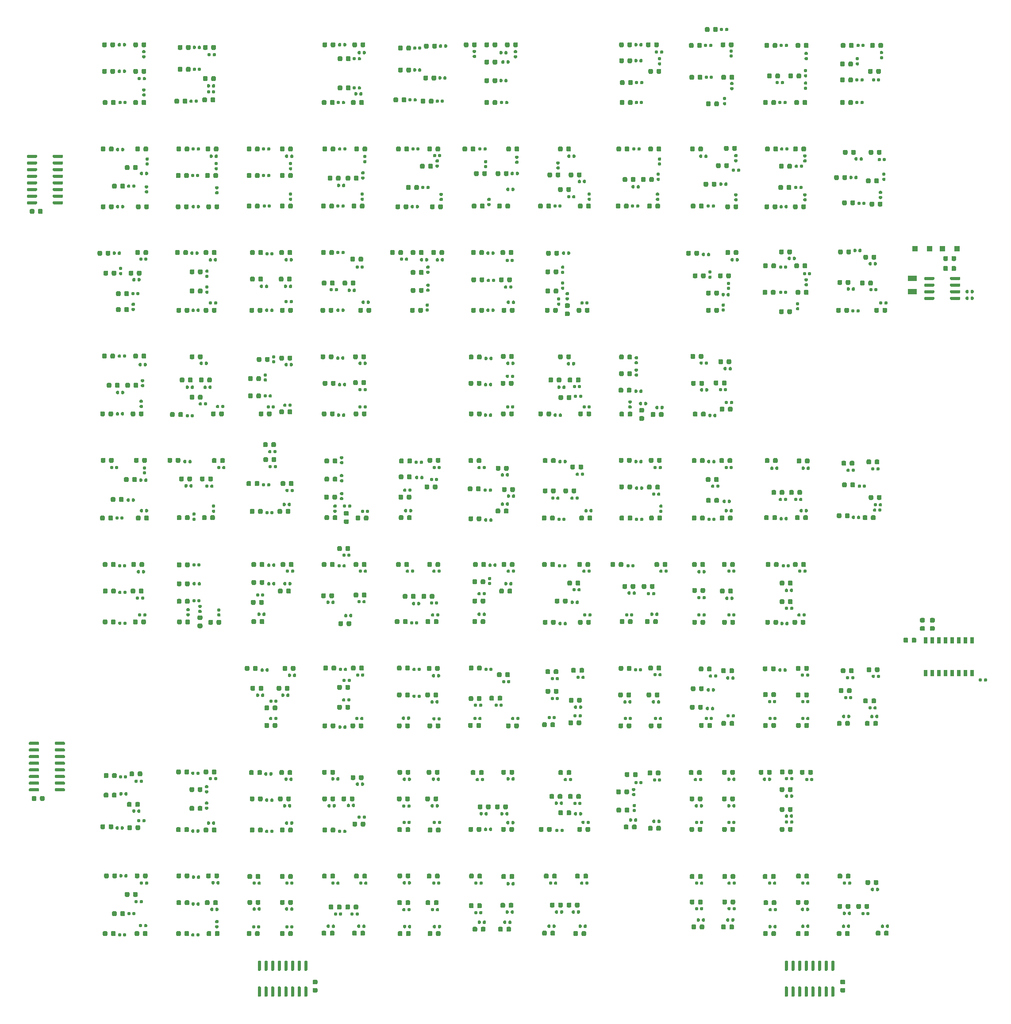
<source format=gbr>
%TF.GenerationSoftware,KiCad,Pcbnew,5.1.6-c6e7f7d~87~ubuntu18.04.1*%
%TF.CreationDate,2020-08-16T11:24:38+02:00*%
%TF.ProjectId,Elektronik,456c656b-7472-46f6-9e69-6b2e6b696361,rev?*%
%TF.SameCoordinates,Original*%
%TF.FileFunction,Paste,Top*%
%TF.FilePolarity,Positive*%
%FSLAX46Y46*%
G04 Gerber Fmt 4.6, Leading zero omitted, Abs format (unit mm)*
G04 Created by KiCad (PCBNEW 5.1.6-c6e7f7d~87~ubuntu18.04.1) date 2020-08-16 11:24:38*
%MOMM*%
%LPD*%
G01*
G04 APERTURE LIST*
%ADD10R,0.800000X1.300000*%
%ADD11R,1.800000X1.000000*%
%ADD12R,1.100000X1.100000*%
G04 APERTURE END LIST*
%TO.C,R529*%
G36*
G01*
X227670000Y-155112500D02*
X227670000Y-154767500D01*
G75*
G02*
X227817500Y-154620000I147500J0D01*
G01*
X228112500Y-154620000D01*
G75*
G02*
X228260000Y-154767500I0J-147500D01*
G01*
X228260000Y-155112500D01*
G75*
G02*
X228112500Y-155260000I-147500J0D01*
G01*
X227817500Y-155260000D01*
G75*
G02*
X227670000Y-155112500I0J147500D01*
G01*
G37*
G36*
G01*
X226700000Y-155112500D02*
X226700000Y-154767500D01*
G75*
G02*
X226847500Y-154620000I147500J0D01*
G01*
X227142500Y-154620000D01*
G75*
G02*
X227290000Y-154767500I0J-147500D01*
G01*
X227290000Y-155112500D01*
G75*
G02*
X227142500Y-155260000I-147500J0D01*
G01*
X226847500Y-155260000D01*
G75*
G02*
X226700000Y-155112500I0J147500D01*
G01*
G37*
%TD*%
D10*
%TO.C,U6*%
X216530000Y-147345000D03*
X217810000Y-147345000D03*
X219070000Y-147345000D03*
X220340000Y-147345000D03*
X221620000Y-147345000D03*
X222890000Y-147345000D03*
X224150000Y-147345000D03*
X225430000Y-147345000D03*
X225430000Y-153645000D03*
X224150000Y-153645000D03*
X222890000Y-153645000D03*
X221620000Y-153645000D03*
X220340000Y-153645000D03*
X219070000Y-153645000D03*
X217810000Y-153645000D03*
X216530000Y-153645000D03*
%TD*%
%TO.C,C9*%
G36*
G01*
X216156250Y-143947500D02*
X215643750Y-143947500D01*
G75*
G02*
X215425000Y-143728750I0J218750D01*
G01*
X215425000Y-143291250D01*
G75*
G02*
X215643750Y-143072500I218750J0D01*
G01*
X216156250Y-143072500D01*
G75*
G02*
X216375000Y-143291250I0J-218750D01*
G01*
X216375000Y-143728750D01*
G75*
G02*
X216156250Y-143947500I-218750J0D01*
G01*
G37*
G36*
G01*
X216156250Y-145522500D02*
X215643750Y-145522500D01*
G75*
G02*
X215425000Y-145303750I0J218750D01*
G01*
X215425000Y-144866250D01*
G75*
G02*
X215643750Y-144647500I218750J0D01*
G01*
X216156250Y-144647500D01*
G75*
G02*
X216375000Y-144866250I0J-218750D01*
G01*
X216375000Y-145303750D01*
G75*
G02*
X216156250Y-145522500I-218750J0D01*
G01*
G37*
%TD*%
%TO.C,C8*%
G36*
G01*
X218061250Y-143947500D02*
X217548750Y-143947500D01*
G75*
G02*
X217330000Y-143728750I0J218750D01*
G01*
X217330000Y-143291250D01*
G75*
G02*
X217548750Y-143072500I218750J0D01*
G01*
X218061250Y-143072500D01*
G75*
G02*
X218280000Y-143291250I0J-218750D01*
G01*
X218280000Y-143728750D01*
G75*
G02*
X218061250Y-143947500I-218750J0D01*
G01*
G37*
G36*
G01*
X218061250Y-145522500D02*
X217548750Y-145522500D01*
G75*
G02*
X217330000Y-145303750I0J218750D01*
G01*
X217330000Y-144866250D01*
G75*
G02*
X217548750Y-144647500I218750J0D01*
G01*
X218061250Y-144647500D01*
G75*
G02*
X218280000Y-144866250I0J-218750D01*
G01*
X218280000Y-145303750D01*
G75*
G02*
X218061250Y-145522500I-218750J0D01*
G01*
G37*
%TD*%
%TO.C,C7*%
G36*
G01*
X213162500Y-147063750D02*
X213162500Y-147576250D01*
G75*
G02*
X212943750Y-147795000I-218750J0D01*
G01*
X212506250Y-147795000D01*
G75*
G02*
X212287500Y-147576250I0J218750D01*
G01*
X212287500Y-147063750D01*
G75*
G02*
X212506250Y-146845000I218750J0D01*
G01*
X212943750Y-146845000D01*
G75*
G02*
X213162500Y-147063750I0J-218750D01*
G01*
G37*
G36*
G01*
X214737500Y-147063750D02*
X214737500Y-147576250D01*
G75*
G02*
X214518750Y-147795000I-218750J0D01*
G01*
X214081250Y-147795000D01*
G75*
G02*
X213862500Y-147576250I0J218750D01*
G01*
X213862500Y-147063750D01*
G75*
G02*
X214081250Y-146845000I218750J0D01*
G01*
X214518750Y-146845000D01*
G75*
G02*
X214737500Y-147063750I0J-218750D01*
G01*
G37*
%TD*%
%TO.C,C6*%
G36*
G01*
X220782500Y-74038750D02*
X220782500Y-74551250D01*
G75*
G02*
X220563750Y-74770000I-218750J0D01*
G01*
X220126250Y-74770000D01*
G75*
G02*
X219907500Y-74551250I0J218750D01*
G01*
X219907500Y-74038750D01*
G75*
G02*
X220126250Y-73820000I218750J0D01*
G01*
X220563750Y-73820000D01*
G75*
G02*
X220782500Y-74038750I0J-218750D01*
G01*
G37*
G36*
G01*
X222357500Y-74038750D02*
X222357500Y-74551250D01*
G75*
G02*
X222138750Y-74770000I-218750J0D01*
G01*
X221701250Y-74770000D01*
G75*
G02*
X221482500Y-74551250I0J218750D01*
G01*
X221482500Y-74038750D01*
G75*
G02*
X221701250Y-73820000I218750J0D01*
G01*
X222138750Y-73820000D01*
G75*
G02*
X222357500Y-74038750I0J-218750D01*
G01*
G37*
%TD*%
D11*
%TO.C,Y1*%
X213995000Y-80605000D03*
X213995000Y-78105000D03*
%TD*%
%TO.C,U5*%
G36*
G01*
X221210000Y-78255000D02*
X221210000Y-77955000D01*
G75*
G02*
X221360000Y-77805000I150000J0D01*
G01*
X223010000Y-77805000D01*
G75*
G02*
X223160000Y-77955000I0J-150000D01*
G01*
X223160000Y-78255000D01*
G75*
G02*
X223010000Y-78405000I-150000J0D01*
G01*
X221360000Y-78405000D01*
G75*
G02*
X221210000Y-78255000I0J150000D01*
G01*
G37*
G36*
G01*
X221210000Y-79525000D02*
X221210000Y-79225000D01*
G75*
G02*
X221360000Y-79075000I150000J0D01*
G01*
X223010000Y-79075000D01*
G75*
G02*
X223160000Y-79225000I0J-150000D01*
G01*
X223160000Y-79525000D01*
G75*
G02*
X223010000Y-79675000I-150000J0D01*
G01*
X221360000Y-79675000D01*
G75*
G02*
X221210000Y-79525000I0J150000D01*
G01*
G37*
G36*
G01*
X221210000Y-80795000D02*
X221210000Y-80495000D01*
G75*
G02*
X221360000Y-80345000I150000J0D01*
G01*
X223010000Y-80345000D01*
G75*
G02*
X223160000Y-80495000I0J-150000D01*
G01*
X223160000Y-80795000D01*
G75*
G02*
X223010000Y-80945000I-150000J0D01*
G01*
X221360000Y-80945000D01*
G75*
G02*
X221210000Y-80795000I0J150000D01*
G01*
G37*
G36*
G01*
X221210000Y-82065000D02*
X221210000Y-81765000D01*
G75*
G02*
X221360000Y-81615000I150000J0D01*
G01*
X223010000Y-81615000D01*
G75*
G02*
X223160000Y-81765000I0J-150000D01*
G01*
X223160000Y-82065000D01*
G75*
G02*
X223010000Y-82215000I-150000J0D01*
G01*
X221360000Y-82215000D01*
G75*
G02*
X221210000Y-82065000I0J150000D01*
G01*
G37*
G36*
G01*
X216260000Y-82065000D02*
X216260000Y-81765000D01*
G75*
G02*
X216410000Y-81615000I150000J0D01*
G01*
X218060000Y-81615000D01*
G75*
G02*
X218210000Y-81765000I0J-150000D01*
G01*
X218210000Y-82065000D01*
G75*
G02*
X218060000Y-82215000I-150000J0D01*
G01*
X216410000Y-82215000D01*
G75*
G02*
X216260000Y-82065000I0J150000D01*
G01*
G37*
G36*
G01*
X216260000Y-80795000D02*
X216260000Y-80495000D01*
G75*
G02*
X216410000Y-80345000I150000J0D01*
G01*
X218060000Y-80345000D01*
G75*
G02*
X218210000Y-80495000I0J-150000D01*
G01*
X218210000Y-80795000D01*
G75*
G02*
X218060000Y-80945000I-150000J0D01*
G01*
X216410000Y-80945000D01*
G75*
G02*
X216260000Y-80795000I0J150000D01*
G01*
G37*
G36*
G01*
X216260000Y-79525000D02*
X216260000Y-79225000D01*
G75*
G02*
X216410000Y-79075000I150000J0D01*
G01*
X218060000Y-79075000D01*
G75*
G02*
X218210000Y-79225000I0J-150000D01*
G01*
X218210000Y-79525000D01*
G75*
G02*
X218060000Y-79675000I-150000J0D01*
G01*
X216410000Y-79675000D01*
G75*
G02*
X216260000Y-79525000I0J150000D01*
G01*
G37*
G36*
G01*
X216260000Y-78255000D02*
X216260000Y-77955000D01*
G75*
G02*
X216410000Y-77805000I150000J0D01*
G01*
X218060000Y-77805000D01*
G75*
G02*
X218210000Y-77955000I0J-150000D01*
G01*
X218210000Y-78255000D01*
G75*
G02*
X218060000Y-78405000I-150000J0D01*
G01*
X216410000Y-78405000D01*
G75*
G02*
X216260000Y-78255000I0J150000D01*
G01*
G37*
%TD*%
%TO.C,R531*%
G36*
G01*
X225130000Y-82087500D02*
X225130000Y-81742500D01*
G75*
G02*
X225277500Y-81595000I147500J0D01*
G01*
X225572500Y-81595000D01*
G75*
G02*
X225720000Y-81742500I0J-147500D01*
G01*
X225720000Y-82087500D01*
G75*
G02*
X225572500Y-82235000I-147500J0D01*
G01*
X225277500Y-82235000D01*
G75*
G02*
X225130000Y-82087500I0J147500D01*
G01*
G37*
G36*
G01*
X224160000Y-82087500D02*
X224160000Y-81742500D01*
G75*
G02*
X224307500Y-81595000I147500J0D01*
G01*
X224602500Y-81595000D01*
G75*
G02*
X224750000Y-81742500I0J-147500D01*
G01*
X224750000Y-82087500D01*
G75*
G02*
X224602500Y-82235000I-147500J0D01*
G01*
X224307500Y-82235000D01*
G75*
G02*
X224160000Y-82087500I0J147500D01*
G01*
G37*
%TD*%
%TO.C,R530*%
G36*
G01*
X225130000Y-80817500D02*
X225130000Y-80472500D01*
G75*
G02*
X225277500Y-80325000I147500J0D01*
G01*
X225572500Y-80325000D01*
G75*
G02*
X225720000Y-80472500I0J-147500D01*
G01*
X225720000Y-80817500D01*
G75*
G02*
X225572500Y-80965000I-147500J0D01*
G01*
X225277500Y-80965000D01*
G75*
G02*
X225130000Y-80817500I0J147500D01*
G01*
G37*
G36*
G01*
X224160000Y-80817500D02*
X224160000Y-80472500D01*
G75*
G02*
X224307500Y-80325000I147500J0D01*
G01*
X224602500Y-80325000D01*
G75*
G02*
X224750000Y-80472500I0J-147500D01*
G01*
X224750000Y-80817500D01*
G75*
G02*
X224602500Y-80965000I-147500J0D01*
G01*
X224307500Y-80965000D01*
G75*
G02*
X224160000Y-80817500I0J147500D01*
G01*
G37*
%TD*%
D12*
%TO.C,D531*%
X214500000Y-72390000D03*
X217300000Y-72390000D03*
%TD*%
%TO.C,D530*%
X222510000Y-72390000D03*
X219710000Y-72390000D03*
%TD*%
%TO.C,C5*%
G36*
G01*
X220782500Y-75943750D02*
X220782500Y-76456250D01*
G75*
G02*
X220563750Y-76675000I-218750J0D01*
G01*
X220126250Y-76675000D01*
G75*
G02*
X219907500Y-76456250I0J218750D01*
G01*
X219907500Y-75943750D01*
G75*
G02*
X220126250Y-75725000I218750J0D01*
G01*
X220563750Y-75725000D01*
G75*
G02*
X220782500Y-75943750I0J-218750D01*
G01*
G37*
G36*
G01*
X222357500Y-75943750D02*
X222357500Y-76456250D01*
G75*
G02*
X222138750Y-76675000I-218750J0D01*
G01*
X221701250Y-76675000D01*
G75*
G02*
X221482500Y-76456250I0J218750D01*
G01*
X221482500Y-75943750D01*
G75*
G02*
X221701250Y-75725000I218750J0D01*
G01*
X222138750Y-75725000D01*
G75*
G02*
X222357500Y-75943750I0J-218750D01*
G01*
G37*
%TD*%
%TO.C,R408*%
G36*
G01*
X206905500Y-162097500D02*
X206905500Y-161752500D01*
G75*
G02*
X207053000Y-161605000I147500J0D01*
G01*
X207348000Y-161605000D01*
G75*
G02*
X207495500Y-161752500I0J-147500D01*
G01*
X207495500Y-162097500D01*
G75*
G02*
X207348000Y-162245000I-147500J0D01*
G01*
X207053000Y-162245000D01*
G75*
G02*
X206905500Y-162097500I0J147500D01*
G01*
G37*
G36*
G01*
X205935500Y-162097500D02*
X205935500Y-161752500D01*
G75*
G02*
X206083000Y-161605000I147500J0D01*
G01*
X206378000Y-161605000D01*
G75*
G02*
X206525500Y-161752500I0J-147500D01*
G01*
X206525500Y-162097500D01*
G75*
G02*
X206378000Y-162245000I-147500J0D01*
G01*
X206083000Y-162245000D01*
G75*
G02*
X205935500Y-162097500I0J147500D01*
G01*
G37*
%TD*%
%TO.C,R407*%
G36*
G01*
X206565000Y-160446500D02*
X206565000Y-160101500D01*
G75*
G02*
X206712500Y-159954000I147500J0D01*
G01*
X207007500Y-159954000D01*
G75*
G02*
X207155000Y-160101500I0J-147500D01*
G01*
X207155000Y-160446500D01*
G75*
G02*
X207007500Y-160594000I-147500J0D01*
G01*
X206712500Y-160594000D01*
G75*
G02*
X206565000Y-160446500I0J147500D01*
G01*
G37*
G36*
G01*
X205595000Y-160446500D02*
X205595000Y-160101500D01*
G75*
G02*
X205742500Y-159954000I147500J0D01*
G01*
X206037500Y-159954000D01*
G75*
G02*
X206185000Y-160101500I0J-147500D01*
G01*
X206185000Y-160446500D01*
G75*
G02*
X206037500Y-160594000I-147500J0D01*
G01*
X205742500Y-160594000D01*
G75*
G02*
X205595000Y-160446500I0J147500D01*
G01*
G37*
%TD*%
%TO.C,R406*%
G36*
G01*
X201508000Y-162097500D02*
X201508000Y-161752500D01*
G75*
G02*
X201655500Y-161605000I147500J0D01*
G01*
X201950500Y-161605000D01*
G75*
G02*
X202098000Y-161752500I0J-147500D01*
G01*
X202098000Y-162097500D01*
G75*
G02*
X201950500Y-162245000I-147500J0D01*
G01*
X201655500Y-162245000D01*
G75*
G02*
X201508000Y-162097500I0J147500D01*
G01*
G37*
G36*
G01*
X200538000Y-162097500D02*
X200538000Y-161752500D01*
G75*
G02*
X200685500Y-161605000I147500J0D01*
G01*
X200980500Y-161605000D01*
G75*
G02*
X201128000Y-161752500I0J-147500D01*
G01*
X201128000Y-162097500D01*
G75*
G02*
X200980500Y-162245000I-147500J0D01*
G01*
X200685500Y-162245000D01*
G75*
G02*
X200538000Y-162097500I0J147500D01*
G01*
G37*
%TD*%
%TO.C,R405*%
G36*
G01*
X207200000Y-154414000D02*
X207200000Y-154069000D01*
G75*
G02*
X207347500Y-153921500I147500J0D01*
G01*
X207642500Y-153921500D01*
G75*
G02*
X207790000Y-154069000I0J-147500D01*
G01*
X207790000Y-154414000D01*
G75*
G02*
X207642500Y-154561500I-147500J0D01*
G01*
X207347500Y-154561500D01*
G75*
G02*
X207200000Y-154414000I0J147500D01*
G01*
G37*
G36*
G01*
X206230000Y-154414000D02*
X206230000Y-154069000D01*
G75*
G02*
X206377500Y-153921500I147500J0D01*
G01*
X206672500Y-153921500D01*
G75*
G02*
X206820000Y-154069000I0J-147500D01*
G01*
X206820000Y-154414000D01*
G75*
G02*
X206672500Y-154561500I-147500J0D01*
G01*
X206377500Y-154561500D01*
G75*
G02*
X206230000Y-154414000I0J147500D01*
G01*
G37*
%TD*%
%TO.C,R404*%
G36*
G01*
X201906500Y-158478000D02*
X201906500Y-158133000D01*
G75*
G02*
X202054000Y-157985500I147500J0D01*
G01*
X202349000Y-157985500D01*
G75*
G02*
X202496500Y-158133000I0J-147500D01*
G01*
X202496500Y-158478000D01*
G75*
G02*
X202349000Y-158625500I-147500J0D01*
G01*
X202054000Y-158625500D01*
G75*
G02*
X201906500Y-158478000I0J147500D01*
G01*
G37*
G36*
G01*
X200936500Y-158478000D02*
X200936500Y-158133000D01*
G75*
G02*
X201084000Y-157985500I147500J0D01*
G01*
X201379000Y-157985500D01*
G75*
G02*
X201526500Y-158133000I0J-147500D01*
G01*
X201526500Y-158478000D01*
G75*
G02*
X201379000Y-158625500I-147500J0D01*
G01*
X201084000Y-158625500D01*
G75*
G02*
X200936500Y-158478000I0J147500D01*
G01*
G37*
%TD*%
%TO.C,R403*%
G36*
G01*
X202270000Y-154668000D02*
X202270000Y-154323000D01*
G75*
G02*
X202417500Y-154175500I147500J0D01*
G01*
X202712500Y-154175500D01*
G75*
G02*
X202860000Y-154323000I0J-147500D01*
G01*
X202860000Y-154668000D01*
G75*
G02*
X202712500Y-154815500I-147500J0D01*
G01*
X202417500Y-154815500D01*
G75*
G02*
X202270000Y-154668000I0J147500D01*
G01*
G37*
G36*
G01*
X201300000Y-154668000D02*
X201300000Y-154323000D01*
G75*
G02*
X201447500Y-154175500I147500J0D01*
G01*
X201742500Y-154175500D01*
G75*
G02*
X201890000Y-154323000I0J-147500D01*
G01*
X201890000Y-154668000D01*
G75*
G02*
X201742500Y-154815500I-147500J0D01*
G01*
X201447500Y-154815500D01*
G75*
G02*
X201300000Y-154668000I0J147500D01*
G01*
G37*
%TD*%
%TO.C,D408*%
G36*
G01*
X206509000Y-163514750D02*
X206509000Y-163002250D01*
G75*
G02*
X206727750Y-162783500I218750J0D01*
G01*
X207165250Y-162783500D01*
G75*
G02*
X207384000Y-163002250I0J-218750D01*
G01*
X207384000Y-163514750D01*
G75*
G02*
X207165250Y-163733500I-218750J0D01*
G01*
X206727750Y-163733500D01*
G75*
G02*
X206509000Y-163514750I0J218750D01*
G01*
G37*
G36*
G01*
X204934000Y-163514750D02*
X204934000Y-163002250D01*
G75*
G02*
X205152750Y-162783500I218750J0D01*
G01*
X205590250Y-162783500D01*
G75*
G02*
X205809000Y-163002250I0J-218750D01*
G01*
X205809000Y-163514750D01*
G75*
G02*
X205590250Y-163733500I-218750J0D01*
G01*
X205152750Y-163733500D01*
G75*
G02*
X204934000Y-163514750I0J218750D01*
G01*
G37*
%TD*%
%TO.C,D407*%
G36*
G01*
X206153500Y-159196750D02*
X206153500Y-158684250D01*
G75*
G02*
X206372250Y-158465500I218750J0D01*
G01*
X206809750Y-158465500D01*
G75*
G02*
X207028500Y-158684250I0J-218750D01*
G01*
X207028500Y-159196750D01*
G75*
G02*
X206809750Y-159415500I-218750J0D01*
G01*
X206372250Y-159415500D01*
G75*
G02*
X206153500Y-159196750I0J218750D01*
G01*
G37*
G36*
G01*
X204578500Y-159196750D02*
X204578500Y-158684250D01*
G75*
G02*
X204797250Y-158465500I218750J0D01*
G01*
X205234750Y-158465500D01*
G75*
G02*
X205453500Y-158684250I0J-218750D01*
G01*
X205453500Y-159196750D01*
G75*
G02*
X205234750Y-159415500I-218750J0D01*
G01*
X204797250Y-159415500D01*
G75*
G02*
X204578500Y-159196750I0J218750D01*
G01*
G37*
%TD*%
%TO.C,D406*%
G36*
G01*
X201137000Y-163514750D02*
X201137000Y-163002250D01*
G75*
G02*
X201355750Y-162783500I218750J0D01*
G01*
X201793250Y-162783500D01*
G75*
G02*
X202012000Y-163002250I0J-218750D01*
G01*
X202012000Y-163514750D01*
G75*
G02*
X201793250Y-163733500I-218750J0D01*
G01*
X201355750Y-163733500D01*
G75*
G02*
X201137000Y-163514750I0J218750D01*
G01*
G37*
G36*
G01*
X199562000Y-163514750D02*
X199562000Y-163002250D01*
G75*
G02*
X199780750Y-162783500I218750J0D01*
G01*
X200218250Y-162783500D01*
G75*
G02*
X200437000Y-163002250I0J-218750D01*
G01*
X200437000Y-163514750D01*
G75*
G02*
X200218250Y-163733500I-218750J0D01*
G01*
X199780750Y-163733500D01*
G75*
G02*
X199562000Y-163514750I0J218750D01*
G01*
G37*
%TD*%
%TO.C,D405*%
G36*
G01*
X206826500Y-153227750D02*
X206826500Y-152715250D01*
G75*
G02*
X207045250Y-152496500I218750J0D01*
G01*
X207482750Y-152496500D01*
G75*
G02*
X207701500Y-152715250I0J-218750D01*
G01*
X207701500Y-153227750D01*
G75*
G02*
X207482750Y-153446500I-218750J0D01*
G01*
X207045250Y-153446500D01*
G75*
G02*
X206826500Y-153227750I0J218750D01*
G01*
G37*
G36*
G01*
X205251500Y-153227750D02*
X205251500Y-152715250D01*
G75*
G02*
X205470250Y-152496500I218750J0D01*
G01*
X205907750Y-152496500D01*
G75*
G02*
X206126500Y-152715250I0J-218750D01*
G01*
X206126500Y-153227750D01*
G75*
G02*
X205907750Y-153446500I-218750J0D01*
G01*
X205470250Y-153446500D01*
G75*
G02*
X205251500Y-153227750I0J218750D01*
G01*
G37*
%TD*%
%TO.C,D404*%
G36*
G01*
X201492500Y-157228250D02*
X201492500Y-156715750D01*
G75*
G02*
X201711250Y-156497000I218750J0D01*
G01*
X202148750Y-156497000D01*
G75*
G02*
X202367500Y-156715750I0J-218750D01*
G01*
X202367500Y-157228250D01*
G75*
G02*
X202148750Y-157447000I-218750J0D01*
G01*
X201711250Y-157447000D01*
G75*
G02*
X201492500Y-157228250I0J218750D01*
G01*
G37*
G36*
G01*
X199917500Y-157228250D02*
X199917500Y-156715750D01*
G75*
G02*
X200136250Y-156497000I218750J0D01*
G01*
X200573750Y-156497000D01*
G75*
G02*
X200792500Y-156715750I0J-218750D01*
G01*
X200792500Y-157228250D01*
G75*
G02*
X200573750Y-157447000I-218750J0D01*
G01*
X200136250Y-157447000D01*
G75*
G02*
X199917500Y-157228250I0J218750D01*
G01*
G37*
%TD*%
%TO.C,D403*%
G36*
G01*
X201873500Y-153418250D02*
X201873500Y-152905750D01*
G75*
G02*
X202092250Y-152687000I218750J0D01*
G01*
X202529750Y-152687000D01*
G75*
G02*
X202748500Y-152905750I0J-218750D01*
G01*
X202748500Y-153418250D01*
G75*
G02*
X202529750Y-153637000I-218750J0D01*
G01*
X202092250Y-153637000D01*
G75*
G02*
X201873500Y-153418250I0J218750D01*
G01*
G37*
G36*
G01*
X200298500Y-153418250D02*
X200298500Y-152905750D01*
G75*
G02*
X200517250Y-152687000I218750J0D01*
G01*
X200954750Y-152687000D01*
G75*
G02*
X201173500Y-152905750I0J-218750D01*
G01*
X201173500Y-153418250D01*
G75*
G02*
X200954750Y-153637000I-218750J0D01*
G01*
X200517250Y-153637000D01*
G75*
G02*
X200298500Y-153418250I0J218750D01*
G01*
G37*
%TD*%
%TO.C,R528*%
G36*
G01*
X204811000Y-199471500D02*
X204811000Y-199816500D01*
G75*
G02*
X204663500Y-199964000I-147500J0D01*
G01*
X204368500Y-199964000D01*
G75*
G02*
X204221000Y-199816500I0J147500D01*
G01*
X204221000Y-199471500D01*
G75*
G02*
X204368500Y-199324000I147500J0D01*
G01*
X204663500Y-199324000D01*
G75*
G02*
X204811000Y-199471500I0J-147500D01*
G01*
G37*
G36*
G01*
X205781000Y-199471500D02*
X205781000Y-199816500D01*
G75*
G02*
X205633500Y-199964000I-147500J0D01*
G01*
X205338500Y-199964000D01*
G75*
G02*
X205191000Y-199816500I0J147500D01*
G01*
X205191000Y-199471500D01*
G75*
G02*
X205338500Y-199324000I147500J0D01*
G01*
X205633500Y-199324000D01*
G75*
G02*
X205781000Y-199471500I0J-147500D01*
G01*
G37*
%TD*%
%TO.C,R527*%
G36*
G01*
X208557500Y-201884500D02*
X208557500Y-202229500D01*
G75*
G02*
X208410000Y-202377000I-147500J0D01*
G01*
X208115000Y-202377000D01*
G75*
G02*
X207967500Y-202229500I0J147500D01*
G01*
X207967500Y-201884500D01*
G75*
G02*
X208115000Y-201737000I147500J0D01*
G01*
X208410000Y-201737000D01*
G75*
G02*
X208557500Y-201884500I0J-147500D01*
G01*
G37*
G36*
G01*
X209527500Y-201884500D02*
X209527500Y-202229500D01*
G75*
G02*
X209380000Y-202377000I-147500J0D01*
G01*
X209085000Y-202377000D01*
G75*
G02*
X208937500Y-202229500I0J147500D01*
G01*
X208937500Y-201884500D01*
G75*
G02*
X209085000Y-201737000I147500J0D01*
G01*
X209380000Y-201737000D01*
G75*
G02*
X209527500Y-201884500I0J-147500D01*
G01*
G37*
%TD*%
%TO.C,R526*%
G36*
G01*
X201105000Y-201884500D02*
X201105000Y-202229500D01*
G75*
G02*
X200957500Y-202377000I-147500J0D01*
G01*
X200662500Y-202377000D01*
G75*
G02*
X200515000Y-202229500I0J147500D01*
G01*
X200515000Y-201884500D01*
G75*
G02*
X200662500Y-201737000I147500J0D01*
G01*
X200957500Y-201737000D01*
G75*
G02*
X201105000Y-201884500I0J-147500D01*
G01*
G37*
G36*
G01*
X202075000Y-201884500D02*
X202075000Y-202229500D01*
G75*
G02*
X201927500Y-202377000I-147500J0D01*
G01*
X201632500Y-202377000D01*
G75*
G02*
X201485000Y-202229500I0J147500D01*
G01*
X201485000Y-201884500D01*
G75*
G02*
X201632500Y-201737000I147500J0D01*
G01*
X201927500Y-201737000D01*
G75*
G02*
X202075000Y-201884500I0J-147500D01*
G01*
G37*
%TD*%
%TO.C,R525*%
G36*
G01*
X206629500Y-194836000D02*
X206629500Y-195181000D01*
G75*
G02*
X206482000Y-195328500I-147500J0D01*
G01*
X206187000Y-195328500D01*
G75*
G02*
X206039500Y-195181000I0J147500D01*
G01*
X206039500Y-194836000D01*
G75*
G02*
X206187000Y-194688500I147500J0D01*
G01*
X206482000Y-194688500D01*
G75*
G02*
X206629500Y-194836000I0J-147500D01*
G01*
G37*
G36*
G01*
X207599500Y-194836000D02*
X207599500Y-195181000D01*
G75*
G02*
X207452000Y-195328500I-147500J0D01*
G01*
X207157000Y-195328500D01*
G75*
G02*
X207009500Y-195181000I0J147500D01*
G01*
X207009500Y-194836000D01*
G75*
G02*
X207157000Y-194688500I147500J0D01*
G01*
X207452000Y-194688500D01*
G75*
G02*
X207599500Y-194836000I0J-147500D01*
G01*
G37*
%TD*%
%TO.C,R524*%
G36*
G01*
X201255000Y-199408000D02*
X201255000Y-199753000D01*
G75*
G02*
X201107500Y-199900500I-147500J0D01*
G01*
X200812500Y-199900500D01*
G75*
G02*
X200665000Y-199753000I0J147500D01*
G01*
X200665000Y-199408000D01*
G75*
G02*
X200812500Y-199260500I147500J0D01*
G01*
X201107500Y-199260500D01*
G75*
G02*
X201255000Y-199408000I0J-147500D01*
G01*
G37*
G36*
G01*
X202225000Y-199408000D02*
X202225000Y-199753000D01*
G75*
G02*
X202077500Y-199900500I-147500J0D01*
G01*
X201782500Y-199900500D01*
G75*
G02*
X201635000Y-199753000I0J147500D01*
G01*
X201635000Y-199408000D01*
G75*
G02*
X201782500Y-199260500I147500J0D01*
G01*
X202077500Y-199260500D01*
G75*
G02*
X202225000Y-199408000I0J-147500D01*
G01*
G37*
%TD*%
%TO.C,R523*%
G36*
G01*
X201295500Y-193629500D02*
X201295500Y-193974500D01*
G75*
G02*
X201148000Y-194122000I-147500J0D01*
G01*
X200853000Y-194122000D01*
G75*
G02*
X200705500Y-193974500I0J147500D01*
G01*
X200705500Y-193629500D01*
G75*
G02*
X200853000Y-193482000I147500J0D01*
G01*
X201148000Y-193482000D01*
G75*
G02*
X201295500Y-193629500I0J-147500D01*
G01*
G37*
G36*
G01*
X202265500Y-193629500D02*
X202265500Y-193974500D01*
G75*
G02*
X202118000Y-194122000I-147500J0D01*
G01*
X201823000Y-194122000D01*
G75*
G02*
X201675500Y-193974500I0J147500D01*
G01*
X201675500Y-193629500D01*
G75*
G02*
X201823000Y-193482000I147500J0D01*
G01*
X202118000Y-193482000D01*
G75*
G02*
X202265500Y-193629500I0J-147500D01*
G01*
G37*
%TD*%
%TO.C,R522*%
G36*
G01*
X193254000Y-198646000D02*
X193254000Y-198991000D01*
G75*
G02*
X193106500Y-199138500I-147500J0D01*
G01*
X192811500Y-199138500D01*
G75*
G02*
X192664000Y-198991000I0J147500D01*
G01*
X192664000Y-198646000D01*
G75*
G02*
X192811500Y-198498500I147500J0D01*
G01*
X193106500Y-198498500D01*
G75*
G02*
X193254000Y-198646000I0J-147500D01*
G01*
G37*
G36*
G01*
X194224000Y-198646000D02*
X194224000Y-198991000D01*
G75*
G02*
X194076500Y-199138500I-147500J0D01*
G01*
X193781500Y-199138500D01*
G75*
G02*
X193634000Y-198991000I0J147500D01*
G01*
X193634000Y-198646000D01*
G75*
G02*
X193781500Y-198498500I147500J0D01*
G01*
X194076500Y-198498500D01*
G75*
G02*
X194224000Y-198646000I0J-147500D01*
G01*
G37*
%TD*%
%TO.C,R521*%
G36*
G01*
X193317500Y-201884500D02*
X193317500Y-202229500D01*
G75*
G02*
X193170000Y-202377000I-147500J0D01*
G01*
X192875000Y-202377000D01*
G75*
G02*
X192727500Y-202229500I0J147500D01*
G01*
X192727500Y-201884500D01*
G75*
G02*
X192875000Y-201737000I147500J0D01*
G01*
X193170000Y-201737000D01*
G75*
G02*
X193317500Y-201884500I0J-147500D01*
G01*
G37*
G36*
G01*
X194287500Y-201884500D02*
X194287500Y-202229500D01*
G75*
G02*
X194140000Y-202377000I-147500J0D01*
G01*
X193845000Y-202377000D01*
G75*
G02*
X193697500Y-202229500I0J147500D01*
G01*
X193697500Y-201884500D01*
G75*
G02*
X193845000Y-201737000I147500J0D01*
G01*
X194140000Y-201737000D01*
G75*
G02*
X194287500Y-201884500I0J-147500D01*
G01*
G37*
%TD*%
%TO.C,R520*%
G36*
G01*
X187031000Y-201948000D02*
X187031000Y-202293000D01*
G75*
G02*
X186883500Y-202440500I-147500J0D01*
G01*
X186588500Y-202440500D01*
G75*
G02*
X186441000Y-202293000I0J147500D01*
G01*
X186441000Y-201948000D01*
G75*
G02*
X186588500Y-201800500I147500J0D01*
G01*
X186883500Y-201800500D01*
G75*
G02*
X187031000Y-201948000I0J-147500D01*
G01*
G37*
G36*
G01*
X188001000Y-201948000D02*
X188001000Y-202293000D01*
G75*
G02*
X187853500Y-202440500I-147500J0D01*
G01*
X187558500Y-202440500D01*
G75*
G02*
X187411000Y-202293000I0J147500D01*
G01*
X187411000Y-201948000D01*
G75*
G02*
X187558500Y-201800500I147500J0D01*
G01*
X187853500Y-201800500D01*
G75*
G02*
X188001000Y-201948000I0J-147500D01*
G01*
G37*
%TD*%
%TO.C,R519*%
G36*
G01*
X193317500Y-193629500D02*
X193317500Y-193974500D01*
G75*
G02*
X193170000Y-194122000I-147500J0D01*
G01*
X192875000Y-194122000D01*
G75*
G02*
X192727500Y-193974500I0J147500D01*
G01*
X192727500Y-193629500D01*
G75*
G02*
X192875000Y-193482000I147500J0D01*
G01*
X193170000Y-193482000D01*
G75*
G02*
X193317500Y-193629500I0J-147500D01*
G01*
G37*
G36*
G01*
X194287500Y-193629500D02*
X194287500Y-193974500D01*
G75*
G02*
X194140000Y-194122000I-147500J0D01*
G01*
X193845000Y-194122000D01*
G75*
G02*
X193697500Y-193974500I0J147500D01*
G01*
X193697500Y-193629500D01*
G75*
G02*
X193845000Y-193482000I147500J0D01*
G01*
X194140000Y-193482000D01*
G75*
G02*
X194287500Y-193629500I0J-147500D01*
G01*
G37*
%TD*%
%TO.C,R518*%
G36*
G01*
X187094500Y-198709500D02*
X187094500Y-199054500D01*
G75*
G02*
X186947000Y-199202000I-147500J0D01*
G01*
X186652000Y-199202000D01*
G75*
G02*
X186504500Y-199054500I0J147500D01*
G01*
X186504500Y-198709500D01*
G75*
G02*
X186652000Y-198562000I147500J0D01*
G01*
X186947000Y-198562000D01*
G75*
G02*
X187094500Y-198709500I0J-147500D01*
G01*
G37*
G36*
G01*
X188064500Y-198709500D02*
X188064500Y-199054500D01*
G75*
G02*
X187917000Y-199202000I-147500J0D01*
G01*
X187622000Y-199202000D01*
G75*
G02*
X187474500Y-199054500I0J147500D01*
G01*
X187474500Y-198709500D01*
G75*
G02*
X187622000Y-198562000I147500J0D01*
G01*
X187917000Y-198562000D01*
G75*
G02*
X188064500Y-198709500I0J-147500D01*
G01*
G37*
%TD*%
%TO.C,R517*%
G36*
G01*
X186967500Y-193629500D02*
X186967500Y-193974500D01*
G75*
G02*
X186820000Y-194122000I-147500J0D01*
G01*
X186525000Y-194122000D01*
G75*
G02*
X186377500Y-193974500I0J147500D01*
G01*
X186377500Y-193629500D01*
G75*
G02*
X186525000Y-193482000I147500J0D01*
G01*
X186820000Y-193482000D01*
G75*
G02*
X186967500Y-193629500I0J-147500D01*
G01*
G37*
G36*
G01*
X187937500Y-193629500D02*
X187937500Y-193974500D01*
G75*
G02*
X187790000Y-194122000I-147500J0D01*
G01*
X187495000Y-194122000D01*
G75*
G02*
X187347500Y-193974500I0J147500D01*
G01*
X187347500Y-193629500D01*
G75*
G02*
X187495000Y-193482000I147500J0D01*
G01*
X187790000Y-193482000D01*
G75*
G02*
X187937500Y-193629500I0J-147500D01*
G01*
G37*
%TD*%
%TO.C,R516*%
G36*
G01*
X178966500Y-200678000D02*
X178966500Y-201023000D01*
G75*
G02*
X178819000Y-201170500I-147500J0D01*
G01*
X178524000Y-201170500D01*
G75*
G02*
X178376500Y-201023000I0J147500D01*
G01*
X178376500Y-200678000D01*
G75*
G02*
X178524000Y-200530500I147500J0D01*
G01*
X178819000Y-200530500D01*
G75*
G02*
X178966500Y-200678000I0J-147500D01*
G01*
G37*
G36*
G01*
X179936500Y-200678000D02*
X179936500Y-201023000D01*
G75*
G02*
X179789000Y-201170500I-147500J0D01*
G01*
X179494000Y-201170500D01*
G75*
G02*
X179346500Y-201023000I0J147500D01*
G01*
X179346500Y-200678000D01*
G75*
G02*
X179494000Y-200530500I147500J0D01*
G01*
X179789000Y-200530500D01*
G75*
G02*
X179936500Y-200678000I0J-147500D01*
G01*
G37*
%TD*%
%TO.C,R515*%
G36*
G01*
X172997500Y-193629500D02*
X172997500Y-193974500D01*
G75*
G02*
X172850000Y-194122000I-147500J0D01*
G01*
X172555000Y-194122000D01*
G75*
G02*
X172407500Y-193974500I0J147500D01*
G01*
X172407500Y-193629500D01*
G75*
G02*
X172555000Y-193482000I147500J0D01*
G01*
X172850000Y-193482000D01*
G75*
G02*
X172997500Y-193629500I0J-147500D01*
G01*
G37*
G36*
G01*
X173967500Y-193629500D02*
X173967500Y-193974500D01*
G75*
G02*
X173820000Y-194122000I-147500J0D01*
G01*
X173525000Y-194122000D01*
G75*
G02*
X173377500Y-193974500I0J147500D01*
G01*
X173377500Y-193629500D01*
G75*
G02*
X173525000Y-193482000I147500J0D01*
G01*
X173820000Y-193482000D01*
G75*
G02*
X173967500Y-193629500I0J-147500D01*
G01*
G37*
%TD*%
%TO.C,R514*%
G36*
G01*
X173315000Y-200678000D02*
X173315000Y-201023000D01*
G75*
G02*
X173167500Y-201170500I-147500J0D01*
G01*
X172872500Y-201170500D01*
G75*
G02*
X172725000Y-201023000I0J147500D01*
G01*
X172725000Y-200678000D01*
G75*
G02*
X172872500Y-200530500I147500J0D01*
G01*
X173167500Y-200530500D01*
G75*
G02*
X173315000Y-200678000I0J-147500D01*
G01*
G37*
G36*
G01*
X174285000Y-200678000D02*
X174285000Y-201023000D01*
G75*
G02*
X174137500Y-201170500I-147500J0D01*
G01*
X173842500Y-201170500D01*
G75*
G02*
X173695000Y-201023000I0J147500D01*
G01*
X173695000Y-200678000D01*
G75*
G02*
X173842500Y-200530500I147500J0D01*
G01*
X174137500Y-200530500D01*
G75*
G02*
X174285000Y-200678000I0J-147500D01*
G01*
G37*
%TD*%
%TO.C,R513*%
G36*
G01*
X179220500Y-193629500D02*
X179220500Y-193974500D01*
G75*
G02*
X179073000Y-194122000I-147500J0D01*
G01*
X178778000Y-194122000D01*
G75*
G02*
X178630500Y-193974500I0J147500D01*
G01*
X178630500Y-193629500D01*
G75*
G02*
X178778000Y-193482000I147500J0D01*
G01*
X179073000Y-193482000D01*
G75*
G02*
X179220500Y-193629500I0J-147500D01*
G01*
G37*
G36*
G01*
X180190500Y-193629500D02*
X180190500Y-193974500D01*
G75*
G02*
X180043000Y-194122000I-147500J0D01*
G01*
X179748000Y-194122000D01*
G75*
G02*
X179600500Y-193974500I0J147500D01*
G01*
X179600500Y-193629500D01*
G75*
G02*
X179748000Y-193482000I147500J0D01*
G01*
X180043000Y-193482000D01*
G75*
G02*
X180190500Y-193629500I0J-147500D01*
G01*
G37*
%TD*%
%TO.C,R512*%
G36*
G01*
X172997500Y-198519000D02*
X172997500Y-198864000D01*
G75*
G02*
X172850000Y-199011500I-147500J0D01*
G01*
X172555000Y-199011500D01*
G75*
G02*
X172407500Y-198864000I0J147500D01*
G01*
X172407500Y-198519000D01*
G75*
G02*
X172555000Y-198371500I147500J0D01*
G01*
X172850000Y-198371500D01*
G75*
G02*
X172997500Y-198519000I0J-147500D01*
G01*
G37*
G36*
G01*
X173967500Y-198519000D02*
X173967500Y-198864000D01*
G75*
G02*
X173820000Y-199011500I-147500J0D01*
G01*
X173525000Y-199011500D01*
G75*
G02*
X173377500Y-198864000I0J147500D01*
G01*
X173377500Y-198519000D01*
G75*
G02*
X173525000Y-198371500I147500J0D01*
G01*
X173820000Y-198371500D01*
G75*
G02*
X173967500Y-198519000I0J-147500D01*
G01*
G37*
%TD*%
%TO.C,R511*%
G36*
G01*
X179220500Y-198519000D02*
X179220500Y-198864000D01*
G75*
G02*
X179073000Y-199011500I-147500J0D01*
G01*
X178778000Y-199011500D01*
G75*
G02*
X178630500Y-198864000I0J147500D01*
G01*
X178630500Y-198519000D01*
G75*
G02*
X178778000Y-198371500I147500J0D01*
G01*
X179073000Y-198371500D01*
G75*
G02*
X179220500Y-198519000I0J-147500D01*
G01*
G37*
G36*
G01*
X180190500Y-198519000D02*
X180190500Y-198864000D01*
G75*
G02*
X180043000Y-199011500I-147500J0D01*
G01*
X179748000Y-199011500D01*
G75*
G02*
X179600500Y-198864000I0J147500D01*
G01*
X179600500Y-198519000D01*
G75*
G02*
X179748000Y-198371500I147500J0D01*
G01*
X180043000Y-198371500D01*
G75*
G02*
X180190500Y-198519000I0J-147500D01*
G01*
G37*
%TD*%
%TO.C,R510*%
G36*
G01*
X151026500Y-193629500D02*
X151026500Y-193974500D01*
G75*
G02*
X150879000Y-194122000I-147500J0D01*
G01*
X150584000Y-194122000D01*
G75*
G02*
X150436500Y-193974500I0J147500D01*
G01*
X150436500Y-193629500D01*
G75*
G02*
X150584000Y-193482000I147500J0D01*
G01*
X150879000Y-193482000D01*
G75*
G02*
X151026500Y-193629500I0J-147500D01*
G01*
G37*
G36*
G01*
X151996500Y-193629500D02*
X151996500Y-193974500D01*
G75*
G02*
X151849000Y-194122000I-147500J0D01*
G01*
X151554000Y-194122000D01*
G75*
G02*
X151406500Y-193974500I0J147500D01*
G01*
X151406500Y-193629500D01*
G75*
G02*
X151554000Y-193482000I147500J0D01*
G01*
X151849000Y-193482000D01*
G75*
G02*
X151996500Y-193629500I0J-147500D01*
G01*
G37*
%TD*%
%TO.C,R509*%
G36*
G01*
X144740000Y-201884500D02*
X144740000Y-202229500D01*
G75*
G02*
X144592500Y-202377000I-147500J0D01*
G01*
X144297500Y-202377000D01*
G75*
G02*
X144150000Y-202229500I0J147500D01*
G01*
X144150000Y-201884500D01*
G75*
G02*
X144297500Y-201737000I147500J0D01*
G01*
X144592500Y-201737000D01*
G75*
G02*
X144740000Y-201884500I0J-147500D01*
G01*
G37*
G36*
G01*
X145710000Y-201884500D02*
X145710000Y-202229500D01*
G75*
G02*
X145562500Y-202377000I-147500J0D01*
G01*
X145267500Y-202377000D01*
G75*
G02*
X145120000Y-202229500I0J147500D01*
G01*
X145120000Y-201884500D01*
G75*
G02*
X145267500Y-201737000I147500J0D01*
G01*
X145562500Y-201737000D01*
G75*
G02*
X145710000Y-201884500I0J-147500D01*
G01*
G37*
%TD*%
%TO.C,R508*%
G36*
G01*
X149416000Y-199154000D02*
X149416000Y-199499000D01*
G75*
G02*
X149268500Y-199646500I-147500J0D01*
G01*
X148973500Y-199646500D01*
G75*
G02*
X148826000Y-199499000I0J147500D01*
G01*
X148826000Y-199154000D01*
G75*
G02*
X148973500Y-199006500I147500J0D01*
G01*
X149268500Y-199006500D01*
G75*
G02*
X149416000Y-199154000I0J-147500D01*
G01*
G37*
G36*
G01*
X150386000Y-199154000D02*
X150386000Y-199499000D01*
G75*
G02*
X150238500Y-199646500I-147500J0D01*
G01*
X149943500Y-199646500D01*
G75*
G02*
X149796000Y-199499000I0J147500D01*
G01*
X149796000Y-199154000D01*
G75*
G02*
X149943500Y-199006500I147500J0D01*
G01*
X150238500Y-199006500D01*
G75*
G02*
X150386000Y-199154000I0J-147500D01*
G01*
G37*
%TD*%
%TO.C,R507*%
G36*
G01*
X146200500Y-199154000D02*
X146200500Y-199499000D01*
G75*
G02*
X146053000Y-199646500I-147500J0D01*
G01*
X145758000Y-199646500D01*
G75*
G02*
X145610500Y-199499000I0J147500D01*
G01*
X145610500Y-199154000D01*
G75*
G02*
X145758000Y-199006500I147500J0D01*
G01*
X146053000Y-199006500D01*
G75*
G02*
X146200500Y-199154000I0J-147500D01*
G01*
G37*
G36*
G01*
X147170500Y-199154000D02*
X147170500Y-199499000D01*
G75*
G02*
X147023000Y-199646500I-147500J0D01*
G01*
X146728000Y-199646500D01*
G75*
G02*
X146580500Y-199499000I0J147500D01*
G01*
X146580500Y-199154000D01*
G75*
G02*
X146728000Y-199006500I147500J0D01*
G01*
X147023000Y-199006500D01*
G75*
G02*
X147170500Y-199154000I0J-147500D01*
G01*
G37*
%TD*%
%TO.C,R506*%
G36*
G01*
X150709000Y-201884500D02*
X150709000Y-202229500D01*
G75*
G02*
X150561500Y-202377000I-147500J0D01*
G01*
X150266500Y-202377000D01*
G75*
G02*
X150119000Y-202229500I0J147500D01*
G01*
X150119000Y-201884500D01*
G75*
G02*
X150266500Y-201737000I147500J0D01*
G01*
X150561500Y-201737000D01*
G75*
G02*
X150709000Y-201884500I0J-147500D01*
G01*
G37*
G36*
G01*
X151679000Y-201884500D02*
X151679000Y-202229500D01*
G75*
G02*
X151531500Y-202377000I-147500J0D01*
G01*
X151236500Y-202377000D01*
G75*
G02*
X151089000Y-202229500I0J147500D01*
G01*
X151089000Y-201884500D01*
G75*
G02*
X151236500Y-201737000I147500J0D01*
G01*
X151531500Y-201737000D01*
G75*
G02*
X151679000Y-201884500I0J-147500D01*
G01*
G37*
%TD*%
%TO.C,R505*%
G36*
G01*
X145057500Y-193629500D02*
X145057500Y-193974500D01*
G75*
G02*
X144910000Y-194122000I-147500J0D01*
G01*
X144615000Y-194122000D01*
G75*
G02*
X144467500Y-193974500I0J147500D01*
G01*
X144467500Y-193629500D01*
G75*
G02*
X144615000Y-193482000I147500J0D01*
G01*
X144910000Y-193482000D01*
G75*
G02*
X145057500Y-193629500I0J-147500D01*
G01*
G37*
G36*
G01*
X146027500Y-193629500D02*
X146027500Y-193974500D01*
G75*
G02*
X145880000Y-194122000I-147500J0D01*
G01*
X145585000Y-194122000D01*
G75*
G02*
X145437500Y-193974500I0J147500D01*
G01*
X145437500Y-193629500D01*
G75*
G02*
X145585000Y-193482000I147500J0D01*
G01*
X145880000Y-193482000D01*
G75*
G02*
X146027500Y-193629500I0J-147500D01*
G01*
G37*
%TD*%
%TO.C,R504*%
G36*
G01*
X136906500Y-193756500D02*
X136906500Y-194101500D01*
G75*
G02*
X136759000Y-194249000I-147500J0D01*
G01*
X136464000Y-194249000D01*
G75*
G02*
X136316500Y-194101500I0J147500D01*
G01*
X136316500Y-193756500D01*
G75*
G02*
X136464000Y-193609000I147500J0D01*
G01*
X136759000Y-193609000D01*
G75*
G02*
X136906500Y-193756500I0J-147500D01*
G01*
G37*
G36*
G01*
X137876500Y-193756500D02*
X137876500Y-194101500D01*
G75*
G02*
X137729000Y-194249000I-147500J0D01*
G01*
X137434000Y-194249000D01*
G75*
G02*
X137286500Y-194101500I0J147500D01*
G01*
X137286500Y-193756500D01*
G75*
G02*
X137434000Y-193609000I147500J0D01*
G01*
X137729000Y-193609000D01*
G75*
G02*
X137876500Y-193756500I0J-147500D01*
G01*
G37*
%TD*%
%TO.C,R503*%
G36*
G01*
X130747000Y-199281000D02*
X130747000Y-199626000D01*
G75*
G02*
X130599500Y-199773500I-147500J0D01*
G01*
X130304500Y-199773500D01*
G75*
G02*
X130157000Y-199626000I0J147500D01*
G01*
X130157000Y-199281000D01*
G75*
G02*
X130304500Y-199133500I147500J0D01*
G01*
X130599500Y-199133500D01*
G75*
G02*
X130747000Y-199281000I0J-147500D01*
G01*
G37*
G36*
G01*
X131717000Y-199281000D02*
X131717000Y-199626000D01*
G75*
G02*
X131569500Y-199773500I-147500J0D01*
G01*
X131274500Y-199773500D01*
G75*
G02*
X131127000Y-199626000I0J147500D01*
G01*
X131127000Y-199281000D01*
G75*
G02*
X131274500Y-199133500I147500J0D01*
G01*
X131569500Y-199133500D01*
G75*
G02*
X131717000Y-199281000I0J-147500D01*
G01*
G37*
%TD*%
%TO.C,R502*%
G36*
G01*
X130770000Y-193629500D02*
X130770000Y-193974500D01*
G75*
G02*
X130622500Y-194122000I-147500J0D01*
G01*
X130327500Y-194122000D01*
G75*
G02*
X130180000Y-193974500I0J147500D01*
G01*
X130180000Y-193629500D01*
G75*
G02*
X130327500Y-193482000I147500J0D01*
G01*
X130622500Y-193482000D01*
G75*
G02*
X130770000Y-193629500I0J-147500D01*
G01*
G37*
G36*
G01*
X131740000Y-193629500D02*
X131740000Y-193974500D01*
G75*
G02*
X131592500Y-194122000I-147500J0D01*
G01*
X131297500Y-194122000D01*
G75*
G02*
X131150000Y-193974500I0J147500D01*
G01*
X131150000Y-193629500D01*
G75*
G02*
X131297500Y-193482000I147500J0D01*
G01*
X131592500Y-193482000D01*
G75*
G02*
X131740000Y-193629500I0J-147500D01*
G01*
G37*
%TD*%
%TO.C,R501*%
G36*
G01*
X136739000Y-199154000D02*
X136739000Y-199499000D01*
G75*
G02*
X136591500Y-199646500I-147500J0D01*
G01*
X136296500Y-199646500D01*
G75*
G02*
X136149000Y-199499000I0J147500D01*
G01*
X136149000Y-199154000D01*
G75*
G02*
X136296500Y-199006500I147500J0D01*
G01*
X136591500Y-199006500D01*
G75*
G02*
X136739000Y-199154000I0J-147500D01*
G01*
G37*
G36*
G01*
X137709000Y-199154000D02*
X137709000Y-199499000D01*
G75*
G02*
X137561500Y-199646500I-147500J0D01*
G01*
X137266500Y-199646500D01*
G75*
G02*
X137119000Y-199499000I0J147500D01*
G01*
X137119000Y-199154000D01*
G75*
G02*
X137266500Y-199006500I147500J0D01*
G01*
X137561500Y-199006500D01*
G75*
G02*
X137709000Y-199154000I0J-147500D01*
G01*
G37*
%TD*%
%TO.C,R500*%
G36*
G01*
X131405000Y-201122500D02*
X131405000Y-201467500D01*
G75*
G02*
X131257500Y-201615000I-147500J0D01*
G01*
X130962500Y-201615000D01*
G75*
G02*
X130815000Y-201467500I0J147500D01*
G01*
X130815000Y-201122500D01*
G75*
G02*
X130962500Y-200975000I147500J0D01*
G01*
X131257500Y-200975000D01*
G75*
G02*
X131405000Y-201122500I0J-147500D01*
G01*
G37*
G36*
G01*
X132375000Y-201122500D02*
X132375000Y-201467500D01*
G75*
G02*
X132227500Y-201615000I-147500J0D01*
G01*
X131932500Y-201615000D01*
G75*
G02*
X131785000Y-201467500I0J147500D01*
G01*
X131785000Y-201122500D01*
G75*
G02*
X131932500Y-200975000I147500J0D01*
G01*
X132227500Y-200975000D01*
G75*
G02*
X132375000Y-201122500I0J-147500D01*
G01*
G37*
%TD*%
%TO.C,R499*%
G36*
G01*
X136294500Y-201122500D02*
X136294500Y-201467500D01*
G75*
G02*
X136147000Y-201615000I-147500J0D01*
G01*
X135852000Y-201615000D01*
G75*
G02*
X135704500Y-201467500I0J147500D01*
G01*
X135704500Y-201122500D01*
G75*
G02*
X135852000Y-200975000I147500J0D01*
G01*
X136147000Y-200975000D01*
G75*
G02*
X136294500Y-201122500I0J-147500D01*
G01*
G37*
G36*
G01*
X137264500Y-201122500D02*
X137264500Y-201467500D01*
G75*
G02*
X137117000Y-201615000I-147500J0D01*
G01*
X136822000Y-201615000D01*
G75*
G02*
X136674500Y-201467500I0J147500D01*
G01*
X136674500Y-201122500D01*
G75*
G02*
X136822000Y-200975000I147500J0D01*
G01*
X137117000Y-200975000D01*
G75*
G02*
X137264500Y-201122500I0J-147500D01*
G01*
G37*
%TD*%
%TO.C,R498*%
G36*
G01*
X116990500Y-198709500D02*
X116990500Y-199054500D01*
G75*
G02*
X116843000Y-199202000I-147500J0D01*
G01*
X116548000Y-199202000D01*
G75*
G02*
X116400500Y-199054500I0J147500D01*
G01*
X116400500Y-198709500D01*
G75*
G02*
X116548000Y-198562000I147500J0D01*
G01*
X116843000Y-198562000D01*
G75*
G02*
X116990500Y-198709500I0J-147500D01*
G01*
G37*
G36*
G01*
X117960500Y-198709500D02*
X117960500Y-199054500D01*
G75*
G02*
X117813000Y-199202000I-147500J0D01*
G01*
X117518000Y-199202000D01*
G75*
G02*
X117370500Y-199054500I0J147500D01*
G01*
X117370500Y-198709500D01*
G75*
G02*
X117518000Y-198562000I147500J0D01*
G01*
X117813000Y-198562000D01*
G75*
G02*
X117960500Y-198709500I0J-147500D01*
G01*
G37*
%TD*%
%TO.C,R497*%
G36*
G01*
X122682500Y-193629500D02*
X122682500Y-193974500D01*
G75*
G02*
X122535000Y-194122000I-147500J0D01*
G01*
X122240000Y-194122000D01*
G75*
G02*
X122092500Y-193974500I0J147500D01*
G01*
X122092500Y-193629500D01*
G75*
G02*
X122240000Y-193482000I147500J0D01*
G01*
X122535000Y-193482000D01*
G75*
G02*
X122682500Y-193629500I0J-147500D01*
G01*
G37*
G36*
G01*
X123652500Y-193629500D02*
X123652500Y-193974500D01*
G75*
G02*
X123505000Y-194122000I-147500J0D01*
G01*
X123210000Y-194122000D01*
G75*
G02*
X123062500Y-193974500I0J147500D01*
G01*
X123062500Y-193629500D01*
G75*
G02*
X123210000Y-193482000I147500J0D01*
G01*
X123505000Y-193482000D01*
G75*
G02*
X123652500Y-193629500I0J-147500D01*
G01*
G37*
%TD*%
%TO.C,R496*%
G36*
G01*
X117117500Y-201948000D02*
X117117500Y-202293000D01*
G75*
G02*
X116970000Y-202440500I-147500J0D01*
G01*
X116675000Y-202440500D01*
G75*
G02*
X116527500Y-202293000I0J147500D01*
G01*
X116527500Y-201948000D01*
G75*
G02*
X116675000Y-201800500I147500J0D01*
G01*
X116970000Y-201800500D01*
G75*
G02*
X117117500Y-201948000I0J-147500D01*
G01*
G37*
G36*
G01*
X118087500Y-201948000D02*
X118087500Y-202293000D01*
G75*
G02*
X117940000Y-202440500I-147500J0D01*
G01*
X117645000Y-202440500D01*
G75*
G02*
X117497500Y-202293000I0J147500D01*
G01*
X117497500Y-201948000D01*
G75*
G02*
X117645000Y-201800500I147500J0D01*
G01*
X117940000Y-201800500D01*
G75*
G02*
X118087500Y-201948000I0J-147500D01*
G01*
G37*
%TD*%
%TO.C,R495*%
G36*
G01*
X122832500Y-201948000D02*
X122832500Y-202293000D01*
G75*
G02*
X122685000Y-202440500I-147500J0D01*
G01*
X122390000Y-202440500D01*
G75*
G02*
X122242500Y-202293000I0J147500D01*
G01*
X122242500Y-201948000D01*
G75*
G02*
X122390000Y-201800500I147500J0D01*
G01*
X122685000Y-201800500D01*
G75*
G02*
X122832500Y-201948000I0J-147500D01*
G01*
G37*
G36*
G01*
X123802500Y-201948000D02*
X123802500Y-202293000D01*
G75*
G02*
X123655000Y-202440500I-147500J0D01*
G01*
X123360000Y-202440500D01*
G75*
G02*
X123212500Y-202293000I0J147500D01*
G01*
X123212500Y-201948000D01*
G75*
G02*
X123360000Y-201800500I147500J0D01*
G01*
X123655000Y-201800500D01*
G75*
G02*
X123802500Y-201948000I0J-147500D01*
G01*
G37*
%TD*%
%TO.C,R494*%
G36*
G01*
X122451500Y-198709500D02*
X122451500Y-199054500D01*
G75*
G02*
X122304000Y-199202000I-147500J0D01*
G01*
X122009000Y-199202000D01*
G75*
G02*
X121861500Y-199054500I0J147500D01*
G01*
X121861500Y-198709500D01*
G75*
G02*
X122009000Y-198562000I147500J0D01*
G01*
X122304000Y-198562000D01*
G75*
G02*
X122451500Y-198709500I0J-147500D01*
G01*
G37*
G36*
G01*
X123421500Y-198709500D02*
X123421500Y-199054500D01*
G75*
G02*
X123274000Y-199202000I-147500J0D01*
G01*
X122979000Y-199202000D01*
G75*
G02*
X122831500Y-199054500I0J147500D01*
G01*
X122831500Y-198709500D01*
G75*
G02*
X122979000Y-198562000I147500J0D01*
G01*
X123274000Y-198562000D01*
G75*
G02*
X123421500Y-198709500I0J-147500D01*
G01*
G37*
%TD*%
%TO.C,R493*%
G36*
G01*
X117054000Y-193566000D02*
X117054000Y-193911000D01*
G75*
G02*
X116906500Y-194058500I-147500J0D01*
G01*
X116611500Y-194058500D01*
G75*
G02*
X116464000Y-193911000I0J147500D01*
G01*
X116464000Y-193566000D01*
G75*
G02*
X116611500Y-193418500I147500J0D01*
G01*
X116906500Y-193418500D01*
G75*
G02*
X117054000Y-193566000I0J-147500D01*
G01*
G37*
G36*
G01*
X118024000Y-193566000D02*
X118024000Y-193911000D01*
G75*
G02*
X117876500Y-194058500I-147500J0D01*
G01*
X117581500Y-194058500D01*
G75*
G02*
X117434000Y-193911000I0J147500D01*
G01*
X117434000Y-193566000D01*
G75*
G02*
X117581500Y-193418500I147500J0D01*
G01*
X117876500Y-193418500D01*
G75*
G02*
X118024000Y-193566000I0J-147500D01*
G01*
G37*
%TD*%
%TO.C,R492*%
G36*
G01*
X102512500Y-201884500D02*
X102512500Y-202229500D01*
G75*
G02*
X102365000Y-202377000I-147500J0D01*
G01*
X102070000Y-202377000D01*
G75*
G02*
X101922500Y-202229500I0J147500D01*
G01*
X101922500Y-201884500D01*
G75*
G02*
X102070000Y-201737000I147500J0D01*
G01*
X102365000Y-201737000D01*
G75*
G02*
X102512500Y-201884500I0J-147500D01*
G01*
G37*
G36*
G01*
X103482500Y-201884500D02*
X103482500Y-202229500D01*
G75*
G02*
X103335000Y-202377000I-147500J0D01*
G01*
X103040000Y-202377000D01*
G75*
G02*
X102892500Y-202229500I0J147500D01*
G01*
X102892500Y-201884500D01*
G75*
G02*
X103040000Y-201737000I147500J0D01*
G01*
X103335000Y-201737000D01*
G75*
G02*
X103482500Y-201884500I0J-147500D01*
G01*
G37*
%TD*%
%TO.C,R491*%
G36*
G01*
X107061500Y-199535000D02*
X107061500Y-199880000D01*
G75*
G02*
X106914000Y-200027500I-147500J0D01*
G01*
X106619000Y-200027500D01*
G75*
G02*
X106471500Y-199880000I0J147500D01*
G01*
X106471500Y-199535000D01*
G75*
G02*
X106619000Y-199387500I147500J0D01*
G01*
X106914000Y-199387500D01*
G75*
G02*
X107061500Y-199535000I0J-147500D01*
G01*
G37*
G36*
G01*
X108031500Y-199535000D02*
X108031500Y-199880000D01*
G75*
G02*
X107884000Y-200027500I-147500J0D01*
G01*
X107589000Y-200027500D01*
G75*
G02*
X107441500Y-199880000I0J147500D01*
G01*
X107441500Y-199535000D01*
G75*
G02*
X107589000Y-199387500I147500J0D01*
G01*
X107884000Y-199387500D01*
G75*
G02*
X108031500Y-199535000I0J-147500D01*
G01*
G37*
%TD*%
%TO.C,R490*%
G36*
G01*
X103909500Y-199535000D02*
X103909500Y-199880000D01*
G75*
G02*
X103762000Y-200027500I-147500J0D01*
G01*
X103467000Y-200027500D01*
G75*
G02*
X103319500Y-199880000I0J147500D01*
G01*
X103319500Y-199535000D01*
G75*
G02*
X103467000Y-199387500I147500J0D01*
G01*
X103762000Y-199387500D01*
G75*
G02*
X103909500Y-199535000I0J-147500D01*
G01*
G37*
G36*
G01*
X104879500Y-199535000D02*
X104879500Y-199880000D01*
G75*
G02*
X104732000Y-200027500I-147500J0D01*
G01*
X104437000Y-200027500D01*
G75*
G02*
X104289500Y-199880000I0J147500D01*
G01*
X104289500Y-199535000D01*
G75*
G02*
X104437000Y-199387500I147500J0D01*
G01*
X104732000Y-199387500D01*
G75*
G02*
X104879500Y-199535000I0J-147500D01*
G01*
G37*
%TD*%
%TO.C,R489*%
G36*
G01*
X108735500Y-193629500D02*
X108735500Y-193974500D01*
G75*
G02*
X108588000Y-194122000I-147500J0D01*
G01*
X108293000Y-194122000D01*
G75*
G02*
X108145500Y-193974500I0J147500D01*
G01*
X108145500Y-193629500D01*
G75*
G02*
X108293000Y-193482000I147500J0D01*
G01*
X108588000Y-193482000D01*
G75*
G02*
X108735500Y-193629500I0J-147500D01*
G01*
G37*
G36*
G01*
X109705500Y-193629500D02*
X109705500Y-193974500D01*
G75*
G02*
X109558000Y-194122000I-147500J0D01*
G01*
X109263000Y-194122000D01*
G75*
G02*
X109115500Y-193974500I0J147500D01*
G01*
X109115500Y-193629500D01*
G75*
G02*
X109263000Y-193482000I147500J0D01*
G01*
X109558000Y-193482000D01*
G75*
G02*
X109705500Y-193629500I0J-147500D01*
G01*
G37*
%TD*%
%TO.C,R488*%
G36*
G01*
X103401500Y-193629500D02*
X103401500Y-193974500D01*
G75*
G02*
X103254000Y-194122000I-147500J0D01*
G01*
X102959000Y-194122000D01*
G75*
G02*
X102811500Y-193974500I0J147500D01*
G01*
X102811500Y-193629500D01*
G75*
G02*
X102959000Y-193482000I147500J0D01*
G01*
X103254000Y-193482000D01*
G75*
G02*
X103401500Y-193629500I0J-147500D01*
G01*
G37*
G36*
G01*
X104371500Y-193629500D02*
X104371500Y-193974500D01*
G75*
G02*
X104224000Y-194122000I-147500J0D01*
G01*
X103929000Y-194122000D01*
G75*
G02*
X103781500Y-193974500I0J147500D01*
G01*
X103781500Y-193629500D01*
G75*
G02*
X103929000Y-193482000I147500J0D01*
G01*
X104224000Y-193482000D01*
G75*
G02*
X104371500Y-193629500I0J-147500D01*
G01*
G37*
%TD*%
%TO.C,R487*%
G36*
G01*
X108354500Y-201884500D02*
X108354500Y-202229500D01*
G75*
G02*
X108207000Y-202377000I-147500J0D01*
G01*
X107912000Y-202377000D01*
G75*
G02*
X107764500Y-202229500I0J147500D01*
G01*
X107764500Y-201884500D01*
G75*
G02*
X107912000Y-201737000I147500J0D01*
G01*
X108207000Y-201737000D01*
G75*
G02*
X108354500Y-201884500I0J-147500D01*
G01*
G37*
G36*
G01*
X109324500Y-201884500D02*
X109324500Y-202229500D01*
G75*
G02*
X109177000Y-202377000I-147500J0D01*
G01*
X108882000Y-202377000D01*
G75*
G02*
X108734500Y-202229500I0J147500D01*
G01*
X108734500Y-201884500D01*
G75*
G02*
X108882000Y-201737000I147500J0D01*
G01*
X109177000Y-201737000D01*
G75*
G02*
X109324500Y-201884500I0J-147500D01*
G01*
G37*
%TD*%
%TO.C,R486*%
G36*
G01*
X94575000Y-202011500D02*
X94575000Y-202356500D01*
G75*
G02*
X94427500Y-202504000I-147500J0D01*
G01*
X94132500Y-202504000D01*
G75*
G02*
X93985000Y-202356500I0J147500D01*
G01*
X93985000Y-202011500D01*
G75*
G02*
X94132500Y-201864000I147500J0D01*
G01*
X94427500Y-201864000D01*
G75*
G02*
X94575000Y-202011500I0J-147500D01*
G01*
G37*
G36*
G01*
X95545000Y-202011500D02*
X95545000Y-202356500D01*
G75*
G02*
X95397500Y-202504000I-147500J0D01*
G01*
X95102500Y-202504000D01*
G75*
G02*
X94955000Y-202356500I0J147500D01*
G01*
X94955000Y-202011500D01*
G75*
G02*
X95102500Y-201864000I147500J0D01*
G01*
X95397500Y-201864000D01*
G75*
G02*
X95545000Y-202011500I0J-147500D01*
G01*
G37*
%TD*%
%TO.C,R485*%
G36*
G01*
X94552000Y-198582500D02*
X94552000Y-198927500D01*
G75*
G02*
X94404500Y-199075000I-147500J0D01*
G01*
X94109500Y-199075000D01*
G75*
G02*
X93962000Y-198927500I0J147500D01*
G01*
X93962000Y-198582500D01*
G75*
G02*
X94109500Y-198435000I147500J0D01*
G01*
X94404500Y-198435000D01*
G75*
G02*
X94552000Y-198582500I0J-147500D01*
G01*
G37*
G36*
G01*
X95522000Y-198582500D02*
X95522000Y-198927500D01*
G75*
G02*
X95374500Y-199075000I-147500J0D01*
G01*
X95079500Y-199075000D01*
G75*
G02*
X94932000Y-198927500I0J147500D01*
G01*
X94932000Y-198582500D01*
G75*
G02*
X95079500Y-198435000I147500J0D01*
G01*
X95374500Y-198435000D01*
G75*
G02*
X95522000Y-198582500I0J-147500D01*
G01*
G37*
%TD*%
%TO.C,R484*%
G36*
G01*
X88225000Y-202011500D02*
X88225000Y-202356500D01*
G75*
G02*
X88077500Y-202504000I-147500J0D01*
G01*
X87782500Y-202504000D01*
G75*
G02*
X87635000Y-202356500I0J147500D01*
G01*
X87635000Y-202011500D01*
G75*
G02*
X87782500Y-201864000I147500J0D01*
G01*
X88077500Y-201864000D01*
G75*
G02*
X88225000Y-202011500I0J-147500D01*
G01*
G37*
G36*
G01*
X89195000Y-202011500D02*
X89195000Y-202356500D01*
G75*
G02*
X89047500Y-202504000I-147500J0D01*
G01*
X88752500Y-202504000D01*
G75*
G02*
X88605000Y-202356500I0J147500D01*
G01*
X88605000Y-202011500D01*
G75*
G02*
X88752500Y-201864000I147500J0D01*
G01*
X89047500Y-201864000D01*
G75*
G02*
X89195000Y-202011500I0J-147500D01*
G01*
G37*
%TD*%
%TO.C,R483*%
G36*
G01*
X94575000Y-193629500D02*
X94575000Y-193974500D01*
G75*
G02*
X94427500Y-194122000I-147500J0D01*
G01*
X94132500Y-194122000D01*
G75*
G02*
X93985000Y-193974500I0J147500D01*
G01*
X93985000Y-193629500D01*
G75*
G02*
X94132500Y-193482000I147500J0D01*
G01*
X94427500Y-193482000D01*
G75*
G02*
X94575000Y-193629500I0J-147500D01*
G01*
G37*
G36*
G01*
X95545000Y-193629500D02*
X95545000Y-193974500D01*
G75*
G02*
X95397500Y-194122000I-147500J0D01*
G01*
X95102500Y-194122000D01*
G75*
G02*
X94955000Y-193974500I0J147500D01*
G01*
X94955000Y-193629500D01*
G75*
G02*
X95102500Y-193482000I147500J0D01*
G01*
X95397500Y-193482000D01*
G75*
G02*
X95545000Y-193629500I0J-147500D01*
G01*
G37*
%TD*%
%TO.C,R482*%
G36*
G01*
X88329000Y-193629500D02*
X88329000Y-193974500D01*
G75*
G02*
X88181500Y-194122000I-147500J0D01*
G01*
X87886500Y-194122000D01*
G75*
G02*
X87739000Y-193974500I0J147500D01*
G01*
X87739000Y-193629500D01*
G75*
G02*
X87886500Y-193482000I147500J0D01*
G01*
X88181500Y-193482000D01*
G75*
G02*
X88329000Y-193629500I0J-147500D01*
G01*
G37*
G36*
G01*
X89299000Y-193629500D02*
X89299000Y-193974500D01*
G75*
G02*
X89151500Y-194122000I-147500J0D01*
G01*
X88856500Y-194122000D01*
G75*
G02*
X88709000Y-193974500I0J147500D01*
G01*
X88709000Y-193629500D01*
G75*
G02*
X88856500Y-193482000I147500J0D01*
G01*
X89151500Y-193482000D01*
G75*
G02*
X89299000Y-193629500I0J-147500D01*
G01*
G37*
%TD*%
%TO.C,R481*%
G36*
G01*
X88329000Y-198582500D02*
X88329000Y-198927500D01*
G75*
G02*
X88181500Y-199075000I-147500J0D01*
G01*
X87886500Y-199075000D01*
G75*
G02*
X87739000Y-198927500I0J147500D01*
G01*
X87739000Y-198582500D01*
G75*
G02*
X87886500Y-198435000I147500J0D01*
G01*
X88181500Y-198435000D01*
G75*
G02*
X88329000Y-198582500I0J-147500D01*
G01*
G37*
G36*
G01*
X89299000Y-198582500D02*
X89299000Y-198927500D01*
G75*
G02*
X89151500Y-199075000I-147500J0D01*
G01*
X88856500Y-199075000D01*
G75*
G02*
X88709000Y-198927500I0J147500D01*
G01*
X88709000Y-198582500D01*
G75*
G02*
X88856500Y-198435000I147500J0D01*
G01*
X89151500Y-198435000D01*
G75*
G02*
X89299000Y-198582500I0J-147500D01*
G01*
G37*
%TD*%
%TO.C,R480*%
G36*
G01*
X80455000Y-193566000D02*
X80455000Y-193911000D01*
G75*
G02*
X80307500Y-194058500I-147500J0D01*
G01*
X80012500Y-194058500D01*
G75*
G02*
X79865000Y-193911000I0J147500D01*
G01*
X79865000Y-193566000D01*
G75*
G02*
X80012500Y-193418500I147500J0D01*
G01*
X80307500Y-193418500D01*
G75*
G02*
X80455000Y-193566000I0J-147500D01*
G01*
G37*
G36*
G01*
X81425000Y-193566000D02*
X81425000Y-193911000D01*
G75*
G02*
X81277500Y-194058500I-147500J0D01*
G01*
X80982500Y-194058500D01*
G75*
G02*
X80835000Y-193911000I0J147500D01*
G01*
X80835000Y-193566000D01*
G75*
G02*
X80982500Y-193418500I147500J0D01*
G01*
X81277500Y-193418500D01*
G75*
G02*
X81425000Y-193566000I0J-147500D01*
G01*
G37*
%TD*%
%TO.C,R479*%
G36*
G01*
X80726500Y-201843000D02*
X81071500Y-201843000D01*
G75*
G02*
X81219000Y-201990500I0J-147500D01*
G01*
X81219000Y-202285500D01*
G75*
G02*
X81071500Y-202433000I-147500J0D01*
G01*
X80726500Y-202433000D01*
G75*
G02*
X80579000Y-202285500I0J147500D01*
G01*
X80579000Y-201990500D01*
G75*
G02*
X80726500Y-201843000I147500J0D01*
G01*
G37*
G36*
G01*
X80726500Y-200873000D02*
X81071500Y-200873000D01*
G75*
G02*
X81219000Y-201020500I0J-147500D01*
G01*
X81219000Y-201315500D01*
G75*
G02*
X81071500Y-201463000I-147500J0D01*
G01*
X80726500Y-201463000D01*
G75*
G02*
X80579000Y-201315500I0J147500D01*
G01*
X80579000Y-201020500D01*
G75*
G02*
X80726500Y-200873000I147500J0D01*
G01*
G37*
%TD*%
%TO.C,R478*%
G36*
G01*
X76645000Y-197630000D02*
X76645000Y-197975000D01*
G75*
G02*
X76497500Y-198122500I-147500J0D01*
G01*
X76202500Y-198122500D01*
G75*
G02*
X76055000Y-197975000I0J147500D01*
G01*
X76055000Y-197630000D01*
G75*
G02*
X76202500Y-197482500I147500J0D01*
G01*
X76497500Y-197482500D01*
G75*
G02*
X76645000Y-197630000I0J-147500D01*
G01*
G37*
G36*
G01*
X77615000Y-197630000D02*
X77615000Y-197975000D01*
G75*
G02*
X77467500Y-198122500I-147500J0D01*
G01*
X77172500Y-198122500D01*
G75*
G02*
X77025000Y-197975000I0J147500D01*
G01*
X77025000Y-197630000D01*
G75*
G02*
X77172500Y-197482500I147500J0D01*
G01*
X77467500Y-197482500D01*
G75*
G02*
X77615000Y-197630000I0J-147500D01*
G01*
G37*
%TD*%
%TO.C,R477*%
G36*
G01*
X76708500Y-192486500D02*
X76708500Y-192831500D01*
G75*
G02*
X76561000Y-192979000I-147500J0D01*
G01*
X76266000Y-192979000D01*
G75*
G02*
X76118500Y-192831500I0J147500D01*
G01*
X76118500Y-192486500D01*
G75*
G02*
X76266000Y-192339000I147500J0D01*
G01*
X76561000Y-192339000D01*
G75*
G02*
X76708500Y-192486500I0J-147500D01*
G01*
G37*
G36*
G01*
X77678500Y-192486500D02*
X77678500Y-192831500D01*
G75*
G02*
X77531000Y-192979000I-147500J0D01*
G01*
X77236000Y-192979000D01*
G75*
G02*
X77088500Y-192831500I0J147500D01*
G01*
X77088500Y-192486500D01*
G75*
G02*
X77236000Y-192339000I147500J0D01*
G01*
X77531000Y-192339000D01*
G75*
G02*
X77678500Y-192486500I0J-147500D01*
G01*
G37*
%TD*%
%TO.C,R476*%
G36*
G01*
X80224000Y-198646000D02*
X80224000Y-198991000D01*
G75*
G02*
X80076500Y-199138500I-147500J0D01*
G01*
X79781500Y-199138500D01*
G75*
G02*
X79634000Y-198991000I0J147500D01*
G01*
X79634000Y-198646000D01*
G75*
G02*
X79781500Y-198498500I147500J0D01*
G01*
X80076500Y-198498500D01*
G75*
G02*
X80224000Y-198646000I0J-147500D01*
G01*
G37*
G36*
G01*
X81194000Y-198646000D02*
X81194000Y-198991000D01*
G75*
G02*
X81046500Y-199138500I-147500J0D01*
G01*
X80751500Y-199138500D01*
G75*
G02*
X80604000Y-198991000I0J147500D01*
G01*
X80604000Y-198646000D01*
G75*
G02*
X80751500Y-198498500I147500J0D01*
G01*
X81046500Y-198498500D01*
G75*
G02*
X81194000Y-198646000I0J-147500D01*
G01*
G37*
%TD*%
%TO.C,R475*%
G36*
G01*
X76604500Y-203535500D02*
X76604500Y-203880500D01*
G75*
G02*
X76457000Y-204028000I-147500J0D01*
G01*
X76162000Y-204028000D01*
G75*
G02*
X76014500Y-203880500I0J147500D01*
G01*
X76014500Y-203535500D01*
G75*
G02*
X76162000Y-203388000I147500J0D01*
G01*
X76457000Y-203388000D01*
G75*
G02*
X76604500Y-203535500I0J-147500D01*
G01*
G37*
G36*
G01*
X77574500Y-203535500D02*
X77574500Y-203880500D01*
G75*
G02*
X77427000Y-204028000I-147500J0D01*
G01*
X77132000Y-204028000D01*
G75*
G02*
X76984500Y-203880500I0J147500D01*
G01*
X76984500Y-203535500D01*
G75*
G02*
X77132000Y-203388000I147500J0D01*
G01*
X77427000Y-203388000D01*
G75*
G02*
X77574500Y-203535500I0J-147500D01*
G01*
G37*
%TD*%
%TO.C,R474*%
G36*
G01*
X65746000Y-197185500D02*
X65746000Y-197530500D01*
G75*
G02*
X65598500Y-197678000I-147500J0D01*
G01*
X65303500Y-197678000D01*
G75*
G02*
X65156000Y-197530500I0J147500D01*
G01*
X65156000Y-197185500D01*
G75*
G02*
X65303500Y-197038000I147500J0D01*
G01*
X65598500Y-197038000D01*
G75*
G02*
X65746000Y-197185500I0J-147500D01*
G01*
G37*
G36*
G01*
X66716000Y-197185500D02*
X66716000Y-197530500D01*
G75*
G02*
X66568500Y-197678000I-147500J0D01*
G01*
X66273500Y-197678000D01*
G75*
G02*
X66126000Y-197530500I0J147500D01*
G01*
X66126000Y-197185500D01*
G75*
G02*
X66273500Y-197038000I147500J0D01*
G01*
X66568500Y-197038000D01*
G75*
G02*
X66716000Y-197185500I0J-147500D01*
G01*
G37*
%TD*%
%TO.C,R473*%
G36*
G01*
X66589000Y-201757500D02*
X66589000Y-202102500D01*
G75*
G02*
X66441500Y-202250000I-147500J0D01*
G01*
X66146500Y-202250000D01*
G75*
G02*
X65999000Y-202102500I0J147500D01*
G01*
X65999000Y-201757500D01*
G75*
G02*
X66146500Y-201610000I147500J0D01*
G01*
X66441500Y-201610000D01*
G75*
G02*
X66589000Y-201757500I0J-147500D01*
G01*
G37*
G36*
G01*
X67559000Y-201757500D02*
X67559000Y-202102500D01*
G75*
G02*
X67411500Y-202250000I-147500J0D01*
G01*
X67116500Y-202250000D01*
G75*
G02*
X66969000Y-202102500I0J147500D01*
G01*
X66969000Y-201757500D01*
G75*
G02*
X67116500Y-201610000I147500J0D01*
G01*
X67411500Y-201610000D01*
G75*
G02*
X67559000Y-201757500I0J-147500D01*
G01*
G37*
%TD*%
%TO.C,R472*%
G36*
G01*
X62571000Y-203535500D02*
X62571000Y-203880500D01*
G75*
G02*
X62423500Y-204028000I-147500J0D01*
G01*
X62128500Y-204028000D01*
G75*
G02*
X61981000Y-203880500I0J147500D01*
G01*
X61981000Y-203535500D01*
G75*
G02*
X62128500Y-203388000I147500J0D01*
G01*
X62423500Y-203388000D01*
G75*
G02*
X62571000Y-203535500I0J-147500D01*
G01*
G37*
G36*
G01*
X63541000Y-203535500D02*
X63541000Y-203880500D01*
G75*
G02*
X63393500Y-204028000I-147500J0D01*
G01*
X63098500Y-204028000D01*
G75*
G02*
X62951000Y-203880500I0J147500D01*
G01*
X62951000Y-203535500D01*
G75*
G02*
X63098500Y-203388000I147500J0D01*
G01*
X63393500Y-203388000D01*
G75*
G02*
X63541000Y-203535500I0J-147500D01*
G01*
G37*
%TD*%
%TO.C,R471*%
G36*
G01*
X66762000Y-193629500D02*
X66762000Y-193974500D01*
G75*
G02*
X66614500Y-194122000I-147500J0D01*
G01*
X66319500Y-194122000D01*
G75*
G02*
X66172000Y-193974500I0J147500D01*
G01*
X66172000Y-193629500D01*
G75*
G02*
X66319500Y-193482000I147500J0D01*
G01*
X66614500Y-193482000D01*
G75*
G02*
X66762000Y-193629500I0J-147500D01*
G01*
G37*
G36*
G01*
X67732000Y-193629500D02*
X67732000Y-193974500D01*
G75*
G02*
X67584500Y-194122000I-147500J0D01*
G01*
X67289500Y-194122000D01*
G75*
G02*
X67142000Y-193974500I0J147500D01*
G01*
X67142000Y-193629500D01*
G75*
G02*
X67289500Y-193482000I147500J0D01*
G01*
X67584500Y-193482000D01*
G75*
G02*
X67732000Y-193629500I0J-147500D01*
G01*
G37*
%TD*%
%TO.C,R470*%
G36*
G01*
X64349000Y-199471500D02*
X64349000Y-199816500D01*
G75*
G02*
X64201500Y-199964000I-147500J0D01*
G01*
X63906500Y-199964000D01*
G75*
G02*
X63759000Y-199816500I0J147500D01*
G01*
X63759000Y-199471500D01*
G75*
G02*
X63906500Y-199324000I147500J0D01*
G01*
X64201500Y-199324000D01*
G75*
G02*
X64349000Y-199471500I0J-147500D01*
G01*
G37*
G36*
G01*
X65319000Y-199471500D02*
X65319000Y-199816500D01*
G75*
G02*
X65171500Y-199964000I-147500J0D01*
G01*
X64876500Y-199964000D01*
G75*
G02*
X64729000Y-199816500I0J147500D01*
G01*
X64729000Y-199471500D01*
G75*
G02*
X64876500Y-199324000I147500J0D01*
G01*
X65171500Y-199324000D01*
G75*
G02*
X65319000Y-199471500I0J-147500D01*
G01*
G37*
%TD*%
%TO.C,R469*%
G36*
G01*
X62825000Y-192232500D02*
X62825000Y-192577500D01*
G75*
G02*
X62677500Y-192725000I-147500J0D01*
G01*
X62382500Y-192725000D01*
G75*
G02*
X62235000Y-192577500I0J147500D01*
G01*
X62235000Y-192232500D01*
G75*
G02*
X62382500Y-192085000I147500J0D01*
G01*
X62677500Y-192085000D01*
G75*
G02*
X62825000Y-192232500I0J-147500D01*
G01*
G37*
G36*
G01*
X63795000Y-192232500D02*
X63795000Y-192577500D01*
G75*
G02*
X63647500Y-192725000I-147500J0D01*
G01*
X63352500Y-192725000D01*
G75*
G02*
X63205000Y-192577500I0J147500D01*
G01*
X63205000Y-192232500D01*
G75*
G02*
X63352500Y-192085000I147500J0D01*
G01*
X63647500Y-192085000D01*
G75*
G02*
X63795000Y-192232500I0J-147500D01*
G01*
G37*
%TD*%
%TO.C,D528*%
G36*
G01*
X204845500Y-198503250D02*
X204845500Y-197990750D01*
G75*
G02*
X205064250Y-197772000I218750J0D01*
G01*
X205501750Y-197772000D01*
G75*
G02*
X205720500Y-197990750I0J-218750D01*
G01*
X205720500Y-198503250D01*
G75*
G02*
X205501750Y-198722000I-218750J0D01*
G01*
X205064250Y-198722000D01*
G75*
G02*
X204845500Y-198503250I0J218750D01*
G01*
G37*
G36*
G01*
X203270500Y-198503250D02*
X203270500Y-197990750D01*
G75*
G02*
X203489250Y-197772000I218750J0D01*
G01*
X203926750Y-197772000D01*
G75*
G02*
X204145500Y-197990750I0J-218750D01*
G01*
X204145500Y-198503250D01*
G75*
G02*
X203926750Y-198722000I-218750J0D01*
G01*
X203489250Y-198722000D01*
G75*
G02*
X203270500Y-198503250I0J218750D01*
G01*
G37*
%TD*%
%TO.C,D527*%
G36*
G01*
X208566500Y-203646750D02*
X208566500Y-203134250D01*
G75*
G02*
X208785250Y-202915500I218750J0D01*
G01*
X209222750Y-202915500D01*
G75*
G02*
X209441500Y-203134250I0J-218750D01*
G01*
X209441500Y-203646750D01*
G75*
G02*
X209222750Y-203865500I-218750J0D01*
G01*
X208785250Y-203865500D01*
G75*
G02*
X208566500Y-203646750I0J218750D01*
G01*
G37*
G36*
G01*
X206991500Y-203646750D02*
X206991500Y-203134250D01*
G75*
G02*
X207210250Y-202915500I218750J0D01*
G01*
X207647750Y-202915500D01*
G75*
G02*
X207866500Y-203134250I0J-218750D01*
G01*
X207866500Y-203646750D01*
G75*
G02*
X207647750Y-203865500I-218750J0D01*
G01*
X207210250Y-203865500D01*
G75*
G02*
X206991500Y-203646750I0J218750D01*
G01*
G37*
%TD*%
%TO.C,D526*%
G36*
G01*
X201111500Y-203710250D02*
X201111500Y-203197750D01*
G75*
G02*
X201330250Y-202979000I218750J0D01*
G01*
X201767750Y-202979000D01*
G75*
G02*
X201986500Y-203197750I0J-218750D01*
G01*
X201986500Y-203710250D01*
G75*
G02*
X201767750Y-203929000I-218750J0D01*
G01*
X201330250Y-203929000D01*
G75*
G02*
X201111500Y-203710250I0J218750D01*
G01*
G37*
G36*
G01*
X199536500Y-203710250D02*
X199536500Y-203197750D01*
G75*
G02*
X199755250Y-202979000I218750J0D01*
G01*
X200192750Y-202979000D01*
G75*
G02*
X200411500Y-203197750I0J-218750D01*
G01*
X200411500Y-203710250D01*
G75*
G02*
X200192750Y-203929000I-218750J0D01*
G01*
X199755250Y-203929000D01*
G75*
G02*
X199536500Y-203710250I0J218750D01*
G01*
G37*
%TD*%
%TO.C,D525*%
G36*
G01*
X206598000Y-193931250D02*
X206598000Y-193418750D01*
G75*
G02*
X206816750Y-193200000I218750J0D01*
G01*
X207254250Y-193200000D01*
G75*
G02*
X207473000Y-193418750I0J-218750D01*
G01*
X207473000Y-193931250D01*
G75*
G02*
X207254250Y-194150000I-218750J0D01*
G01*
X206816750Y-194150000D01*
G75*
G02*
X206598000Y-193931250I0J218750D01*
G01*
G37*
G36*
G01*
X205023000Y-193931250D02*
X205023000Y-193418750D01*
G75*
G02*
X205241750Y-193200000I218750J0D01*
G01*
X205679250Y-193200000D01*
G75*
G02*
X205898000Y-193418750I0J-218750D01*
G01*
X205898000Y-193931250D01*
G75*
G02*
X205679250Y-194150000I-218750J0D01*
G01*
X205241750Y-194150000D01*
G75*
G02*
X205023000Y-193931250I0J218750D01*
G01*
G37*
%TD*%
%TO.C,D524*%
G36*
G01*
X201238500Y-198503250D02*
X201238500Y-197990750D01*
G75*
G02*
X201457250Y-197772000I218750J0D01*
G01*
X201894750Y-197772000D01*
G75*
G02*
X202113500Y-197990750I0J-218750D01*
G01*
X202113500Y-198503250D01*
G75*
G02*
X201894750Y-198722000I-218750J0D01*
G01*
X201457250Y-198722000D01*
G75*
G02*
X201238500Y-198503250I0J218750D01*
G01*
G37*
G36*
G01*
X199663500Y-198503250D02*
X199663500Y-197990750D01*
G75*
G02*
X199882250Y-197772000I218750J0D01*
G01*
X200319750Y-197772000D01*
G75*
G02*
X200538500Y-197990750I0J-218750D01*
G01*
X200538500Y-198503250D01*
G75*
G02*
X200319750Y-198722000I-218750J0D01*
G01*
X199882250Y-198722000D01*
G75*
G02*
X199663500Y-198503250I0J218750D01*
G01*
G37*
%TD*%
%TO.C,D523*%
G36*
G01*
X201264000Y-192724750D02*
X201264000Y-192212250D01*
G75*
G02*
X201482750Y-191993500I218750J0D01*
G01*
X201920250Y-191993500D01*
G75*
G02*
X202139000Y-192212250I0J-218750D01*
G01*
X202139000Y-192724750D01*
G75*
G02*
X201920250Y-192943500I-218750J0D01*
G01*
X201482750Y-192943500D01*
G75*
G02*
X201264000Y-192724750I0J218750D01*
G01*
G37*
G36*
G01*
X199689000Y-192724750D02*
X199689000Y-192212250D01*
G75*
G02*
X199907750Y-191993500I218750J0D01*
G01*
X200345250Y-191993500D01*
G75*
G02*
X200564000Y-192212250I0J-218750D01*
G01*
X200564000Y-192724750D01*
G75*
G02*
X200345250Y-192943500I-218750J0D01*
G01*
X199907750Y-192943500D01*
G75*
G02*
X199689000Y-192724750I0J218750D01*
G01*
G37*
%TD*%
%TO.C,D522*%
G36*
G01*
X193263000Y-197741250D02*
X193263000Y-197228750D01*
G75*
G02*
X193481750Y-197010000I218750J0D01*
G01*
X193919250Y-197010000D01*
G75*
G02*
X194138000Y-197228750I0J-218750D01*
G01*
X194138000Y-197741250D01*
G75*
G02*
X193919250Y-197960000I-218750J0D01*
G01*
X193481750Y-197960000D01*
G75*
G02*
X193263000Y-197741250I0J218750D01*
G01*
G37*
G36*
G01*
X191688000Y-197741250D02*
X191688000Y-197228750D01*
G75*
G02*
X191906750Y-197010000I218750J0D01*
G01*
X192344250Y-197010000D01*
G75*
G02*
X192563000Y-197228750I0J-218750D01*
G01*
X192563000Y-197741250D01*
G75*
G02*
X192344250Y-197960000I-218750J0D01*
G01*
X191906750Y-197960000D01*
G75*
G02*
X191688000Y-197741250I0J218750D01*
G01*
G37*
%TD*%
%TO.C,D521*%
G36*
G01*
X193301000Y-203710250D02*
X193301000Y-203197750D01*
G75*
G02*
X193519750Y-202979000I218750J0D01*
G01*
X193957250Y-202979000D01*
G75*
G02*
X194176000Y-203197750I0J-218750D01*
G01*
X194176000Y-203710250D01*
G75*
G02*
X193957250Y-203929000I-218750J0D01*
G01*
X193519750Y-203929000D01*
G75*
G02*
X193301000Y-203710250I0J218750D01*
G01*
G37*
G36*
G01*
X191726000Y-203710250D02*
X191726000Y-203197750D01*
G75*
G02*
X191944750Y-202979000I218750J0D01*
G01*
X192382250Y-202979000D01*
G75*
G02*
X192601000Y-203197750I0J-218750D01*
G01*
X192601000Y-203710250D01*
G75*
G02*
X192382250Y-203929000I-218750J0D01*
G01*
X191944750Y-203929000D01*
G75*
G02*
X191726000Y-203710250I0J218750D01*
G01*
G37*
%TD*%
%TO.C,D520*%
G36*
G01*
X187014500Y-203710250D02*
X187014500Y-203197750D01*
G75*
G02*
X187233250Y-202979000I218750J0D01*
G01*
X187670750Y-202979000D01*
G75*
G02*
X187889500Y-203197750I0J-218750D01*
G01*
X187889500Y-203710250D01*
G75*
G02*
X187670750Y-203929000I-218750J0D01*
G01*
X187233250Y-203929000D01*
G75*
G02*
X187014500Y-203710250I0J218750D01*
G01*
G37*
G36*
G01*
X185439500Y-203710250D02*
X185439500Y-203197750D01*
G75*
G02*
X185658250Y-202979000I218750J0D01*
G01*
X186095750Y-202979000D01*
G75*
G02*
X186314500Y-203197750I0J-218750D01*
G01*
X186314500Y-203710250D01*
G75*
G02*
X186095750Y-203929000I-218750J0D01*
G01*
X185658250Y-203929000D01*
G75*
G02*
X185439500Y-203710250I0J218750D01*
G01*
G37*
%TD*%
%TO.C,D519*%
G36*
G01*
X193326500Y-192724750D02*
X193326500Y-192212250D01*
G75*
G02*
X193545250Y-191993500I218750J0D01*
G01*
X193982750Y-191993500D01*
G75*
G02*
X194201500Y-192212250I0J-218750D01*
G01*
X194201500Y-192724750D01*
G75*
G02*
X193982750Y-192943500I-218750J0D01*
G01*
X193545250Y-192943500D01*
G75*
G02*
X193326500Y-192724750I0J218750D01*
G01*
G37*
G36*
G01*
X191751500Y-192724750D02*
X191751500Y-192212250D01*
G75*
G02*
X191970250Y-191993500I218750J0D01*
G01*
X192407750Y-191993500D01*
G75*
G02*
X192626500Y-192212250I0J-218750D01*
G01*
X192626500Y-192724750D01*
G75*
G02*
X192407750Y-192943500I-218750J0D01*
G01*
X191970250Y-192943500D01*
G75*
G02*
X191751500Y-192724750I0J218750D01*
G01*
G37*
%TD*%
%TO.C,D518*%
G36*
G01*
X187078000Y-197804750D02*
X187078000Y-197292250D01*
G75*
G02*
X187296750Y-197073500I218750J0D01*
G01*
X187734250Y-197073500D01*
G75*
G02*
X187953000Y-197292250I0J-218750D01*
G01*
X187953000Y-197804750D01*
G75*
G02*
X187734250Y-198023500I-218750J0D01*
G01*
X187296750Y-198023500D01*
G75*
G02*
X187078000Y-197804750I0J218750D01*
G01*
G37*
G36*
G01*
X185503000Y-197804750D02*
X185503000Y-197292250D01*
G75*
G02*
X185721750Y-197073500I218750J0D01*
G01*
X186159250Y-197073500D01*
G75*
G02*
X186378000Y-197292250I0J-218750D01*
G01*
X186378000Y-197804750D01*
G75*
G02*
X186159250Y-198023500I-218750J0D01*
G01*
X185721750Y-198023500D01*
G75*
G02*
X185503000Y-197804750I0J218750D01*
G01*
G37*
%TD*%
%TO.C,D517*%
G36*
G01*
X186951000Y-192788250D02*
X186951000Y-192275750D01*
G75*
G02*
X187169750Y-192057000I218750J0D01*
G01*
X187607250Y-192057000D01*
G75*
G02*
X187826000Y-192275750I0J-218750D01*
G01*
X187826000Y-192788250D01*
G75*
G02*
X187607250Y-193007000I-218750J0D01*
G01*
X187169750Y-193007000D01*
G75*
G02*
X186951000Y-192788250I0J218750D01*
G01*
G37*
G36*
G01*
X185376000Y-192788250D02*
X185376000Y-192275750D01*
G75*
G02*
X185594750Y-192057000I218750J0D01*
G01*
X186032250Y-192057000D01*
G75*
G02*
X186251000Y-192275750I0J-218750D01*
G01*
X186251000Y-192788250D01*
G75*
G02*
X186032250Y-193007000I-218750J0D01*
G01*
X185594750Y-193007000D01*
G75*
G02*
X185376000Y-192788250I0J218750D01*
G01*
G37*
%TD*%
%TO.C,D516*%
G36*
G01*
X178975500Y-202440250D02*
X178975500Y-201927750D01*
G75*
G02*
X179194250Y-201709000I218750J0D01*
G01*
X179631750Y-201709000D01*
G75*
G02*
X179850500Y-201927750I0J-218750D01*
G01*
X179850500Y-202440250D01*
G75*
G02*
X179631750Y-202659000I-218750J0D01*
G01*
X179194250Y-202659000D01*
G75*
G02*
X178975500Y-202440250I0J218750D01*
G01*
G37*
G36*
G01*
X177400500Y-202440250D02*
X177400500Y-201927750D01*
G75*
G02*
X177619250Y-201709000I218750J0D01*
G01*
X178056750Y-201709000D01*
G75*
G02*
X178275500Y-201927750I0J-218750D01*
G01*
X178275500Y-202440250D01*
G75*
G02*
X178056750Y-202659000I-218750J0D01*
G01*
X177619250Y-202659000D01*
G75*
G02*
X177400500Y-202440250I0J218750D01*
G01*
G37*
%TD*%
%TO.C,D515*%
G36*
G01*
X172981000Y-192788250D02*
X172981000Y-192275750D01*
G75*
G02*
X173199750Y-192057000I218750J0D01*
G01*
X173637250Y-192057000D01*
G75*
G02*
X173856000Y-192275750I0J-218750D01*
G01*
X173856000Y-192788250D01*
G75*
G02*
X173637250Y-193007000I-218750J0D01*
G01*
X173199750Y-193007000D01*
G75*
G02*
X172981000Y-192788250I0J218750D01*
G01*
G37*
G36*
G01*
X171406000Y-192788250D02*
X171406000Y-192275750D01*
G75*
G02*
X171624750Y-192057000I218750J0D01*
G01*
X172062250Y-192057000D01*
G75*
G02*
X172281000Y-192275750I0J-218750D01*
G01*
X172281000Y-192788250D01*
G75*
G02*
X172062250Y-193007000I-218750J0D01*
G01*
X171624750Y-193007000D01*
G75*
G02*
X171406000Y-192788250I0J218750D01*
G01*
G37*
%TD*%
%TO.C,D514*%
G36*
G01*
X173298500Y-202440250D02*
X173298500Y-201927750D01*
G75*
G02*
X173517250Y-201709000I218750J0D01*
G01*
X173954750Y-201709000D01*
G75*
G02*
X174173500Y-201927750I0J-218750D01*
G01*
X174173500Y-202440250D01*
G75*
G02*
X173954750Y-202659000I-218750J0D01*
G01*
X173517250Y-202659000D01*
G75*
G02*
X173298500Y-202440250I0J218750D01*
G01*
G37*
G36*
G01*
X171723500Y-202440250D02*
X171723500Y-201927750D01*
G75*
G02*
X171942250Y-201709000I218750J0D01*
G01*
X172379750Y-201709000D01*
G75*
G02*
X172598500Y-201927750I0J-218750D01*
G01*
X172598500Y-202440250D01*
G75*
G02*
X172379750Y-202659000I-218750J0D01*
G01*
X171942250Y-202659000D01*
G75*
G02*
X171723500Y-202440250I0J218750D01*
G01*
G37*
%TD*%
%TO.C,D513*%
G36*
G01*
X179204000Y-192788250D02*
X179204000Y-192275750D01*
G75*
G02*
X179422750Y-192057000I218750J0D01*
G01*
X179860250Y-192057000D01*
G75*
G02*
X180079000Y-192275750I0J-218750D01*
G01*
X180079000Y-192788250D01*
G75*
G02*
X179860250Y-193007000I-218750J0D01*
G01*
X179422750Y-193007000D01*
G75*
G02*
X179204000Y-192788250I0J218750D01*
G01*
G37*
G36*
G01*
X177629000Y-192788250D02*
X177629000Y-192275750D01*
G75*
G02*
X177847750Y-192057000I218750J0D01*
G01*
X178285250Y-192057000D01*
G75*
G02*
X178504000Y-192275750I0J-218750D01*
G01*
X178504000Y-192788250D01*
G75*
G02*
X178285250Y-193007000I-218750J0D01*
G01*
X177847750Y-193007000D01*
G75*
G02*
X177629000Y-192788250I0J218750D01*
G01*
G37*
%TD*%
%TO.C,D512*%
G36*
G01*
X172981000Y-197677750D02*
X172981000Y-197165250D01*
G75*
G02*
X173199750Y-196946500I218750J0D01*
G01*
X173637250Y-196946500D01*
G75*
G02*
X173856000Y-197165250I0J-218750D01*
G01*
X173856000Y-197677750D01*
G75*
G02*
X173637250Y-197896500I-218750J0D01*
G01*
X173199750Y-197896500D01*
G75*
G02*
X172981000Y-197677750I0J218750D01*
G01*
G37*
G36*
G01*
X171406000Y-197677750D02*
X171406000Y-197165250D01*
G75*
G02*
X171624750Y-196946500I218750J0D01*
G01*
X172062250Y-196946500D01*
G75*
G02*
X172281000Y-197165250I0J-218750D01*
G01*
X172281000Y-197677750D01*
G75*
G02*
X172062250Y-197896500I-218750J0D01*
G01*
X171624750Y-197896500D01*
G75*
G02*
X171406000Y-197677750I0J218750D01*
G01*
G37*
%TD*%
%TO.C,D511*%
G36*
G01*
X179204000Y-197669750D02*
X179204000Y-197157250D01*
G75*
G02*
X179422750Y-196938500I218750J0D01*
G01*
X179860250Y-196938500D01*
G75*
G02*
X180079000Y-197157250I0J-218750D01*
G01*
X180079000Y-197669750D01*
G75*
G02*
X179860250Y-197888500I-218750J0D01*
G01*
X179422750Y-197888500D01*
G75*
G02*
X179204000Y-197669750I0J218750D01*
G01*
G37*
G36*
G01*
X177629000Y-197669750D02*
X177629000Y-197157250D01*
G75*
G02*
X177847750Y-196938500I218750J0D01*
G01*
X178285250Y-196938500D01*
G75*
G02*
X178504000Y-197157250I0J-218750D01*
G01*
X178504000Y-197669750D01*
G75*
G02*
X178285250Y-197888500I-218750J0D01*
G01*
X177847750Y-197888500D01*
G75*
G02*
X177629000Y-197669750I0J218750D01*
G01*
G37*
%TD*%
%TO.C,D510*%
G36*
G01*
X151035500Y-192724750D02*
X151035500Y-192212250D01*
G75*
G02*
X151254250Y-191993500I218750J0D01*
G01*
X151691750Y-191993500D01*
G75*
G02*
X151910500Y-192212250I0J-218750D01*
G01*
X151910500Y-192724750D01*
G75*
G02*
X151691750Y-192943500I-218750J0D01*
G01*
X151254250Y-192943500D01*
G75*
G02*
X151035500Y-192724750I0J218750D01*
G01*
G37*
G36*
G01*
X149460500Y-192724750D02*
X149460500Y-192212250D01*
G75*
G02*
X149679250Y-191993500I218750J0D01*
G01*
X150116750Y-191993500D01*
G75*
G02*
X150335500Y-192212250I0J-218750D01*
G01*
X150335500Y-192724750D01*
G75*
G02*
X150116750Y-192943500I-218750J0D01*
G01*
X149679250Y-192943500D01*
G75*
G02*
X149460500Y-192724750I0J218750D01*
G01*
G37*
%TD*%
%TO.C,D509*%
G36*
G01*
X144723500Y-203646750D02*
X144723500Y-203134250D01*
G75*
G02*
X144942250Y-202915500I218750J0D01*
G01*
X145379750Y-202915500D01*
G75*
G02*
X145598500Y-203134250I0J-218750D01*
G01*
X145598500Y-203646750D01*
G75*
G02*
X145379750Y-203865500I-218750J0D01*
G01*
X144942250Y-203865500D01*
G75*
G02*
X144723500Y-203646750I0J218750D01*
G01*
G37*
G36*
G01*
X143148500Y-203646750D02*
X143148500Y-203134250D01*
G75*
G02*
X143367250Y-202915500I218750J0D01*
G01*
X143804750Y-202915500D01*
G75*
G02*
X144023500Y-203134250I0J-218750D01*
G01*
X144023500Y-203646750D01*
G75*
G02*
X143804750Y-203865500I-218750J0D01*
G01*
X143367250Y-203865500D01*
G75*
G02*
X143148500Y-203646750I0J218750D01*
G01*
G37*
%TD*%
%TO.C,D508*%
G36*
G01*
X149422500Y-198249250D02*
X149422500Y-197736750D01*
G75*
G02*
X149641250Y-197518000I218750J0D01*
G01*
X150078750Y-197518000D01*
G75*
G02*
X150297500Y-197736750I0J-218750D01*
G01*
X150297500Y-198249250D01*
G75*
G02*
X150078750Y-198468000I-218750J0D01*
G01*
X149641250Y-198468000D01*
G75*
G02*
X149422500Y-198249250I0J218750D01*
G01*
G37*
G36*
G01*
X147847500Y-198249250D02*
X147847500Y-197736750D01*
G75*
G02*
X148066250Y-197518000I218750J0D01*
G01*
X148503750Y-197518000D01*
G75*
G02*
X148722500Y-197736750I0J-218750D01*
G01*
X148722500Y-198249250D01*
G75*
G02*
X148503750Y-198468000I-218750J0D01*
G01*
X148066250Y-198468000D01*
G75*
G02*
X147847500Y-198249250I0J218750D01*
G01*
G37*
%TD*%
%TO.C,D507*%
G36*
G01*
X146209500Y-198249250D02*
X146209500Y-197736750D01*
G75*
G02*
X146428250Y-197518000I218750J0D01*
G01*
X146865750Y-197518000D01*
G75*
G02*
X147084500Y-197736750I0J-218750D01*
G01*
X147084500Y-198249250D01*
G75*
G02*
X146865750Y-198468000I-218750J0D01*
G01*
X146428250Y-198468000D01*
G75*
G02*
X146209500Y-198249250I0J218750D01*
G01*
G37*
G36*
G01*
X144634500Y-198249250D02*
X144634500Y-197736750D01*
G75*
G02*
X144853250Y-197518000I218750J0D01*
G01*
X145290750Y-197518000D01*
G75*
G02*
X145509500Y-197736750I0J-218750D01*
G01*
X145509500Y-198249250D01*
G75*
G02*
X145290750Y-198468000I-218750J0D01*
G01*
X144853250Y-198468000D01*
G75*
G02*
X144634500Y-198249250I0J218750D01*
G01*
G37*
%TD*%
%TO.C,D506*%
G36*
G01*
X150692500Y-203710250D02*
X150692500Y-203197750D01*
G75*
G02*
X150911250Y-202979000I218750J0D01*
G01*
X151348750Y-202979000D01*
G75*
G02*
X151567500Y-203197750I0J-218750D01*
G01*
X151567500Y-203710250D01*
G75*
G02*
X151348750Y-203929000I-218750J0D01*
G01*
X150911250Y-203929000D01*
G75*
G02*
X150692500Y-203710250I0J218750D01*
G01*
G37*
G36*
G01*
X149117500Y-203710250D02*
X149117500Y-203197750D01*
G75*
G02*
X149336250Y-202979000I218750J0D01*
G01*
X149773750Y-202979000D01*
G75*
G02*
X149992500Y-203197750I0J-218750D01*
G01*
X149992500Y-203710250D01*
G75*
G02*
X149773750Y-203929000I-218750J0D01*
G01*
X149336250Y-203929000D01*
G75*
G02*
X149117500Y-203710250I0J218750D01*
G01*
G37*
%TD*%
%TO.C,D505*%
G36*
G01*
X145066500Y-192724750D02*
X145066500Y-192212250D01*
G75*
G02*
X145285250Y-191993500I218750J0D01*
G01*
X145722750Y-191993500D01*
G75*
G02*
X145941500Y-192212250I0J-218750D01*
G01*
X145941500Y-192724750D01*
G75*
G02*
X145722750Y-192943500I-218750J0D01*
G01*
X145285250Y-192943500D01*
G75*
G02*
X145066500Y-192724750I0J218750D01*
G01*
G37*
G36*
G01*
X143491500Y-192724750D02*
X143491500Y-192212250D01*
G75*
G02*
X143710250Y-191993500I218750J0D01*
G01*
X144147750Y-191993500D01*
G75*
G02*
X144366500Y-192212250I0J-218750D01*
G01*
X144366500Y-192724750D01*
G75*
G02*
X144147750Y-192943500I-218750J0D01*
G01*
X143710250Y-192943500D01*
G75*
G02*
X143491500Y-192724750I0J218750D01*
G01*
G37*
%TD*%
%TO.C,D504*%
G36*
G01*
X136913000Y-192788250D02*
X136913000Y-192275750D01*
G75*
G02*
X137131750Y-192057000I218750J0D01*
G01*
X137569250Y-192057000D01*
G75*
G02*
X137788000Y-192275750I0J-218750D01*
G01*
X137788000Y-192788250D01*
G75*
G02*
X137569250Y-193007000I-218750J0D01*
G01*
X137131750Y-193007000D01*
G75*
G02*
X136913000Y-192788250I0J218750D01*
G01*
G37*
G36*
G01*
X135338000Y-192788250D02*
X135338000Y-192275750D01*
G75*
G02*
X135556750Y-192057000I218750J0D01*
G01*
X135994250Y-192057000D01*
G75*
G02*
X136213000Y-192275750I0J-218750D01*
G01*
X136213000Y-192788250D01*
G75*
G02*
X135994250Y-193007000I-218750J0D01*
G01*
X135556750Y-193007000D01*
G75*
G02*
X135338000Y-192788250I0J218750D01*
G01*
G37*
%TD*%
%TO.C,D503*%
G36*
G01*
X130715500Y-198376250D02*
X130715500Y-197863750D01*
G75*
G02*
X130934250Y-197645000I218750J0D01*
G01*
X131371750Y-197645000D01*
G75*
G02*
X131590500Y-197863750I0J-218750D01*
G01*
X131590500Y-198376250D01*
G75*
G02*
X131371750Y-198595000I-218750J0D01*
G01*
X130934250Y-198595000D01*
G75*
G02*
X130715500Y-198376250I0J218750D01*
G01*
G37*
G36*
G01*
X129140500Y-198376250D02*
X129140500Y-197863750D01*
G75*
G02*
X129359250Y-197645000I218750J0D01*
G01*
X129796750Y-197645000D01*
G75*
G02*
X130015500Y-197863750I0J-218750D01*
G01*
X130015500Y-198376250D01*
G75*
G02*
X129796750Y-198595000I-218750J0D01*
G01*
X129359250Y-198595000D01*
G75*
G02*
X129140500Y-198376250I0J218750D01*
G01*
G37*
%TD*%
%TO.C,D502*%
G36*
G01*
X130753500Y-192724750D02*
X130753500Y-192212250D01*
G75*
G02*
X130972250Y-191993500I218750J0D01*
G01*
X131409750Y-191993500D01*
G75*
G02*
X131628500Y-192212250I0J-218750D01*
G01*
X131628500Y-192724750D01*
G75*
G02*
X131409750Y-192943500I-218750J0D01*
G01*
X130972250Y-192943500D01*
G75*
G02*
X130753500Y-192724750I0J218750D01*
G01*
G37*
G36*
G01*
X129178500Y-192724750D02*
X129178500Y-192212250D01*
G75*
G02*
X129397250Y-191993500I218750J0D01*
G01*
X129834750Y-191993500D01*
G75*
G02*
X130053500Y-192212250I0J-218750D01*
G01*
X130053500Y-192724750D01*
G75*
G02*
X129834750Y-192943500I-218750J0D01*
G01*
X129397250Y-192943500D01*
G75*
G02*
X129178500Y-192724750I0J218750D01*
G01*
G37*
%TD*%
%TO.C,D501*%
G36*
G01*
X136748000Y-198312750D02*
X136748000Y-197800250D01*
G75*
G02*
X136966750Y-197581500I218750J0D01*
G01*
X137404250Y-197581500D01*
G75*
G02*
X137623000Y-197800250I0J-218750D01*
G01*
X137623000Y-198312750D01*
G75*
G02*
X137404250Y-198531500I-218750J0D01*
G01*
X136966750Y-198531500D01*
G75*
G02*
X136748000Y-198312750I0J218750D01*
G01*
G37*
G36*
G01*
X135173000Y-198312750D02*
X135173000Y-197800250D01*
G75*
G02*
X135391750Y-197581500I218750J0D01*
G01*
X135829250Y-197581500D01*
G75*
G02*
X136048000Y-197800250I0J-218750D01*
G01*
X136048000Y-198312750D01*
G75*
G02*
X135829250Y-198531500I-218750J0D01*
G01*
X135391750Y-198531500D01*
G75*
G02*
X135173000Y-198312750I0J218750D01*
G01*
G37*
%TD*%
%TO.C,D500*%
G36*
G01*
X131414000Y-202884750D02*
X131414000Y-202372250D01*
G75*
G02*
X131632750Y-202153500I218750J0D01*
G01*
X132070250Y-202153500D01*
G75*
G02*
X132289000Y-202372250I0J-218750D01*
G01*
X132289000Y-202884750D01*
G75*
G02*
X132070250Y-203103500I-218750J0D01*
G01*
X131632750Y-203103500D01*
G75*
G02*
X131414000Y-202884750I0J218750D01*
G01*
G37*
G36*
G01*
X129839000Y-202884750D02*
X129839000Y-202372250D01*
G75*
G02*
X130057750Y-202153500I218750J0D01*
G01*
X130495250Y-202153500D01*
G75*
G02*
X130714000Y-202372250I0J-218750D01*
G01*
X130714000Y-202884750D01*
G75*
G02*
X130495250Y-203103500I-218750J0D01*
G01*
X130057750Y-203103500D01*
G75*
G02*
X129839000Y-202884750I0J218750D01*
G01*
G37*
%TD*%
%TO.C,D499*%
G36*
G01*
X136303500Y-202884750D02*
X136303500Y-202372250D01*
G75*
G02*
X136522250Y-202153500I218750J0D01*
G01*
X136959750Y-202153500D01*
G75*
G02*
X137178500Y-202372250I0J-218750D01*
G01*
X137178500Y-202884750D01*
G75*
G02*
X136959750Y-203103500I-218750J0D01*
G01*
X136522250Y-203103500D01*
G75*
G02*
X136303500Y-202884750I0J218750D01*
G01*
G37*
G36*
G01*
X134728500Y-202884750D02*
X134728500Y-202372250D01*
G75*
G02*
X134947250Y-202153500I218750J0D01*
G01*
X135384750Y-202153500D01*
G75*
G02*
X135603500Y-202372250I0J-218750D01*
G01*
X135603500Y-202884750D01*
G75*
G02*
X135384750Y-203103500I-218750J0D01*
G01*
X134947250Y-203103500D01*
G75*
G02*
X134728500Y-202884750I0J218750D01*
G01*
G37*
%TD*%
%TO.C,D498*%
G36*
G01*
X116999500Y-197804750D02*
X116999500Y-197292250D01*
G75*
G02*
X117218250Y-197073500I218750J0D01*
G01*
X117655750Y-197073500D01*
G75*
G02*
X117874500Y-197292250I0J-218750D01*
G01*
X117874500Y-197804750D01*
G75*
G02*
X117655750Y-198023500I-218750J0D01*
G01*
X117218250Y-198023500D01*
G75*
G02*
X116999500Y-197804750I0J218750D01*
G01*
G37*
G36*
G01*
X115424500Y-197804750D02*
X115424500Y-197292250D01*
G75*
G02*
X115643250Y-197073500I218750J0D01*
G01*
X116080750Y-197073500D01*
G75*
G02*
X116299500Y-197292250I0J-218750D01*
G01*
X116299500Y-197804750D01*
G75*
G02*
X116080750Y-198023500I-218750J0D01*
G01*
X115643250Y-198023500D01*
G75*
G02*
X115424500Y-197804750I0J218750D01*
G01*
G37*
%TD*%
%TO.C,D497*%
G36*
G01*
X122651000Y-192724750D02*
X122651000Y-192212250D01*
G75*
G02*
X122869750Y-191993500I218750J0D01*
G01*
X123307250Y-191993500D01*
G75*
G02*
X123526000Y-192212250I0J-218750D01*
G01*
X123526000Y-192724750D01*
G75*
G02*
X123307250Y-192943500I-218750J0D01*
G01*
X122869750Y-192943500D01*
G75*
G02*
X122651000Y-192724750I0J218750D01*
G01*
G37*
G36*
G01*
X121076000Y-192724750D02*
X121076000Y-192212250D01*
G75*
G02*
X121294750Y-191993500I218750J0D01*
G01*
X121732250Y-191993500D01*
G75*
G02*
X121951000Y-192212250I0J-218750D01*
G01*
X121951000Y-192724750D01*
G75*
G02*
X121732250Y-192943500I-218750J0D01*
G01*
X121294750Y-192943500D01*
G75*
G02*
X121076000Y-192724750I0J218750D01*
G01*
G37*
%TD*%
%TO.C,D496*%
G36*
G01*
X117101000Y-203710250D02*
X117101000Y-203197750D01*
G75*
G02*
X117319750Y-202979000I218750J0D01*
G01*
X117757250Y-202979000D01*
G75*
G02*
X117976000Y-203197750I0J-218750D01*
G01*
X117976000Y-203710250D01*
G75*
G02*
X117757250Y-203929000I-218750J0D01*
G01*
X117319750Y-203929000D01*
G75*
G02*
X117101000Y-203710250I0J218750D01*
G01*
G37*
G36*
G01*
X115526000Y-203710250D02*
X115526000Y-203197750D01*
G75*
G02*
X115744750Y-202979000I218750J0D01*
G01*
X116182250Y-202979000D01*
G75*
G02*
X116401000Y-203197750I0J-218750D01*
G01*
X116401000Y-203710250D01*
G75*
G02*
X116182250Y-203929000I-218750J0D01*
G01*
X115744750Y-203929000D01*
G75*
G02*
X115526000Y-203710250I0J218750D01*
G01*
G37*
%TD*%
%TO.C,D495*%
G36*
G01*
X122816000Y-203710250D02*
X122816000Y-203197750D01*
G75*
G02*
X123034750Y-202979000I218750J0D01*
G01*
X123472250Y-202979000D01*
G75*
G02*
X123691000Y-203197750I0J-218750D01*
G01*
X123691000Y-203710250D01*
G75*
G02*
X123472250Y-203929000I-218750J0D01*
G01*
X123034750Y-203929000D01*
G75*
G02*
X122816000Y-203710250I0J218750D01*
G01*
G37*
G36*
G01*
X121241000Y-203710250D02*
X121241000Y-203197750D01*
G75*
G02*
X121459750Y-202979000I218750J0D01*
G01*
X121897250Y-202979000D01*
G75*
G02*
X122116000Y-203197750I0J-218750D01*
G01*
X122116000Y-203710250D01*
G75*
G02*
X121897250Y-203929000I-218750J0D01*
G01*
X121459750Y-203929000D01*
G75*
G02*
X121241000Y-203710250I0J218750D01*
G01*
G37*
%TD*%
%TO.C,D494*%
G36*
G01*
X122435000Y-197804750D02*
X122435000Y-197292250D01*
G75*
G02*
X122653750Y-197073500I218750J0D01*
G01*
X123091250Y-197073500D01*
G75*
G02*
X123310000Y-197292250I0J-218750D01*
G01*
X123310000Y-197804750D01*
G75*
G02*
X123091250Y-198023500I-218750J0D01*
G01*
X122653750Y-198023500D01*
G75*
G02*
X122435000Y-197804750I0J218750D01*
G01*
G37*
G36*
G01*
X120860000Y-197804750D02*
X120860000Y-197292250D01*
G75*
G02*
X121078750Y-197073500I218750J0D01*
G01*
X121516250Y-197073500D01*
G75*
G02*
X121735000Y-197292250I0J-218750D01*
G01*
X121735000Y-197804750D01*
G75*
G02*
X121516250Y-198023500I-218750J0D01*
G01*
X121078750Y-198023500D01*
G75*
G02*
X120860000Y-197804750I0J218750D01*
G01*
G37*
%TD*%
%TO.C,D493*%
G36*
G01*
X117037500Y-192661250D02*
X117037500Y-192148750D01*
G75*
G02*
X117256250Y-191930000I218750J0D01*
G01*
X117693750Y-191930000D01*
G75*
G02*
X117912500Y-192148750I0J-218750D01*
G01*
X117912500Y-192661250D01*
G75*
G02*
X117693750Y-192880000I-218750J0D01*
G01*
X117256250Y-192880000D01*
G75*
G02*
X117037500Y-192661250I0J218750D01*
G01*
G37*
G36*
G01*
X115462500Y-192661250D02*
X115462500Y-192148750D01*
G75*
G02*
X115681250Y-191930000I218750J0D01*
G01*
X116118750Y-191930000D01*
G75*
G02*
X116337500Y-192148750I0J-218750D01*
G01*
X116337500Y-192661250D01*
G75*
G02*
X116118750Y-192880000I-218750J0D01*
G01*
X115681250Y-192880000D01*
G75*
G02*
X115462500Y-192661250I0J218750D01*
G01*
G37*
%TD*%
%TO.C,D492*%
G36*
G01*
X102521500Y-203646750D02*
X102521500Y-203134250D01*
G75*
G02*
X102740250Y-202915500I218750J0D01*
G01*
X103177750Y-202915500D01*
G75*
G02*
X103396500Y-203134250I0J-218750D01*
G01*
X103396500Y-203646750D01*
G75*
G02*
X103177750Y-203865500I-218750J0D01*
G01*
X102740250Y-203865500D01*
G75*
G02*
X102521500Y-203646750I0J218750D01*
G01*
G37*
G36*
G01*
X100946500Y-203646750D02*
X100946500Y-203134250D01*
G75*
G02*
X101165250Y-202915500I218750J0D01*
G01*
X101602750Y-202915500D01*
G75*
G02*
X101821500Y-203134250I0J-218750D01*
G01*
X101821500Y-203646750D01*
G75*
G02*
X101602750Y-203865500I-218750J0D01*
G01*
X101165250Y-203865500D01*
G75*
G02*
X100946500Y-203646750I0J218750D01*
G01*
G37*
%TD*%
%TO.C,D491*%
G36*
G01*
X107068000Y-198630250D02*
X107068000Y-198117750D01*
G75*
G02*
X107286750Y-197899000I218750J0D01*
G01*
X107724250Y-197899000D01*
G75*
G02*
X107943000Y-198117750I0J-218750D01*
G01*
X107943000Y-198630250D01*
G75*
G02*
X107724250Y-198849000I-218750J0D01*
G01*
X107286750Y-198849000D01*
G75*
G02*
X107068000Y-198630250I0J218750D01*
G01*
G37*
G36*
G01*
X105493000Y-198630250D02*
X105493000Y-198117750D01*
G75*
G02*
X105711750Y-197899000I218750J0D01*
G01*
X106149250Y-197899000D01*
G75*
G02*
X106368000Y-198117750I0J-218750D01*
G01*
X106368000Y-198630250D01*
G75*
G02*
X106149250Y-198849000I-218750J0D01*
G01*
X105711750Y-198849000D01*
G75*
G02*
X105493000Y-198630250I0J218750D01*
G01*
G37*
%TD*%
%TO.C,D490*%
G36*
G01*
X103880500Y-198630250D02*
X103880500Y-198117750D01*
G75*
G02*
X104099250Y-197899000I218750J0D01*
G01*
X104536750Y-197899000D01*
G75*
G02*
X104755500Y-198117750I0J-218750D01*
G01*
X104755500Y-198630250D01*
G75*
G02*
X104536750Y-198849000I-218750J0D01*
G01*
X104099250Y-198849000D01*
G75*
G02*
X103880500Y-198630250I0J218750D01*
G01*
G37*
G36*
G01*
X102305500Y-198630250D02*
X102305500Y-198117750D01*
G75*
G02*
X102524250Y-197899000I218750J0D01*
G01*
X102961750Y-197899000D01*
G75*
G02*
X103180500Y-198117750I0J-218750D01*
G01*
X103180500Y-198630250D01*
G75*
G02*
X102961750Y-198849000I-218750J0D01*
G01*
X102524250Y-198849000D01*
G75*
G02*
X102305500Y-198630250I0J218750D01*
G01*
G37*
%TD*%
%TO.C,D489*%
G36*
G01*
X108744500Y-192724750D02*
X108744500Y-192212250D01*
G75*
G02*
X108963250Y-191993500I218750J0D01*
G01*
X109400750Y-191993500D01*
G75*
G02*
X109619500Y-192212250I0J-218750D01*
G01*
X109619500Y-192724750D01*
G75*
G02*
X109400750Y-192943500I-218750J0D01*
G01*
X108963250Y-192943500D01*
G75*
G02*
X108744500Y-192724750I0J218750D01*
G01*
G37*
G36*
G01*
X107169500Y-192724750D02*
X107169500Y-192212250D01*
G75*
G02*
X107388250Y-191993500I218750J0D01*
G01*
X107825750Y-191993500D01*
G75*
G02*
X108044500Y-192212250I0J-218750D01*
G01*
X108044500Y-192724750D01*
G75*
G02*
X107825750Y-192943500I-218750J0D01*
G01*
X107388250Y-192943500D01*
G75*
G02*
X107169500Y-192724750I0J218750D01*
G01*
G37*
%TD*%
%TO.C,D488*%
G36*
G01*
X102623000Y-192724750D02*
X102623000Y-192212250D01*
G75*
G02*
X102841750Y-191993500I218750J0D01*
G01*
X103279250Y-191993500D01*
G75*
G02*
X103498000Y-192212250I0J-218750D01*
G01*
X103498000Y-192724750D01*
G75*
G02*
X103279250Y-192943500I-218750J0D01*
G01*
X102841750Y-192943500D01*
G75*
G02*
X102623000Y-192724750I0J218750D01*
G01*
G37*
G36*
G01*
X101048000Y-192724750D02*
X101048000Y-192212250D01*
G75*
G02*
X101266750Y-191993500I218750J0D01*
G01*
X101704250Y-191993500D01*
G75*
G02*
X101923000Y-192212250I0J-218750D01*
G01*
X101923000Y-192724750D01*
G75*
G02*
X101704250Y-192943500I-218750J0D01*
G01*
X101266750Y-192943500D01*
G75*
G02*
X101048000Y-192724750I0J218750D01*
G01*
G37*
%TD*%
%TO.C,D487*%
G36*
G01*
X108363500Y-203646750D02*
X108363500Y-203134250D01*
G75*
G02*
X108582250Y-202915500I218750J0D01*
G01*
X109019750Y-202915500D01*
G75*
G02*
X109238500Y-203134250I0J-218750D01*
G01*
X109238500Y-203646750D01*
G75*
G02*
X109019750Y-203865500I-218750J0D01*
G01*
X108582250Y-203865500D01*
G75*
G02*
X108363500Y-203646750I0J218750D01*
G01*
G37*
G36*
G01*
X106788500Y-203646750D02*
X106788500Y-203134250D01*
G75*
G02*
X107007250Y-202915500I218750J0D01*
G01*
X107444750Y-202915500D01*
G75*
G02*
X107663500Y-203134250I0J-218750D01*
G01*
X107663500Y-203646750D01*
G75*
G02*
X107444750Y-203865500I-218750J0D01*
G01*
X107007250Y-203865500D01*
G75*
G02*
X106788500Y-203646750I0J218750D01*
G01*
G37*
%TD*%
%TO.C,D486*%
G36*
G01*
X94558500Y-203710250D02*
X94558500Y-203197750D01*
G75*
G02*
X94777250Y-202979000I218750J0D01*
G01*
X95214750Y-202979000D01*
G75*
G02*
X95433500Y-203197750I0J-218750D01*
G01*
X95433500Y-203710250D01*
G75*
G02*
X95214750Y-203929000I-218750J0D01*
G01*
X94777250Y-203929000D01*
G75*
G02*
X94558500Y-203710250I0J218750D01*
G01*
G37*
G36*
G01*
X92983500Y-203710250D02*
X92983500Y-203197750D01*
G75*
G02*
X93202250Y-202979000I218750J0D01*
G01*
X93639750Y-202979000D01*
G75*
G02*
X93858500Y-203197750I0J-218750D01*
G01*
X93858500Y-203710250D01*
G75*
G02*
X93639750Y-203929000I-218750J0D01*
G01*
X93202250Y-203929000D01*
G75*
G02*
X92983500Y-203710250I0J218750D01*
G01*
G37*
%TD*%
%TO.C,D485*%
G36*
G01*
X94558500Y-197741250D02*
X94558500Y-197228750D01*
G75*
G02*
X94777250Y-197010000I218750J0D01*
G01*
X95214750Y-197010000D01*
G75*
G02*
X95433500Y-197228750I0J-218750D01*
G01*
X95433500Y-197741250D01*
G75*
G02*
X95214750Y-197960000I-218750J0D01*
G01*
X94777250Y-197960000D01*
G75*
G02*
X94558500Y-197741250I0J218750D01*
G01*
G37*
G36*
G01*
X92983500Y-197741250D02*
X92983500Y-197228750D01*
G75*
G02*
X93202250Y-197010000I218750J0D01*
G01*
X93639750Y-197010000D01*
G75*
G02*
X93858500Y-197228750I0J-218750D01*
G01*
X93858500Y-197741250D01*
G75*
G02*
X93639750Y-197960000I-218750J0D01*
G01*
X93202250Y-197960000D01*
G75*
G02*
X92983500Y-197741250I0J218750D01*
G01*
G37*
%TD*%
%TO.C,D484*%
G36*
G01*
X88208500Y-203710250D02*
X88208500Y-203197750D01*
G75*
G02*
X88427250Y-202979000I218750J0D01*
G01*
X88864750Y-202979000D01*
G75*
G02*
X89083500Y-203197750I0J-218750D01*
G01*
X89083500Y-203710250D01*
G75*
G02*
X88864750Y-203929000I-218750J0D01*
G01*
X88427250Y-203929000D01*
G75*
G02*
X88208500Y-203710250I0J218750D01*
G01*
G37*
G36*
G01*
X86633500Y-203710250D02*
X86633500Y-203197750D01*
G75*
G02*
X86852250Y-202979000I218750J0D01*
G01*
X87289750Y-202979000D01*
G75*
G02*
X87508500Y-203197750I0J-218750D01*
G01*
X87508500Y-203710250D01*
G75*
G02*
X87289750Y-203929000I-218750J0D01*
G01*
X86852250Y-203929000D01*
G75*
G02*
X86633500Y-203710250I0J218750D01*
G01*
G37*
%TD*%
%TO.C,D483*%
G36*
G01*
X94558500Y-192788250D02*
X94558500Y-192275750D01*
G75*
G02*
X94777250Y-192057000I218750J0D01*
G01*
X95214750Y-192057000D01*
G75*
G02*
X95433500Y-192275750I0J-218750D01*
G01*
X95433500Y-192788250D01*
G75*
G02*
X95214750Y-193007000I-218750J0D01*
G01*
X94777250Y-193007000D01*
G75*
G02*
X94558500Y-192788250I0J218750D01*
G01*
G37*
G36*
G01*
X92983500Y-192788250D02*
X92983500Y-192275750D01*
G75*
G02*
X93202250Y-192057000I218750J0D01*
G01*
X93639750Y-192057000D01*
G75*
G02*
X93858500Y-192275750I0J-218750D01*
G01*
X93858500Y-192788250D01*
G75*
G02*
X93639750Y-193007000I-218750J0D01*
G01*
X93202250Y-193007000D01*
G75*
G02*
X92983500Y-192788250I0J218750D01*
G01*
G37*
%TD*%
%TO.C,D482*%
G36*
G01*
X88335500Y-192788250D02*
X88335500Y-192275750D01*
G75*
G02*
X88554250Y-192057000I218750J0D01*
G01*
X88991750Y-192057000D01*
G75*
G02*
X89210500Y-192275750I0J-218750D01*
G01*
X89210500Y-192788250D01*
G75*
G02*
X88991750Y-193007000I-218750J0D01*
G01*
X88554250Y-193007000D01*
G75*
G02*
X88335500Y-192788250I0J218750D01*
G01*
G37*
G36*
G01*
X86760500Y-192788250D02*
X86760500Y-192275750D01*
G75*
G02*
X86979250Y-192057000I218750J0D01*
G01*
X87416750Y-192057000D01*
G75*
G02*
X87635500Y-192275750I0J-218750D01*
G01*
X87635500Y-192788250D01*
G75*
G02*
X87416750Y-193007000I-218750J0D01*
G01*
X86979250Y-193007000D01*
G75*
G02*
X86760500Y-192788250I0J218750D01*
G01*
G37*
%TD*%
%TO.C,D481*%
G36*
G01*
X88335500Y-197741250D02*
X88335500Y-197228750D01*
G75*
G02*
X88554250Y-197010000I218750J0D01*
G01*
X88991750Y-197010000D01*
G75*
G02*
X89210500Y-197228750I0J-218750D01*
G01*
X89210500Y-197741250D01*
G75*
G02*
X88991750Y-197960000I-218750J0D01*
G01*
X88554250Y-197960000D01*
G75*
G02*
X88335500Y-197741250I0J218750D01*
G01*
G37*
G36*
G01*
X86760500Y-197741250D02*
X86760500Y-197228750D01*
G75*
G02*
X86979250Y-197010000I218750J0D01*
G01*
X87416750Y-197010000D01*
G75*
G02*
X87635500Y-197228750I0J-218750D01*
G01*
X87635500Y-197741250D01*
G75*
G02*
X87416750Y-197960000I-218750J0D01*
G01*
X86979250Y-197960000D01*
G75*
G02*
X86760500Y-197741250I0J218750D01*
G01*
G37*
%TD*%
%TO.C,D480*%
G36*
G01*
X80423500Y-192661250D02*
X80423500Y-192148750D01*
G75*
G02*
X80642250Y-191930000I218750J0D01*
G01*
X81079750Y-191930000D01*
G75*
G02*
X81298500Y-192148750I0J-218750D01*
G01*
X81298500Y-192661250D01*
G75*
G02*
X81079750Y-192880000I-218750J0D01*
G01*
X80642250Y-192880000D01*
G75*
G02*
X80423500Y-192661250I0J218750D01*
G01*
G37*
G36*
G01*
X78848500Y-192661250D02*
X78848500Y-192148750D01*
G75*
G02*
X79067250Y-191930000I218750J0D01*
G01*
X79504750Y-191930000D01*
G75*
G02*
X79723500Y-192148750I0J-218750D01*
G01*
X79723500Y-192661250D01*
G75*
G02*
X79504750Y-192880000I-218750J0D01*
G01*
X79067250Y-192880000D01*
G75*
G02*
X78848500Y-192661250I0J218750D01*
G01*
G37*
%TD*%
%TO.C,D479*%
G36*
G01*
X80525000Y-203710250D02*
X80525000Y-203197750D01*
G75*
G02*
X80743750Y-202979000I218750J0D01*
G01*
X81181250Y-202979000D01*
G75*
G02*
X81400000Y-203197750I0J-218750D01*
G01*
X81400000Y-203710250D01*
G75*
G02*
X81181250Y-203929000I-218750J0D01*
G01*
X80743750Y-203929000D01*
G75*
G02*
X80525000Y-203710250I0J218750D01*
G01*
G37*
G36*
G01*
X78950000Y-203710250D02*
X78950000Y-203197750D01*
G75*
G02*
X79168750Y-202979000I218750J0D01*
G01*
X79606250Y-202979000D01*
G75*
G02*
X79825000Y-203197750I0J-218750D01*
G01*
X79825000Y-203710250D01*
G75*
G02*
X79606250Y-203929000I-218750J0D01*
G01*
X79168750Y-203929000D01*
G75*
G02*
X78950000Y-203710250I0J218750D01*
G01*
G37*
%TD*%
%TO.C,D478*%
G36*
G01*
X74746500Y-197804750D02*
X74746500Y-197292250D01*
G75*
G02*
X74965250Y-197073500I218750J0D01*
G01*
X75402750Y-197073500D01*
G75*
G02*
X75621500Y-197292250I0J-218750D01*
G01*
X75621500Y-197804750D01*
G75*
G02*
X75402750Y-198023500I-218750J0D01*
G01*
X74965250Y-198023500D01*
G75*
G02*
X74746500Y-197804750I0J218750D01*
G01*
G37*
G36*
G01*
X73171500Y-197804750D02*
X73171500Y-197292250D01*
G75*
G02*
X73390250Y-197073500I218750J0D01*
G01*
X73827750Y-197073500D01*
G75*
G02*
X74046500Y-197292250I0J-218750D01*
G01*
X74046500Y-197804750D01*
G75*
G02*
X73827750Y-198023500I-218750J0D01*
G01*
X73390250Y-198023500D01*
G75*
G02*
X73171500Y-197804750I0J218750D01*
G01*
G37*
%TD*%
%TO.C,D477*%
G36*
G01*
X74746500Y-192661250D02*
X74746500Y-192148750D01*
G75*
G02*
X74965250Y-191930000I218750J0D01*
G01*
X75402750Y-191930000D01*
G75*
G02*
X75621500Y-192148750I0J-218750D01*
G01*
X75621500Y-192661250D01*
G75*
G02*
X75402750Y-192880000I-218750J0D01*
G01*
X74965250Y-192880000D01*
G75*
G02*
X74746500Y-192661250I0J218750D01*
G01*
G37*
G36*
G01*
X73171500Y-192661250D02*
X73171500Y-192148750D01*
G75*
G02*
X73390250Y-191930000I218750J0D01*
G01*
X73827750Y-191930000D01*
G75*
G02*
X74046500Y-192148750I0J-218750D01*
G01*
X74046500Y-192661250D01*
G75*
G02*
X73827750Y-192880000I-218750J0D01*
G01*
X73390250Y-192880000D01*
G75*
G02*
X73171500Y-192661250I0J218750D01*
G01*
G37*
%TD*%
%TO.C,D476*%
G36*
G01*
X80195000Y-197804750D02*
X80195000Y-197292250D01*
G75*
G02*
X80413750Y-197073500I218750J0D01*
G01*
X80851250Y-197073500D01*
G75*
G02*
X81070000Y-197292250I0J-218750D01*
G01*
X81070000Y-197804750D01*
G75*
G02*
X80851250Y-198023500I-218750J0D01*
G01*
X80413750Y-198023500D01*
G75*
G02*
X80195000Y-197804750I0J218750D01*
G01*
G37*
G36*
G01*
X78620000Y-197804750D02*
X78620000Y-197292250D01*
G75*
G02*
X78838750Y-197073500I218750J0D01*
G01*
X79276250Y-197073500D01*
G75*
G02*
X79495000Y-197292250I0J-218750D01*
G01*
X79495000Y-197804750D01*
G75*
G02*
X79276250Y-198023500I-218750J0D01*
G01*
X78838750Y-198023500D01*
G75*
G02*
X78620000Y-197804750I0J218750D01*
G01*
G37*
%TD*%
%TO.C,D475*%
G36*
G01*
X74708500Y-203710250D02*
X74708500Y-203197750D01*
G75*
G02*
X74927250Y-202979000I218750J0D01*
G01*
X75364750Y-202979000D01*
G75*
G02*
X75583500Y-203197750I0J-218750D01*
G01*
X75583500Y-203710250D01*
G75*
G02*
X75364750Y-203929000I-218750J0D01*
G01*
X74927250Y-203929000D01*
G75*
G02*
X74708500Y-203710250I0J218750D01*
G01*
G37*
G36*
G01*
X73133500Y-203710250D02*
X73133500Y-203197750D01*
G75*
G02*
X73352250Y-202979000I218750J0D01*
G01*
X73789750Y-202979000D01*
G75*
G02*
X74008500Y-203197750I0J-218750D01*
G01*
X74008500Y-203710250D01*
G75*
G02*
X73789750Y-203929000I-218750J0D01*
G01*
X73352250Y-203929000D01*
G75*
G02*
X73133500Y-203710250I0J218750D01*
G01*
G37*
%TD*%
%TO.C,D474*%
G36*
G01*
X64866000Y-196217250D02*
X64866000Y-195704750D01*
G75*
G02*
X65084750Y-195486000I218750J0D01*
G01*
X65522250Y-195486000D01*
G75*
G02*
X65741000Y-195704750I0J-218750D01*
G01*
X65741000Y-196217250D01*
G75*
G02*
X65522250Y-196436000I-218750J0D01*
G01*
X65084750Y-196436000D01*
G75*
G02*
X64866000Y-196217250I0J218750D01*
G01*
G37*
G36*
G01*
X63291000Y-196217250D02*
X63291000Y-195704750D01*
G75*
G02*
X63509750Y-195486000I218750J0D01*
G01*
X63947250Y-195486000D01*
G75*
G02*
X64166000Y-195704750I0J-218750D01*
G01*
X64166000Y-196217250D01*
G75*
G02*
X63947250Y-196436000I-218750J0D01*
G01*
X63509750Y-196436000D01*
G75*
G02*
X63291000Y-196217250I0J218750D01*
G01*
G37*
%TD*%
%TO.C,D473*%
G36*
G01*
X66745500Y-203710250D02*
X66745500Y-203197750D01*
G75*
G02*
X66964250Y-202979000I218750J0D01*
G01*
X67401750Y-202979000D01*
G75*
G02*
X67620500Y-203197750I0J-218750D01*
G01*
X67620500Y-203710250D01*
G75*
G02*
X67401750Y-203929000I-218750J0D01*
G01*
X66964250Y-203929000D01*
G75*
G02*
X66745500Y-203710250I0J218750D01*
G01*
G37*
G36*
G01*
X65170500Y-203710250D02*
X65170500Y-203197750D01*
G75*
G02*
X65389250Y-202979000I218750J0D01*
G01*
X65826750Y-202979000D01*
G75*
G02*
X66045500Y-203197750I0J-218750D01*
G01*
X66045500Y-203710250D01*
G75*
G02*
X65826750Y-203929000I-218750J0D01*
G01*
X65389250Y-203929000D01*
G75*
G02*
X65170500Y-203710250I0J218750D01*
G01*
G37*
%TD*%
%TO.C,D472*%
G36*
G01*
X60649500Y-203710250D02*
X60649500Y-203197750D01*
G75*
G02*
X60868250Y-202979000I218750J0D01*
G01*
X61305750Y-202979000D01*
G75*
G02*
X61524500Y-203197750I0J-218750D01*
G01*
X61524500Y-203710250D01*
G75*
G02*
X61305750Y-203929000I-218750J0D01*
G01*
X60868250Y-203929000D01*
G75*
G02*
X60649500Y-203710250I0J218750D01*
G01*
G37*
G36*
G01*
X59074500Y-203710250D02*
X59074500Y-203197750D01*
G75*
G02*
X59293250Y-202979000I218750J0D01*
G01*
X59730750Y-202979000D01*
G75*
G02*
X59949500Y-203197750I0J-218750D01*
G01*
X59949500Y-203710250D01*
G75*
G02*
X59730750Y-203929000I-218750J0D01*
G01*
X59293250Y-203929000D01*
G75*
G02*
X59074500Y-203710250I0J218750D01*
G01*
G37*
%TD*%
%TO.C,D471*%
G36*
G01*
X66771000Y-192661250D02*
X66771000Y-192148750D01*
G75*
G02*
X66989750Y-191930000I218750J0D01*
G01*
X67427250Y-191930000D01*
G75*
G02*
X67646000Y-192148750I0J-218750D01*
G01*
X67646000Y-192661250D01*
G75*
G02*
X67427250Y-192880000I-218750J0D01*
G01*
X66989750Y-192880000D01*
G75*
G02*
X66771000Y-192661250I0J218750D01*
G01*
G37*
G36*
G01*
X65196000Y-192661250D02*
X65196000Y-192148750D01*
G75*
G02*
X65414750Y-191930000I218750J0D01*
G01*
X65852250Y-191930000D01*
G75*
G02*
X66071000Y-192148750I0J-218750D01*
G01*
X66071000Y-192661250D01*
G75*
G02*
X65852250Y-192880000I-218750J0D01*
G01*
X65414750Y-192880000D01*
G75*
G02*
X65196000Y-192661250I0J218750D01*
G01*
G37*
%TD*%
%TO.C,D470*%
G36*
G01*
X62427500Y-199900250D02*
X62427500Y-199387750D01*
G75*
G02*
X62646250Y-199169000I218750J0D01*
G01*
X63083750Y-199169000D01*
G75*
G02*
X63302500Y-199387750I0J-218750D01*
G01*
X63302500Y-199900250D01*
G75*
G02*
X63083750Y-200119000I-218750J0D01*
G01*
X62646250Y-200119000D01*
G75*
G02*
X62427500Y-199900250I0J218750D01*
G01*
G37*
G36*
G01*
X60852500Y-199900250D02*
X60852500Y-199387750D01*
G75*
G02*
X61071250Y-199169000I218750J0D01*
G01*
X61508750Y-199169000D01*
G75*
G02*
X61727500Y-199387750I0J-218750D01*
G01*
X61727500Y-199900250D01*
G75*
G02*
X61508750Y-200119000I-218750J0D01*
G01*
X61071250Y-200119000D01*
G75*
G02*
X60852500Y-199900250I0J218750D01*
G01*
G37*
%TD*%
%TO.C,D469*%
G36*
G01*
X60903500Y-192661250D02*
X60903500Y-192148750D01*
G75*
G02*
X61122250Y-191930000I218750J0D01*
G01*
X61559750Y-191930000D01*
G75*
G02*
X61778500Y-192148750I0J-218750D01*
G01*
X61778500Y-192661250D01*
G75*
G02*
X61559750Y-192880000I-218750J0D01*
G01*
X61122250Y-192880000D01*
G75*
G02*
X60903500Y-192661250I0J218750D01*
G01*
G37*
G36*
G01*
X59328500Y-192661250D02*
X59328500Y-192148750D01*
G75*
G02*
X59547250Y-191930000I218750J0D01*
G01*
X59984750Y-191930000D01*
G75*
G02*
X60203500Y-192148750I0J-218750D01*
G01*
X60203500Y-192661250D01*
G75*
G02*
X59984750Y-192880000I-218750J0D01*
G01*
X59547250Y-192880000D01*
G75*
G02*
X59328500Y-192661250I0J218750D01*
G01*
G37*
%TD*%
%TO.C,R468*%
G36*
G01*
X190206000Y-176992500D02*
X190206000Y-177337500D01*
G75*
G02*
X190058500Y-177485000I-147500J0D01*
G01*
X189763500Y-177485000D01*
G75*
G02*
X189616000Y-177337500I0J147500D01*
G01*
X189616000Y-176992500D01*
G75*
G02*
X189763500Y-176845000I147500J0D01*
G01*
X190058500Y-176845000D01*
G75*
G02*
X190206000Y-176992500I0J-147500D01*
G01*
G37*
G36*
G01*
X191176000Y-176992500D02*
X191176000Y-177337500D01*
G75*
G02*
X191028500Y-177485000I-147500J0D01*
G01*
X190733500Y-177485000D01*
G75*
G02*
X190586000Y-177337500I0J147500D01*
G01*
X190586000Y-176992500D01*
G75*
G02*
X190733500Y-176845000I147500J0D01*
G01*
X191028500Y-176845000D01*
G75*
G02*
X191176000Y-176992500I0J-147500D01*
G01*
G37*
%TD*%
%TO.C,R467*%
G36*
G01*
X190223500Y-173627000D02*
X190223500Y-173972000D01*
G75*
G02*
X190076000Y-174119500I-147500J0D01*
G01*
X189781000Y-174119500D01*
G75*
G02*
X189633500Y-173972000I0J147500D01*
G01*
X189633500Y-173627000D01*
G75*
G02*
X189781000Y-173479500I147500J0D01*
G01*
X190076000Y-173479500D01*
G75*
G02*
X190223500Y-173627000I0J-147500D01*
G01*
G37*
G36*
G01*
X191193500Y-173627000D02*
X191193500Y-173972000D01*
G75*
G02*
X191046000Y-174119500I-147500J0D01*
G01*
X190751000Y-174119500D01*
G75*
G02*
X190603500Y-173972000I0J147500D01*
G01*
X190603500Y-173627000D01*
G75*
G02*
X190751000Y-173479500I147500J0D01*
G01*
X191046000Y-173479500D01*
G75*
G02*
X191193500Y-173627000I0J-147500D01*
G01*
G37*
%TD*%
%TO.C,R466*%
G36*
G01*
X190206000Y-181945500D02*
X190206000Y-182290500D01*
G75*
G02*
X190058500Y-182438000I-147500J0D01*
G01*
X189763500Y-182438000D01*
G75*
G02*
X189616000Y-182290500I0J147500D01*
G01*
X189616000Y-181945500D01*
G75*
G02*
X189763500Y-181798000I147500J0D01*
G01*
X190058500Y-181798000D01*
G75*
G02*
X190206000Y-181945500I0J-147500D01*
G01*
G37*
G36*
G01*
X191176000Y-181945500D02*
X191176000Y-182290500D01*
G75*
G02*
X191028500Y-182438000I-147500J0D01*
G01*
X190733500Y-182438000D01*
G75*
G02*
X190586000Y-182290500I0J147500D01*
G01*
X190586000Y-181945500D01*
G75*
G02*
X190733500Y-181798000I147500J0D01*
G01*
X191028500Y-181798000D01*
G75*
G02*
X191176000Y-181945500I0J-147500D01*
G01*
G37*
%TD*%
%TO.C,R465*%
G36*
G01*
X194056500Y-173817500D02*
X194056500Y-174162500D01*
G75*
G02*
X193909000Y-174310000I-147500J0D01*
G01*
X193614000Y-174310000D01*
G75*
G02*
X193466500Y-174162500I0J147500D01*
G01*
X193466500Y-173817500D01*
G75*
G02*
X193614000Y-173670000I147500J0D01*
G01*
X193909000Y-173670000D01*
G75*
G02*
X194056500Y-173817500I0J-147500D01*
G01*
G37*
G36*
G01*
X195026500Y-173817500D02*
X195026500Y-174162500D01*
G75*
G02*
X194879000Y-174310000I-147500J0D01*
G01*
X194584000Y-174310000D01*
G75*
G02*
X194436500Y-174162500I0J147500D01*
G01*
X194436500Y-173817500D01*
G75*
G02*
X194584000Y-173670000I147500J0D01*
G01*
X194879000Y-173670000D01*
G75*
G02*
X195026500Y-173817500I0J-147500D01*
G01*
G37*
%TD*%
%TO.C,R464*%
G36*
G01*
X190183000Y-180802500D02*
X190183000Y-181147500D01*
G75*
G02*
X190035500Y-181295000I-147500J0D01*
G01*
X189740500Y-181295000D01*
G75*
G02*
X189593000Y-181147500I0J147500D01*
G01*
X189593000Y-180802500D01*
G75*
G02*
X189740500Y-180655000I147500J0D01*
G01*
X190035500Y-180655000D01*
G75*
G02*
X190183000Y-180802500I0J-147500D01*
G01*
G37*
G36*
G01*
X191153000Y-180802500D02*
X191153000Y-181147500D01*
G75*
G02*
X191005500Y-181295000I-147500J0D01*
G01*
X190710500Y-181295000D01*
G75*
G02*
X190563000Y-181147500I0J147500D01*
G01*
X190563000Y-180802500D01*
G75*
G02*
X190710500Y-180655000I147500J0D01*
G01*
X191005500Y-180655000D01*
G75*
G02*
X191153000Y-180802500I0J-147500D01*
G01*
G37*
%TD*%
%TO.C,R463*%
G36*
G01*
X185969000Y-173754000D02*
X185969000Y-174099000D01*
G75*
G02*
X185821500Y-174246500I-147500J0D01*
G01*
X185526500Y-174246500D01*
G75*
G02*
X185379000Y-174099000I0J147500D01*
G01*
X185379000Y-173754000D01*
G75*
G02*
X185526500Y-173606500I147500J0D01*
G01*
X185821500Y-173606500D01*
G75*
G02*
X185969000Y-173754000I0J-147500D01*
G01*
G37*
G36*
G01*
X186939000Y-173754000D02*
X186939000Y-174099000D01*
G75*
G02*
X186791500Y-174246500I-147500J0D01*
G01*
X186496500Y-174246500D01*
G75*
G02*
X186349000Y-174099000I0J147500D01*
G01*
X186349000Y-173754000D01*
G75*
G02*
X186496500Y-173606500I147500J0D01*
G01*
X186791500Y-173606500D01*
G75*
G02*
X186939000Y-173754000I0J-147500D01*
G01*
G37*
%TD*%
%TO.C,R462*%
G36*
G01*
X179157000Y-182009000D02*
X179157000Y-182354000D01*
G75*
G02*
X179009500Y-182501500I-147500J0D01*
G01*
X178714500Y-182501500D01*
G75*
G02*
X178567000Y-182354000I0J147500D01*
G01*
X178567000Y-182009000D01*
G75*
G02*
X178714500Y-181861500I147500J0D01*
G01*
X179009500Y-181861500D01*
G75*
G02*
X179157000Y-182009000I0J-147500D01*
G01*
G37*
G36*
G01*
X180127000Y-182009000D02*
X180127000Y-182354000D01*
G75*
G02*
X179979500Y-182501500I-147500J0D01*
G01*
X179684500Y-182501500D01*
G75*
G02*
X179537000Y-182354000I0J147500D01*
G01*
X179537000Y-182009000D01*
G75*
G02*
X179684500Y-181861500I147500J0D01*
G01*
X179979500Y-181861500D01*
G75*
G02*
X180127000Y-182009000I0J-147500D01*
G01*
G37*
%TD*%
%TO.C,R461*%
G36*
G01*
X179157000Y-178834000D02*
X179157000Y-179179000D01*
G75*
G02*
X179009500Y-179326500I-147500J0D01*
G01*
X178714500Y-179326500D01*
G75*
G02*
X178567000Y-179179000I0J147500D01*
G01*
X178567000Y-178834000D01*
G75*
G02*
X178714500Y-178686500I147500J0D01*
G01*
X179009500Y-178686500D01*
G75*
G02*
X179157000Y-178834000I0J-147500D01*
G01*
G37*
G36*
G01*
X180127000Y-178834000D02*
X180127000Y-179179000D01*
G75*
G02*
X179979500Y-179326500I-147500J0D01*
G01*
X179684500Y-179326500D01*
G75*
G02*
X179537000Y-179179000I0J147500D01*
G01*
X179537000Y-178834000D01*
G75*
G02*
X179684500Y-178686500I147500J0D01*
G01*
X179979500Y-178686500D01*
G75*
G02*
X180127000Y-178834000I0J-147500D01*
G01*
G37*
%TD*%
%TO.C,R460*%
G36*
G01*
X172997500Y-182009000D02*
X172997500Y-182354000D01*
G75*
G02*
X172850000Y-182501500I-147500J0D01*
G01*
X172555000Y-182501500D01*
G75*
G02*
X172407500Y-182354000I0J147500D01*
G01*
X172407500Y-182009000D01*
G75*
G02*
X172555000Y-181861500I147500J0D01*
G01*
X172850000Y-181861500D01*
G75*
G02*
X172997500Y-182009000I0J-147500D01*
G01*
G37*
G36*
G01*
X173967500Y-182009000D02*
X173967500Y-182354000D01*
G75*
G02*
X173820000Y-182501500I-147500J0D01*
G01*
X173525000Y-182501500D01*
G75*
G02*
X173377500Y-182354000I0J147500D01*
G01*
X173377500Y-182009000D01*
G75*
G02*
X173525000Y-181861500I147500J0D01*
G01*
X173820000Y-181861500D01*
G75*
G02*
X173967500Y-182009000I0J-147500D01*
G01*
G37*
%TD*%
%TO.C,R459*%
G36*
G01*
X179157000Y-173754000D02*
X179157000Y-174099000D01*
G75*
G02*
X179009500Y-174246500I-147500J0D01*
G01*
X178714500Y-174246500D01*
G75*
G02*
X178567000Y-174099000I0J147500D01*
G01*
X178567000Y-173754000D01*
G75*
G02*
X178714500Y-173606500I147500J0D01*
G01*
X179009500Y-173606500D01*
G75*
G02*
X179157000Y-173754000I0J-147500D01*
G01*
G37*
G36*
G01*
X180127000Y-173754000D02*
X180127000Y-174099000D01*
G75*
G02*
X179979500Y-174246500I-147500J0D01*
G01*
X179684500Y-174246500D01*
G75*
G02*
X179537000Y-174099000I0J147500D01*
G01*
X179537000Y-173754000D01*
G75*
G02*
X179684500Y-173606500I147500J0D01*
G01*
X179979500Y-173606500D01*
G75*
G02*
X180127000Y-173754000I0J-147500D01*
G01*
G37*
%TD*%
%TO.C,R458*%
G36*
G01*
X172934000Y-178834000D02*
X172934000Y-179179000D01*
G75*
G02*
X172786500Y-179326500I-147500J0D01*
G01*
X172491500Y-179326500D01*
G75*
G02*
X172344000Y-179179000I0J147500D01*
G01*
X172344000Y-178834000D01*
G75*
G02*
X172491500Y-178686500I147500J0D01*
G01*
X172786500Y-178686500D01*
G75*
G02*
X172934000Y-178834000I0J-147500D01*
G01*
G37*
G36*
G01*
X173904000Y-178834000D02*
X173904000Y-179179000D01*
G75*
G02*
X173756500Y-179326500I-147500J0D01*
G01*
X173461500Y-179326500D01*
G75*
G02*
X173314000Y-179179000I0J147500D01*
G01*
X173314000Y-178834000D01*
G75*
G02*
X173461500Y-178686500I147500J0D01*
G01*
X173756500Y-178686500D01*
G75*
G02*
X173904000Y-178834000I0J-147500D01*
G01*
G37*
%TD*%
%TO.C,R457*%
G36*
G01*
X172787500Y-173817500D02*
X172787500Y-174162500D01*
G75*
G02*
X172640000Y-174310000I-147500J0D01*
G01*
X172345000Y-174310000D01*
G75*
G02*
X172197500Y-174162500I0J147500D01*
G01*
X172197500Y-173817500D01*
G75*
G02*
X172345000Y-173670000I147500J0D01*
G01*
X172640000Y-173670000D01*
G75*
G02*
X172787500Y-173817500I0J-147500D01*
G01*
G37*
G36*
G01*
X173757500Y-173817500D02*
X173757500Y-174162500D01*
G75*
G02*
X173610000Y-174310000I-147500J0D01*
G01*
X173315000Y-174310000D01*
G75*
G02*
X173167500Y-174162500I0J147500D01*
G01*
X173167500Y-173817500D01*
G75*
G02*
X173315000Y-173670000I147500J0D01*
G01*
X173610000Y-173670000D01*
G75*
G02*
X173757500Y-173817500I0J-147500D01*
G01*
G37*
%TD*%
%TO.C,R456*%
G36*
G01*
X160361000Y-181564500D02*
X160361000Y-181909500D01*
G75*
G02*
X160213500Y-182057000I-147500J0D01*
G01*
X159918500Y-182057000D01*
G75*
G02*
X159771000Y-181909500I0J147500D01*
G01*
X159771000Y-181564500D01*
G75*
G02*
X159918500Y-181417000I147500J0D01*
G01*
X160213500Y-181417000D01*
G75*
G02*
X160361000Y-181564500I0J-147500D01*
G01*
G37*
G36*
G01*
X161331000Y-181564500D02*
X161331000Y-181909500D01*
G75*
G02*
X161183500Y-182057000I-147500J0D01*
G01*
X160888500Y-182057000D01*
G75*
G02*
X160741000Y-181909500I0J147500D01*
G01*
X160741000Y-181564500D01*
G75*
G02*
X160888500Y-181417000I147500J0D01*
G01*
X161183500Y-181417000D01*
G75*
G02*
X161331000Y-181564500I0J-147500D01*
G01*
G37*
%TD*%
%TO.C,R455*%
G36*
G01*
X161377000Y-174389000D02*
X161377000Y-174734000D01*
G75*
G02*
X161229500Y-174881500I-147500J0D01*
G01*
X160934500Y-174881500D01*
G75*
G02*
X160787000Y-174734000I0J147500D01*
G01*
X160787000Y-174389000D01*
G75*
G02*
X160934500Y-174241500I147500J0D01*
G01*
X161229500Y-174241500D01*
G75*
G02*
X161377000Y-174389000I0J-147500D01*
G01*
G37*
G36*
G01*
X162347000Y-174389000D02*
X162347000Y-174734000D01*
G75*
G02*
X162199500Y-174881500I-147500J0D01*
G01*
X161904500Y-174881500D01*
G75*
G02*
X161757000Y-174734000I0J147500D01*
G01*
X161757000Y-174389000D01*
G75*
G02*
X161904500Y-174241500I147500J0D01*
G01*
X162199500Y-174241500D01*
G75*
G02*
X162347000Y-174389000I0J-147500D01*
G01*
G37*
%TD*%
%TO.C,R454*%
G36*
G01*
X160609500Y-179618000D02*
X160954500Y-179618000D01*
G75*
G02*
X161102000Y-179765500I0J-147500D01*
G01*
X161102000Y-180060500D01*
G75*
G02*
X160954500Y-180208000I-147500J0D01*
G01*
X160609500Y-180208000D01*
G75*
G02*
X160462000Y-180060500I0J147500D01*
G01*
X160462000Y-179765500D01*
G75*
G02*
X160609500Y-179618000I147500J0D01*
G01*
G37*
G36*
G01*
X160609500Y-178648000D02*
X160954500Y-178648000D01*
G75*
G02*
X161102000Y-178795500I0J-147500D01*
G01*
X161102000Y-179090500D01*
G75*
G02*
X160954500Y-179238000I-147500J0D01*
G01*
X160609500Y-179238000D01*
G75*
G02*
X160462000Y-179090500I0J147500D01*
G01*
X160462000Y-178795500D01*
G75*
G02*
X160609500Y-178648000I147500J0D01*
G01*
G37*
%TD*%
%TO.C,R453*%
G36*
G01*
X164933000Y-173881000D02*
X164933000Y-174226000D01*
G75*
G02*
X164785500Y-174373500I-147500J0D01*
G01*
X164490500Y-174373500D01*
G75*
G02*
X164343000Y-174226000I0J147500D01*
G01*
X164343000Y-173881000D01*
G75*
G02*
X164490500Y-173733500I147500J0D01*
G01*
X164785500Y-173733500D01*
G75*
G02*
X164933000Y-173881000I0J-147500D01*
G01*
G37*
G36*
G01*
X165903000Y-173881000D02*
X165903000Y-174226000D01*
G75*
G02*
X165755500Y-174373500I-147500J0D01*
G01*
X165460500Y-174373500D01*
G75*
G02*
X165313000Y-174226000I0J147500D01*
G01*
X165313000Y-173881000D01*
G75*
G02*
X165460500Y-173733500I147500J0D01*
G01*
X165755500Y-173733500D01*
G75*
G02*
X165903000Y-173881000I0J-147500D01*
G01*
G37*
%TD*%
%TO.C,R452*%
G36*
G01*
X160482500Y-176570000D02*
X160827500Y-176570000D01*
G75*
G02*
X160975000Y-176717500I0J-147500D01*
G01*
X160975000Y-177012500D01*
G75*
G02*
X160827500Y-177160000I-147500J0D01*
G01*
X160482500Y-177160000D01*
G75*
G02*
X160335000Y-177012500I0J147500D01*
G01*
X160335000Y-176717500D01*
G75*
G02*
X160482500Y-176570000I147500J0D01*
G01*
G37*
G36*
G01*
X160482500Y-175600000D02*
X160827500Y-175600000D01*
G75*
G02*
X160975000Y-175747500I0J-147500D01*
G01*
X160975000Y-176042500D01*
G75*
G02*
X160827500Y-176190000I-147500J0D01*
G01*
X160482500Y-176190000D01*
G75*
G02*
X160335000Y-176042500I0J147500D01*
G01*
X160335000Y-175747500D01*
G75*
G02*
X160482500Y-175600000I147500J0D01*
G01*
G37*
%TD*%
%TO.C,R451*%
G36*
G01*
X165203500Y-182163500D02*
X165203500Y-181818500D01*
G75*
G02*
X165351000Y-181671000I147500J0D01*
G01*
X165646000Y-181671000D01*
G75*
G02*
X165793500Y-181818500I0J-147500D01*
G01*
X165793500Y-182163500D01*
G75*
G02*
X165646000Y-182311000I-147500J0D01*
G01*
X165351000Y-182311000D01*
G75*
G02*
X165203500Y-182163500I0J147500D01*
G01*
G37*
G36*
G01*
X164233500Y-182163500D02*
X164233500Y-181818500D01*
G75*
G02*
X164381000Y-181671000I147500J0D01*
G01*
X164676000Y-181671000D01*
G75*
G02*
X164823500Y-181818500I0J-147500D01*
G01*
X164823500Y-182163500D01*
G75*
G02*
X164676000Y-182311000I-147500J0D01*
G01*
X164381000Y-182311000D01*
G75*
G02*
X164233500Y-182163500I0J147500D01*
G01*
G37*
%TD*%
%TO.C,R450*%
G36*
G01*
X149820000Y-180358000D02*
X149820000Y-180703000D01*
G75*
G02*
X149672500Y-180850500I-147500J0D01*
G01*
X149377500Y-180850500D01*
G75*
G02*
X149230000Y-180703000I0J147500D01*
G01*
X149230000Y-180358000D01*
G75*
G02*
X149377500Y-180210500I147500J0D01*
G01*
X149672500Y-180210500D01*
G75*
G02*
X149820000Y-180358000I0J-147500D01*
G01*
G37*
G36*
G01*
X150790000Y-180358000D02*
X150790000Y-180703000D01*
G75*
G02*
X150642500Y-180850500I-147500J0D01*
G01*
X150347500Y-180850500D01*
G75*
G02*
X150200000Y-180703000I0J147500D01*
G01*
X150200000Y-180358000D01*
G75*
G02*
X150347500Y-180210500I147500J0D01*
G01*
X150642500Y-180210500D01*
G75*
G02*
X150790000Y-180358000I0J-147500D01*
G01*
G37*
%TD*%
%TO.C,R449*%
G36*
G01*
X146264000Y-183533000D02*
X146264000Y-183878000D01*
G75*
G02*
X146116500Y-184025500I-147500J0D01*
G01*
X145821500Y-184025500D01*
G75*
G02*
X145674000Y-183878000I0J147500D01*
G01*
X145674000Y-183533000D01*
G75*
G02*
X145821500Y-183385500I147500J0D01*
G01*
X146116500Y-183385500D01*
G75*
G02*
X146264000Y-183533000I0J-147500D01*
G01*
G37*
G36*
G01*
X147234000Y-183533000D02*
X147234000Y-183878000D01*
G75*
G02*
X147086500Y-184025500I-147500J0D01*
G01*
X146791500Y-184025500D01*
G75*
G02*
X146644000Y-183878000I0J147500D01*
G01*
X146644000Y-183533000D01*
G75*
G02*
X146791500Y-183385500I147500J0D01*
G01*
X147086500Y-183385500D01*
G75*
G02*
X147234000Y-183533000I0J-147500D01*
G01*
G37*
%TD*%
%TO.C,R448*%
G36*
G01*
X151280500Y-182009000D02*
X151280500Y-182354000D01*
G75*
G02*
X151133000Y-182501500I-147500J0D01*
G01*
X150838000Y-182501500D01*
G75*
G02*
X150690500Y-182354000I0J147500D01*
G01*
X150690500Y-182009000D01*
G75*
G02*
X150838000Y-181861500I147500J0D01*
G01*
X151133000Y-181861500D01*
G75*
G02*
X151280500Y-182009000I0J-147500D01*
G01*
G37*
G36*
G01*
X152250500Y-182009000D02*
X152250500Y-182354000D01*
G75*
G02*
X152103000Y-182501500I-147500J0D01*
G01*
X151808000Y-182501500D01*
G75*
G02*
X151660500Y-182354000I0J147500D01*
G01*
X151660500Y-182009000D01*
G75*
G02*
X151808000Y-181861500I147500J0D01*
G01*
X152103000Y-181861500D01*
G75*
G02*
X152250500Y-182009000I0J-147500D01*
G01*
G37*
%TD*%
%TO.C,R447*%
G36*
G01*
X149693000Y-178389500D02*
X149693000Y-178734500D01*
G75*
G02*
X149545500Y-178882000I-147500J0D01*
G01*
X149250500Y-178882000D01*
G75*
G02*
X149103000Y-178734500I0J147500D01*
G01*
X149103000Y-178389500D01*
G75*
G02*
X149250500Y-178242000I147500J0D01*
G01*
X149545500Y-178242000D01*
G75*
G02*
X149693000Y-178389500I0J-147500D01*
G01*
G37*
G36*
G01*
X150663000Y-178389500D02*
X150663000Y-178734500D01*
G75*
G02*
X150515500Y-178882000I-147500J0D01*
G01*
X150220500Y-178882000D01*
G75*
G02*
X150073000Y-178734500I0J147500D01*
G01*
X150073000Y-178389500D01*
G75*
G02*
X150220500Y-178242000I147500J0D01*
G01*
X150515500Y-178242000D01*
G75*
G02*
X150663000Y-178389500I0J-147500D01*
G01*
G37*
%TD*%
%TO.C,R446*%
G36*
G01*
X146137000Y-178326000D02*
X146137000Y-178671000D01*
G75*
G02*
X145989500Y-178818500I-147500J0D01*
G01*
X145694500Y-178818500D01*
G75*
G02*
X145547000Y-178671000I0J147500D01*
G01*
X145547000Y-178326000D01*
G75*
G02*
X145694500Y-178178500I147500J0D01*
G01*
X145989500Y-178178500D01*
G75*
G02*
X146137000Y-178326000I0J-147500D01*
G01*
G37*
G36*
G01*
X147107000Y-178326000D02*
X147107000Y-178671000D01*
G75*
G02*
X146959500Y-178818500I-147500J0D01*
G01*
X146664500Y-178818500D01*
G75*
G02*
X146517000Y-178671000I0J147500D01*
G01*
X146517000Y-178326000D01*
G75*
G02*
X146664500Y-178178500I147500J0D01*
G01*
X146959500Y-178178500D01*
G75*
G02*
X147107000Y-178326000I0J-147500D01*
G01*
G37*
%TD*%
%TO.C,R445*%
G36*
G01*
X147892000Y-173817500D02*
X147892000Y-174162500D01*
G75*
G02*
X147744500Y-174310000I-147500J0D01*
G01*
X147449500Y-174310000D01*
G75*
G02*
X147302000Y-174162500I0J147500D01*
G01*
X147302000Y-173817500D01*
G75*
G02*
X147449500Y-173670000I147500J0D01*
G01*
X147744500Y-173670000D01*
G75*
G02*
X147892000Y-173817500I0J-147500D01*
G01*
G37*
G36*
G01*
X148862000Y-173817500D02*
X148862000Y-174162500D01*
G75*
G02*
X148714500Y-174310000I-147500J0D01*
G01*
X148419500Y-174310000D01*
G75*
G02*
X148272000Y-174162500I0J147500D01*
G01*
X148272000Y-173817500D01*
G75*
G02*
X148419500Y-173670000I147500J0D01*
G01*
X148714500Y-173670000D01*
G75*
G02*
X148862000Y-173817500I0J-147500D01*
G01*
G37*
%TD*%
%TO.C,R444*%
G36*
G01*
X131763000Y-180358000D02*
X131763000Y-180703000D01*
G75*
G02*
X131615500Y-180850500I-147500J0D01*
G01*
X131320500Y-180850500D01*
G75*
G02*
X131173000Y-180703000I0J147500D01*
G01*
X131173000Y-180358000D01*
G75*
G02*
X131320500Y-180210500I147500J0D01*
G01*
X131615500Y-180210500D01*
G75*
G02*
X131763000Y-180358000I0J-147500D01*
G01*
G37*
G36*
G01*
X132733000Y-180358000D02*
X132733000Y-180703000D01*
G75*
G02*
X132585500Y-180850500I-147500J0D01*
G01*
X132290500Y-180850500D01*
G75*
G02*
X132143000Y-180703000I0J147500D01*
G01*
X132143000Y-180358000D01*
G75*
G02*
X132290500Y-180210500I147500J0D01*
G01*
X132585500Y-180210500D01*
G75*
G02*
X132733000Y-180358000I0J-147500D01*
G01*
G37*
%TD*%
%TO.C,R443*%
G36*
G01*
X136906500Y-173690500D02*
X136906500Y-174035500D01*
G75*
G02*
X136759000Y-174183000I-147500J0D01*
G01*
X136464000Y-174183000D01*
G75*
G02*
X136316500Y-174035500I0J147500D01*
G01*
X136316500Y-173690500D01*
G75*
G02*
X136464000Y-173543000I147500J0D01*
G01*
X136759000Y-173543000D01*
G75*
G02*
X136906500Y-173690500I0J-147500D01*
G01*
G37*
G36*
G01*
X137876500Y-173690500D02*
X137876500Y-174035500D01*
G75*
G02*
X137729000Y-174183000I-147500J0D01*
G01*
X137434000Y-174183000D01*
G75*
G02*
X137286500Y-174035500I0J147500D01*
G01*
X137286500Y-173690500D01*
G75*
G02*
X137434000Y-173543000I147500J0D01*
G01*
X137729000Y-173543000D01*
G75*
G02*
X137876500Y-173690500I0J-147500D01*
G01*
G37*
%TD*%
%TO.C,R442*%
G36*
G01*
X131041500Y-173817500D02*
X131041500Y-174162500D01*
G75*
G02*
X130894000Y-174310000I-147500J0D01*
G01*
X130599000Y-174310000D01*
G75*
G02*
X130451500Y-174162500I0J147500D01*
G01*
X130451500Y-173817500D01*
G75*
G02*
X130599000Y-173670000I147500J0D01*
G01*
X130894000Y-173670000D01*
G75*
G02*
X131041500Y-173817500I0J-147500D01*
G01*
G37*
G36*
G01*
X132011500Y-173817500D02*
X132011500Y-174162500D01*
G75*
G02*
X131864000Y-174310000I-147500J0D01*
G01*
X131569000Y-174310000D01*
G75*
G02*
X131421500Y-174162500I0J147500D01*
G01*
X131421500Y-173817500D01*
G75*
G02*
X131569000Y-173670000I147500J0D01*
G01*
X131864000Y-173670000D01*
G75*
G02*
X132011500Y-173817500I0J-147500D01*
G01*
G37*
%TD*%
%TO.C,R441*%
G36*
G01*
X135723000Y-180358000D02*
X135723000Y-180703000D01*
G75*
G02*
X135575500Y-180850500I-147500J0D01*
G01*
X135280500Y-180850500D01*
G75*
G02*
X135133000Y-180703000I0J147500D01*
G01*
X135133000Y-180358000D01*
G75*
G02*
X135280500Y-180210500I147500J0D01*
G01*
X135575500Y-180210500D01*
G75*
G02*
X135723000Y-180358000I0J-147500D01*
G01*
G37*
G36*
G01*
X136693000Y-180358000D02*
X136693000Y-180703000D01*
G75*
G02*
X136545500Y-180850500I-147500J0D01*
G01*
X136250500Y-180850500D01*
G75*
G02*
X136103000Y-180703000I0J147500D01*
G01*
X136103000Y-180358000D01*
G75*
G02*
X136250500Y-180210500I147500J0D01*
G01*
X136545500Y-180210500D01*
G75*
G02*
X136693000Y-180358000I0J-147500D01*
G01*
G37*
%TD*%
%TO.C,R440*%
G36*
G01*
X132611500Y-183342500D02*
X132611500Y-183687500D01*
G75*
G02*
X132464000Y-183835000I-147500J0D01*
G01*
X132169000Y-183835000D01*
G75*
G02*
X132021500Y-183687500I0J147500D01*
G01*
X132021500Y-183342500D01*
G75*
G02*
X132169000Y-183195000I147500J0D01*
G01*
X132464000Y-183195000D01*
G75*
G02*
X132611500Y-183342500I0J-147500D01*
G01*
G37*
G36*
G01*
X133581500Y-183342500D02*
X133581500Y-183687500D01*
G75*
G02*
X133434000Y-183835000I-147500J0D01*
G01*
X133139000Y-183835000D01*
G75*
G02*
X132991500Y-183687500I0J147500D01*
G01*
X132991500Y-183342500D01*
G75*
G02*
X133139000Y-183195000I147500J0D01*
G01*
X133434000Y-183195000D01*
G75*
G02*
X133581500Y-183342500I0J-147500D01*
G01*
G37*
%TD*%
%TO.C,R439*%
G36*
G01*
X136866000Y-182072500D02*
X136866000Y-182417500D01*
G75*
G02*
X136718500Y-182565000I-147500J0D01*
G01*
X136423500Y-182565000D01*
G75*
G02*
X136276000Y-182417500I0J147500D01*
G01*
X136276000Y-182072500D01*
G75*
G02*
X136423500Y-181925000I147500J0D01*
G01*
X136718500Y-181925000D01*
G75*
G02*
X136866000Y-182072500I0J-147500D01*
G01*
G37*
G36*
G01*
X137836000Y-182072500D02*
X137836000Y-182417500D01*
G75*
G02*
X137688500Y-182565000I-147500J0D01*
G01*
X137393500Y-182565000D01*
G75*
G02*
X137246000Y-182417500I0J147500D01*
G01*
X137246000Y-182072500D01*
G75*
G02*
X137393500Y-181925000I147500J0D01*
G01*
X137688500Y-181925000D01*
G75*
G02*
X137836000Y-182072500I0J-147500D01*
G01*
G37*
%TD*%
%TO.C,R438*%
G36*
G01*
X116967500Y-178897500D02*
X116967500Y-179242500D01*
G75*
G02*
X116820000Y-179390000I-147500J0D01*
G01*
X116525000Y-179390000D01*
G75*
G02*
X116377500Y-179242500I0J147500D01*
G01*
X116377500Y-178897500D01*
G75*
G02*
X116525000Y-178750000I147500J0D01*
G01*
X116820000Y-178750000D01*
G75*
G02*
X116967500Y-178897500I0J-147500D01*
G01*
G37*
G36*
G01*
X117937500Y-178897500D02*
X117937500Y-179242500D01*
G75*
G02*
X117790000Y-179390000I-147500J0D01*
G01*
X117495000Y-179390000D01*
G75*
G02*
X117347500Y-179242500I0J147500D01*
G01*
X117347500Y-178897500D01*
G75*
G02*
X117495000Y-178750000I147500J0D01*
G01*
X117790000Y-178750000D01*
G75*
G02*
X117937500Y-178897500I0J-147500D01*
G01*
G37*
%TD*%
%TO.C,R437*%
G36*
G01*
X122619000Y-173754000D02*
X122619000Y-174099000D01*
G75*
G02*
X122471500Y-174246500I-147500J0D01*
G01*
X122176500Y-174246500D01*
G75*
G02*
X122029000Y-174099000I0J147500D01*
G01*
X122029000Y-173754000D01*
G75*
G02*
X122176500Y-173606500I147500J0D01*
G01*
X122471500Y-173606500D01*
G75*
G02*
X122619000Y-173754000I0J-147500D01*
G01*
G37*
G36*
G01*
X123589000Y-173754000D02*
X123589000Y-174099000D01*
G75*
G02*
X123441500Y-174246500I-147500J0D01*
G01*
X123146500Y-174246500D01*
G75*
G02*
X122999000Y-174099000I0J147500D01*
G01*
X122999000Y-173754000D01*
G75*
G02*
X123146500Y-173606500I147500J0D01*
G01*
X123441500Y-173606500D01*
G75*
G02*
X123589000Y-173754000I0J-147500D01*
G01*
G37*
%TD*%
%TO.C,R436*%
G36*
G01*
X122388000Y-178834000D02*
X122388000Y-179179000D01*
G75*
G02*
X122240500Y-179326500I-147500J0D01*
G01*
X121945500Y-179326500D01*
G75*
G02*
X121798000Y-179179000I0J147500D01*
G01*
X121798000Y-178834000D01*
G75*
G02*
X121945500Y-178686500I147500J0D01*
G01*
X122240500Y-178686500D01*
G75*
G02*
X122388000Y-178834000I0J-147500D01*
G01*
G37*
G36*
G01*
X123358000Y-178834000D02*
X123358000Y-179179000D01*
G75*
G02*
X123210500Y-179326500I-147500J0D01*
G01*
X122915500Y-179326500D01*
G75*
G02*
X122768000Y-179179000I0J147500D01*
G01*
X122768000Y-178834000D01*
G75*
G02*
X122915500Y-178686500I147500J0D01*
G01*
X123210500Y-178686500D01*
G75*
G02*
X123358000Y-178834000I0J-147500D01*
G01*
G37*
%TD*%
%TO.C,R435*%
G36*
G01*
X117031000Y-182009000D02*
X117031000Y-182354000D01*
G75*
G02*
X116883500Y-182501500I-147500J0D01*
G01*
X116588500Y-182501500D01*
G75*
G02*
X116441000Y-182354000I0J147500D01*
G01*
X116441000Y-182009000D01*
G75*
G02*
X116588500Y-181861500I147500J0D01*
G01*
X116883500Y-181861500D01*
G75*
G02*
X117031000Y-182009000I0J-147500D01*
G01*
G37*
G36*
G01*
X118001000Y-182009000D02*
X118001000Y-182354000D01*
G75*
G02*
X117853500Y-182501500I-147500J0D01*
G01*
X117558500Y-182501500D01*
G75*
G02*
X117411000Y-182354000I0J147500D01*
G01*
X117411000Y-182009000D01*
G75*
G02*
X117558500Y-181861500I147500J0D01*
G01*
X117853500Y-181861500D01*
G75*
G02*
X118001000Y-182009000I0J-147500D01*
G01*
G37*
%TD*%
%TO.C,R434*%
G36*
G01*
X122809500Y-182009000D02*
X122809500Y-182354000D01*
G75*
G02*
X122662000Y-182501500I-147500J0D01*
G01*
X122367000Y-182501500D01*
G75*
G02*
X122219500Y-182354000I0J147500D01*
G01*
X122219500Y-182009000D01*
G75*
G02*
X122367000Y-181861500I147500J0D01*
G01*
X122662000Y-181861500D01*
G75*
G02*
X122809500Y-182009000I0J-147500D01*
G01*
G37*
G36*
G01*
X123779500Y-182009000D02*
X123779500Y-182354000D01*
G75*
G02*
X123632000Y-182501500I-147500J0D01*
G01*
X123337000Y-182501500D01*
G75*
G02*
X123189500Y-182354000I0J147500D01*
G01*
X123189500Y-182009000D01*
G75*
G02*
X123337000Y-181861500I147500J0D01*
G01*
X123632000Y-181861500D01*
G75*
G02*
X123779500Y-182009000I0J-147500D01*
G01*
G37*
%TD*%
%TO.C,R433*%
G36*
G01*
X117054000Y-173754000D02*
X117054000Y-174099000D01*
G75*
G02*
X116906500Y-174246500I-147500J0D01*
G01*
X116611500Y-174246500D01*
G75*
G02*
X116464000Y-174099000I0J147500D01*
G01*
X116464000Y-173754000D01*
G75*
G02*
X116611500Y-173606500I147500J0D01*
G01*
X116906500Y-173606500D01*
G75*
G02*
X117054000Y-173754000I0J-147500D01*
G01*
G37*
G36*
G01*
X118024000Y-173754000D02*
X118024000Y-174099000D01*
G75*
G02*
X117876500Y-174246500I-147500J0D01*
G01*
X117581500Y-174246500D01*
G75*
G02*
X117434000Y-174099000I0J147500D01*
G01*
X117434000Y-173754000D01*
G75*
G02*
X117581500Y-173606500I147500J0D01*
G01*
X117876500Y-173606500D01*
G75*
G02*
X118024000Y-173754000I0J-147500D01*
G01*
G37*
%TD*%
%TO.C,R432*%
G36*
G01*
X104689000Y-183723500D02*
X104689000Y-184068500D01*
G75*
G02*
X104541500Y-184216000I-147500J0D01*
G01*
X104246500Y-184216000D01*
G75*
G02*
X104099000Y-184068500I0J147500D01*
G01*
X104099000Y-183723500D01*
G75*
G02*
X104246500Y-183576000I147500J0D01*
G01*
X104541500Y-183576000D01*
G75*
G02*
X104689000Y-183723500I0J-147500D01*
G01*
G37*
G36*
G01*
X105659000Y-183723500D02*
X105659000Y-184068500D01*
G75*
G02*
X105511500Y-184216000I-147500J0D01*
G01*
X105216500Y-184216000D01*
G75*
G02*
X105069000Y-184068500I0J147500D01*
G01*
X105069000Y-183723500D01*
G75*
G02*
X105216500Y-183576000I147500J0D01*
G01*
X105511500Y-183576000D01*
G75*
G02*
X105659000Y-183723500I0J-147500D01*
G01*
G37*
%TD*%
%TO.C,R431*%
G36*
G01*
X108418000Y-180993000D02*
X108418000Y-181338000D01*
G75*
G02*
X108270500Y-181485500I-147500J0D01*
G01*
X107975500Y-181485500D01*
G75*
G02*
X107828000Y-181338000I0J147500D01*
G01*
X107828000Y-180993000D01*
G75*
G02*
X107975500Y-180845500I147500J0D01*
G01*
X108270500Y-180845500D01*
G75*
G02*
X108418000Y-180993000I0J-147500D01*
G01*
G37*
G36*
G01*
X109388000Y-180993000D02*
X109388000Y-181338000D01*
G75*
G02*
X109240500Y-181485500I-147500J0D01*
G01*
X108945500Y-181485500D01*
G75*
G02*
X108798000Y-181338000I0J147500D01*
G01*
X108798000Y-180993000D01*
G75*
G02*
X108945500Y-180845500I147500J0D01*
G01*
X109240500Y-180845500D01*
G75*
G02*
X109388000Y-180993000I0J-147500D01*
G01*
G37*
%TD*%
%TO.C,R430*%
G36*
G01*
X108077500Y-174706500D02*
X108077500Y-175051500D01*
G75*
G02*
X107930000Y-175199000I-147500J0D01*
G01*
X107635000Y-175199000D01*
G75*
G02*
X107487500Y-175051500I0J147500D01*
G01*
X107487500Y-174706500D01*
G75*
G02*
X107635000Y-174559000I147500J0D01*
G01*
X107930000Y-174559000D01*
G75*
G02*
X108077500Y-174706500I0J-147500D01*
G01*
G37*
G36*
G01*
X109047500Y-174706500D02*
X109047500Y-175051500D01*
G75*
G02*
X108900000Y-175199000I-147500J0D01*
G01*
X108605000Y-175199000D01*
G75*
G02*
X108457500Y-175051500I0J147500D01*
G01*
X108457500Y-174706500D01*
G75*
G02*
X108605000Y-174559000I147500J0D01*
G01*
X108900000Y-174559000D01*
G75*
G02*
X109047500Y-174706500I0J-147500D01*
G01*
G37*
%TD*%
%TO.C,R429*%
G36*
G01*
X106363000Y-178770500D02*
X106363000Y-179115500D01*
G75*
G02*
X106215500Y-179263000I-147500J0D01*
G01*
X105920500Y-179263000D01*
G75*
G02*
X105773000Y-179115500I0J147500D01*
G01*
X105773000Y-178770500D01*
G75*
G02*
X105920500Y-178623000I147500J0D01*
G01*
X106215500Y-178623000D01*
G75*
G02*
X106363000Y-178770500I0J-147500D01*
G01*
G37*
G36*
G01*
X107333000Y-178770500D02*
X107333000Y-179115500D01*
G75*
G02*
X107185500Y-179263000I-147500J0D01*
G01*
X106890500Y-179263000D01*
G75*
G02*
X106743000Y-179115500I0J147500D01*
G01*
X106743000Y-178770500D01*
G75*
G02*
X106890500Y-178623000I147500J0D01*
G01*
X107185500Y-178623000D01*
G75*
G02*
X107333000Y-178770500I0J-147500D01*
G01*
G37*
%TD*%
%TO.C,R428*%
G36*
G01*
X103378500Y-173690500D02*
X103378500Y-174035500D01*
G75*
G02*
X103231000Y-174183000I-147500J0D01*
G01*
X102936000Y-174183000D01*
G75*
G02*
X102788500Y-174035500I0J147500D01*
G01*
X102788500Y-173690500D01*
G75*
G02*
X102936000Y-173543000I147500J0D01*
G01*
X103231000Y-173543000D01*
G75*
G02*
X103378500Y-173690500I0J-147500D01*
G01*
G37*
G36*
G01*
X104348500Y-173690500D02*
X104348500Y-174035500D01*
G75*
G02*
X104201000Y-174183000I-147500J0D01*
G01*
X103906000Y-174183000D01*
G75*
G02*
X103758500Y-174035500I0J147500D01*
G01*
X103758500Y-173690500D01*
G75*
G02*
X103906000Y-173543000I147500J0D01*
G01*
X104201000Y-173543000D01*
G75*
G02*
X104348500Y-173690500I0J-147500D01*
G01*
G37*
%TD*%
%TO.C,R427*%
G36*
G01*
X102680000Y-178834000D02*
X102680000Y-179179000D01*
G75*
G02*
X102532500Y-179326500I-147500J0D01*
G01*
X102237500Y-179326500D01*
G75*
G02*
X102090000Y-179179000I0J147500D01*
G01*
X102090000Y-178834000D01*
G75*
G02*
X102237500Y-178686500I147500J0D01*
G01*
X102532500Y-178686500D01*
G75*
G02*
X102680000Y-178834000I0J-147500D01*
G01*
G37*
G36*
G01*
X103650000Y-178834000D02*
X103650000Y-179179000D01*
G75*
G02*
X103502500Y-179326500I-147500J0D01*
G01*
X103207500Y-179326500D01*
G75*
G02*
X103060000Y-179179000I0J147500D01*
G01*
X103060000Y-178834000D01*
G75*
G02*
X103207500Y-178686500I147500J0D01*
G01*
X103502500Y-178686500D01*
G75*
G02*
X103650000Y-178834000I0J-147500D01*
G01*
G37*
%TD*%
%TO.C,R426*%
G36*
G01*
X94552000Y-182136000D02*
X94552000Y-182481000D01*
G75*
G02*
X94404500Y-182628500I-147500J0D01*
G01*
X94109500Y-182628500D01*
G75*
G02*
X93962000Y-182481000I0J147500D01*
G01*
X93962000Y-182136000D01*
G75*
G02*
X94109500Y-181988500I147500J0D01*
G01*
X94404500Y-181988500D01*
G75*
G02*
X94552000Y-182136000I0J-147500D01*
G01*
G37*
G36*
G01*
X95522000Y-182136000D02*
X95522000Y-182481000D01*
G75*
G02*
X95374500Y-182628500I-147500J0D01*
G01*
X95079500Y-182628500D01*
G75*
G02*
X94932000Y-182481000I0J147500D01*
G01*
X94932000Y-182136000D01*
G75*
G02*
X95079500Y-181988500I147500J0D01*
G01*
X95374500Y-181988500D01*
G75*
G02*
X95522000Y-182136000I0J-147500D01*
G01*
G37*
%TD*%
%TO.C,R425*%
G36*
G01*
X94148000Y-178834000D02*
X94148000Y-179179000D01*
G75*
G02*
X94000500Y-179326500I-147500J0D01*
G01*
X93705500Y-179326500D01*
G75*
G02*
X93558000Y-179179000I0J147500D01*
G01*
X93558000Y-178834000D01*
G75*
G02*
X93705500Y-178686500I147500J0D01*
G01*
X94000500Y-178686500D01*
G75*
G02*
X94148000Y-178834000I0J-147500D01*
G01*
G37*
G36*
G01*
X95118000Y-178834000D02*
X95118000Y-179179000D01*
G75*
G02*
X94970500Y-179326500I-147500J0D01*
G01*
X94675500Y-179326500D01*
G75*
G02*
X94528000Y-179179000I0J147500D01*
G01*
X94528000Y-178834000D01*
G75*
G02*
X94675500Y-178686500I147500J0D01*
G01*
X94970500Y-178686500D01*
G75*
G02*
X95118000Y-178834000I0J-147500D01*
G01*
G37*
%TD*%
%TO.C,R424*%
G36*
G01*
X90742000Y-183723500D02*
X90742000Y-184068500D01*
G75*
G02*
X90594500Y-184216000I-147500J0D01*
G01*
X90299500Y-184216000D01*
G75*
G02*
X90152000Y-184068500I0J147500D01*
G01*
X90152000Y-183723500D01*
G75*
G02*
X90299500Y-183576000I147500J0D01*
G01*
X90594500Y-183576000D01*
G75*
G02*
X90742000Y-183723500I0J-147500D01*
G01*
G37*
G36*
G01*
X91712000Y-183723500D02*
X91712000Y-184068500D01*
G75*
G02*
X91564500Y-184216000I-147500J0D01*
G01*
X91269500Y-184216000D01*
G75*
G02*
X91122000Y-184068500I0J147500D01*
G01*
X91122000Y-183723500D01*
G75*
G02*
X91269500Y-183576000I147500J0D01*
G01*
X91564500Y-183576000D01*
G75*
G02*
X91712000Y-183723500I0J-147500D01*
G01*
G37*
%TD*%
%TO.C,R423*%
G36*
G01*
X94425000Y-173754000D02*
X94425000Y-174099000D01*
G75*
G02*
X94277500Y-174246500I-147500J0D01*
G01*
X93982500Y-174246500D01*
G75*
G02*
X93835000Y-174099000I0J147500D01*
G01*
X93835000Y-173754000D01*
G75*
G02*
X93982500Y-173606500I147500J0D01*
G01*
X94277500Y-173606500D01*
G75*
G02*
X94425000Y-173754000I0J-147500D01*
G01*
G37*
G36*
G01*
X95395000Y-173754000D02*
X95395000Y-174099000D01*
G75*
G02*
X95247500Y-174246500I-147500J0D01*
G01*
X94952500Y-174246500D01*
G75*
G02*
X94805000Y-174099000I0J147500D01*
G01*
X94805000Y-173754000D01*
G75*
G02*
X94952500Y-173606500I147500J0D01*
G01*
X95247500Y-173606500D01*
G75*
G02*
X95395000Y-173754000I0J-147500D01*
G01*
G37*
%TD*%
%TO.C,R422*%
G36*
G01*
X90574500Y-172738000D02*
X90574500Y-173083000D01*
G75*
G02*
X90427000Y-173230500I-147500J0D01*
G01*
X90132000Y-173230500D01*
G75*
G02*
X89984500Y-173083000I0J147500D01*
G01*
X89984500Y-172738000D01*
G75*
G02*
X90132000Y-172590500I147500J0D01*
G01*
X90427000Y-172590500D01*
G75*
G02*
X90574500Y-172738000I0J-147500D01*
G01*
G37*
G36*
G01*
X91544500Y-172738000D02*
X91544500Y-173083000D01*
G75*
G02*
X91397000Y-173230500I-147500J0D01*
G01*
X91102000Y-173230500D01*
G75*
G02*
X90954500Y-173083000I0J147500D01*
G01*
X90954500Y-172738000D01*
G75*
G02*
X91102000Y-172590500I147500J0D01*
G01*
X91397000Y-172590500D01*
G75*
G02*
X91544500Y-172738000I0J-147500D01*
G01*
G37*
%TD*%
%TO.C,R421*%
G36*
G01*
X90742000Y-177754500D02*
X90742000Y-178099500D01*
G75*
G02*
X90594500Y-178247000I-147500J0D01*
G01*
X90299500Y-178247000D01*
G75*
G02*
X90152000Y-178099500I0J147500D01*
G01*
X90152000Y-177754500D01*
G75*
G02*
X90299500Y-177607000I147500J0D01*
G01*
X90594500Y-177607000D01*
G75*
G02*
X90742000Y-177754500I0J-147500D01*
G01*
G37*
G36*
G01*
X91712000Y-177754500D02*
X91712000Y-178099500D01*
G75*
G02*
X91564500Y-178247000I-147500J0D01*
G01*
X91269500Y-178247000D01*
G75*
G02*
X91122000Y-178099500I0J147500D01*
G01*
X91122000Y-177754500D01*
G75*
G02*
X91269500Y-177607000I147500J0D01*
G01*
X91564500Y-177607000D01*
G75*
G02*
X91712000Y-177754500I0J-147500D01*
G01*
G37*
%TD*%
%TO.C,R420*%
G36*
G01*
X79970000Y-173627000D02*
X79970000Y-173972000D01*
G75*
G02*
X79822500Y-174119500I-147500J0D01*
G01*
X79527500Y-174119500D01*
G75*
G02*
X79380000Y-173972000I0J147500D01*
G01*
X79380000Y-173627000D01*
G75*
G02*
X79527500Y-173479500I147500J0D01*
G01*
X79822500Y-173479500D01*
G75*
G02*
X79970000Y-173627000I0J-147500D01*
G01*
G37*
G36*
G01*
X80940000Y-173627000D02*
X80940000Y-173972000D01*
G75*
G02*
X80792500Y-174119500I-147500J0D01*
G01*
X80497500Y-174119500D01*
G75*
G02*
X80350000Y-173972000I0J147500D01*
G01*
X80350000Y-173627000D01*
G75*
G02*
X80497500Y-173479500I147500J0D01*
G01*
X80792500Y-173479500D01*
G75*
G02*
X80940000Y-173627000I0J-147500D01*
G01*
G37*
%TD*%
%TO.C,R419*%
G36*
G01*
X79589000Y-182136000D02*
X79589000Y-182481000D01*
G75*
G02*
X79441500Y-182628500I-147500J0D01*
G01*
X79146500Y-182628500D01*
G75*
G02*
X78999000Y-182481000I0J147500D01*
G01*
X78999000Y-182136000D01*
G75*
G02*
X79146500Y-181988500I147500J0D01*
G01*
X79441500Y-181988500D01*
G75*
G02*
X79589000Y-182136000I0J-147500D01*
G01*
G37*
G36*
G01*
X80559000Y-182136000D02*
X80559000Y-182481000D01*
G75*
G02*
X80411500Y-182628500I-147500J0D01*
G01*
X80116500Y-182628500D01*
G75*
G02*
X79969000Y-182481000I0J147500D01*
G01*
X79969000Y-182136000D01*
G75*
G02*
X80116500Y-181988500I147500J0D01*
G01*
X80411500Y-181988500D01*
G75*
G02*
X80559000Y-182136000I0J-147500D01*
G01*
G37*
%TD*%
%TO.C,R418*%
G36*
G01*
X78758000Y-179173500D02*
X79103000Y-179173500D01*
G75*
G02*
X79250500Y-179321000I0J-147500D01*
G01*
X79250500Y-179616000D01*
G75*
G02*
X79103000Y-179763500I-147500J0D01*
G01*
X78758000Y-179763500D01*
G75*
G02*
X78610500Y-179616000I0J147500D01*
G01*
X78610500Y-179321000D01*
G75*
G02*
X78758000Y-179173500I147500J0D01*
G01*
G37*
G36*
G01*
X78758000Y-178203500D02*
X79103000Y-178203500D01*
G75*
G02*
X79250500Y-178351000I0J-147500D01*
G01*
X79250500Y-178646000D01*
G75*
G02*
X79103000Y-178793500I-147500J0D01*
G01*
X78758000Y-178793500D01*
G75*
G02*
X78610500Y-178646000I0J147500D01*
G01*
X78610500Y-178351000D01*
G75*
G02*
X78758000Y-178203500I147500J0D01*
G01*
G37*
%TD*%
%TO.C,R417*%
G36*
G01*
X76604500Y-172611000D02*
X76604500Y-172956000D01*
G75*
G02*
X76457000Y-173103500I-147500J0D01*
G01*
X76162000Y-173103500D01*
G75*
G02*
X76014500Y-172956000I0J147500D01*
G01*
X76014500Y-172611000D01*
G75*
G02*
X76162000Y-172463500I147500J0D01*
G01*
X76457000Y-172463500D01*
G75*
G02*
X76604500Y-172611000I0J-147500D01*
G01*
G37*
G36*
G01*
X77574500Y-172611000D02*
X77574500Y-172956000D01*
G75*
G02*
X77427000Y-173103500I-147500J0D01*
G01*
X77132000Y-173103500D01*
G75*
G02*
X76984500Y-172956000I0J147500D01*
G01*
X76984500Y-172611000D01*
G75*
G02*
X77132000Y-172463500I147500J0D01*
G01*
X77427000Y-172463500D01*
G75*
G02*
X77574500Y-172611000I0J-147500D01*
G01*
G37*
%TD*%
%TO.C,R416*%
G36*
G01*
X78758000Y-176021500D02*
X79103000Y-176021500D01*
G75*
G02*
X79250500Y-176169000I0J-147500D01*
G01*
X79250500Y-176464000D01*
G75*
G02*
X79103000Y-176611500I-147500J0D01*
G01*
X78758000Y-176611500D01*
G75*
G02*
X78610500Y-176464000I0J147500D01*
G01*
X78610500Y-176169000D01*
G75*
G02*
X78758000Y-176021500I147500J0D01*
G01*
G37*
G36*
G01*
X78758000Y-175051500D02*
X79103000Y-175051500D01*
G75*
G02*
X79250500Y-175199000I0J-147500D01*
G01*
X79250500Y-175494000D01*
G75*
G02*
X79103000Y-175641500I-147500J0D01*
G01*
X78758000Y-175641500D01*
G75*
G02*
X78610500Y-175494000I0J147500D01*
G01*
X78610500Y-175199000D01*
G75*
G02*
X78758000Y-175051500I147500J0D01*
G01*
G37*
%TD*%
%TO.C,R415*%
G36*
G01*
X76604500Y-183660000D02*
X76604500Y-184005000D01*
G75*
G02*
X76457000Y-184152500I-147500J0D01*
G01*
X76162000Y-184152500D01*
G75*
G02*
X76014500Y-184005000I0J147500D01*
G01*
X76014500Y-183660000D01*
G75*
G02*
X76162000Y-183512500I147500J0D01*
G01*
X76457000Y-183512500D01*
G75*
G02*
X76604500Y-183660000I0J-147500D01*
G01*
G37*
G36*
G01*
X77574500Y-183660000D02*
X77574500Y-184005000D01*
G75*
G02*
X77427000Y-184152500I-147500J0D01*
G01*
X77132000Y-184152500D01*
G75*
G02*
X76984500Y-184005000I0J147500D01*
G01*
X76984500Y-183660000D01*
G75*
G02*
X77132000Y-183512500I147500J0D01*
G01*
X77427000Y-183512500D01*
G75*
G02*
X77574500Y-183660000I0J-147500D01*
G01*
G37*
%TD*%
%TO.C,R414*%
G36*
G01*
X62842500Y-176548000D02*
X62842500Y-176893000D01*
G75*
G02*
X62695000Y-177040500I-147500J0D01*
G01*
X62400000Y-177040500D01*
G75*
G02*
X62252500Y-176893000I0J147500D01*
G01*
X62252500Y-176548000D01*
G75*
G02*
X62400000Y-176400500I147500J0D01*
G01*
X62695000Y-176400500D01*
G75*
G02*
X62842500Y-176548000I0J-147500D01*
G01*
G37*
G36*
G01*
X63812500Y-176548000D02*
X63812500Y-176893000D01*
G75*
G02*
X63665000Y-177040500I-147500J0D01*
G01*
X63370000Y-177040500D01*
G75*
G02*
X63222500Y-176893000I0J147500D01*
G01*
X63222500Y-176548000D01*
G75*
G02*
X63370000Y-176400500I147500J0D01*
G01*
X63665000Y-176400500D01*
G75*
G02*
X63812500Y-176548000I0J-147500D01*
G01*
G37*
%TD*%
%TO.C,R413*%
G36*
G01*
X66254000Y-181691500D02*
X66254000Y-182036500D01*
G75*
G02*
X66106500Y-182184000I-147500J0D01*
G01*
X65811500Y-182184000D01*
G75*
G02*
X65664000Y-182036500I0J147500D01*
G01*
X65664000Y-181691500D01*
G75*
G02*
X65811500Y-181544000I147500J0D01*
G01*
X66106500Y-181544000D01*
G75*
G02*
X66254000Y-181691500I0J-147500D01*
G01*
G37*
G36*
G01*
X67224000Y-181691500D02*
X67224000Y-182036500D01*
G75*
G02*
X67076500Y-182184000I-147500J0D01*
G01*
X66781500Y-182184000D01*
G75*
G02*
X66634000Y-182036500I0J147500D01*
G01*
X66634000Y-181691500D01*
G75*
G02*
X66781500Y-181544000I147500J0D01*
G01*
X67076500Y-181544000D01*
G75*
G02*
X67224000Y-181691500I0J-147500D01*
G01*
G37*
%TD*%
%TO.C,R412*%
G36*
G01*
X62103500Y-183088500D02*
X62103500Y-183433500D01*
G75*
G02*
X61956000Y-183581000I-147500J0D01*
G01*
X61661000Y-183581000D01*
G75*
G02*
X61513500Y-183433500I0J147500D01*
G01*
X61513500Y-183088500D01*
G75*
G02*
X61661000Y-182941000I147500J0D01*
G01*
X61956000Y-182941000D01*
G75*
G02*
X62103500Y-183088500I0J-147500D01*
G01*
G37*
G36*
G01*
X63073500Y-183088500D02*
X63073500Y-183433500D01*
G75*
G02*
X62926000Y-183581000I-147500J0D01*
G01*
X62631000Y-183581000D01*
G75*
G02*
X62483500Y-183433500I0J147500D01*
G01*
X62483500Y-183088500D01*
G75*
G02*
X62631000Y-182941000I147500J0D01*
G01*
X62926000Y-182941000D01*
G75*
G02*
X63073500Y-183088500I0J-147500D01*
G01*
G37*
%TD*%
%TO.C,R411*%
G36*
G01*
X65763500Y-174135000D02*
X65763500Y-174480000D01*
G75*
G02*
X65616000Y-174627500I-147500J0D01*
G01*
X65321000Y-174627500D01*
G75*
G02*
X65173500Y-174480000I0J147500D01*
G01*
X65173500Y-174135000D01*
G75*
G02*
X65321000Y-173987500I147500J0D01*
G01*
X65616000Y-173987500D01*
G75*
G02*
X65763500Y-174135000I0J-147500D01*
G01*
G37*
G36*
G01*
X66733500Y-174135000D02*
X66733500Y-174480000D01*
G75*
G02*
X66586000Y-174627500I-147500J0D01*
G01*
X66291000Y-174627500D01*
G75*
G02*
X66143500Y-174480000I0J147500D01*
G01*
X66143500Y-174135000D01*
G75*
G02*
X66291000Y-173987500I147500J0D01*
G01*
X66586000Y-173987500D01*
G75*
G02*
X66733500Y-174135000I0J-147500D01*
G01*
G37*
%TD*%
%TO.C,R410*%
G36*
G01*
X62738500Y-173309500D02*
X62738500Y-173654500D01*
G75*
G02*
X62591000Y-173802000I-147500J0D01*
G01*
X62296000Y-173802000D01*
G75*
G02*
X62148500Y-173654500I0J147500D01*
G01*
X62148500Y-173309500D01*
G75*
G02*
X62296000Y-173162000I147500J0D01*
G01*
X62591000Y-173162000D01*
G75*
G02*
X62738500Y-173309500I0J-147500D01*
G01*
G37*
G36*
G01*
X63708500Y-173309500D02*
X63708500Y-173654500D01*
G75*
G02*
X63561000Y-173802000I-147500J0D01*
G01*
X63266000Y-173802000D01*
G75*
G02*
X63118500Y-173654500I0J147500D01*
G01*
X63118500Y-173309500D01*
G75*
G02*
X63266000Y-173162000I147500J0D01*
G01*
X63561000Y-173162000D01*
G75*
G02*
X63708500Y-173309500I0J-147500D01*
G01*
G37*
%TD*%
%TO.C,R409*%
G36*
G01*
X65301500Y-179850000D02*
X65301500Y-180195000D01*
G75*
G02*
X65154000Y-180342500I-147500J0D01*
G01*
X64859000Y-180342500D01*
G75*
G02*
X64711500Y-180195000I0J147500D01*
G01*
X64711500Y-179850000D01*
G75*
G02*
X64859000Y-179702500I147500J0D01*
G01*
X65154000Y-179702500D01*
G75*
G02*
X65301500Y-179850000I0J-147500D01*
G01*
G37*
G36*
G01*
X66271500Y-179850000D02*
X66271500Y-180195000D01*
G75*
G02*
X66124000Y-180342500I-147500J0D01*
G01*
X65829000Y-180342500D01*
G75*
G02*
X65681500Y-180195000I0J147500D01*
G01*
X65681500Y-179850000D01*
G75*
G02*
X65829000Y-179702500I147500J0D01*
G01*
X66124000Y-179702500D01*
G75*
G02*
X66271500Y-179850000I0J-147500D01*
G01*
G37*
%TD*%
%TO.C,D468*%
G36*
G01*
X190177000Y-176151250D02*
X190177000Y-175638750D01*
G75*
G02*
X190395750Y-175420000I218750J0D01*
G01*
X190833250Y-175420000D01*
G75*
G02*
X191052000Y-175638750I0J-218750D01*
G01*
X191052000Y-176151250D01*
G75*
G02*
X190833250Y-176370000I-218750J0D01*
G01*
X190395750Y-176370000D01*
G75*
G02*
X190177000Y-176151250I0J218750D01*
G01*
G37*
G36*
G01*
X188602000Y-176151250D02*
X188602000Y-175638750D01*
G75*
G02*
X188820750Y-175420000I218750J0D01*
G01*
X189258250Y-175420000D01*
G75*
G02*
X189477000Y-175638750I0J-218750D01*
G01*
X189477000Y-176151250D01*
G75*
G02*
X189258250Y-176370000I-218750J0D01*
G01*
X188820750Y-176370000D01*
G75*
G02*
X188602000Y-176151250I0J218750D01*
G01*
G37*
%TD*%
%TO.C,D467*%
G36*
G01*
X190215000Y-172785750D02*
X190215000Y-172273250D01*
G75*
G02*
X190433750Y-172054500I218750J0D01*
G01*
X190871250Y-172054500D01*
G75*
G02*
X191090000Y-172273250I0J-218750D01*
G01*
X191090000Y-172785750D01*
G75*
G02*
X190871250Y-173004500I-218750J0D01*
G01*
X190433750Y-173004500D01*
G75*
G02*
X190215000Y-172785750I0J218750D01*
G01*
G37*
G36*
G01*
X188640000Y-172785750D02*
X188640000Y-172273250D01*
G75*
G02*
X188858750Y-172054500I218750J0D01*
G01*
X189296250Y-172054500D01*
G75*
G02*
X189515000Y-172273250I0J-218750D01*
G01*
X189515000Y-172785750D01*
G75*
G02*
X189296250Y-173004500I-218750J0D01*
G01*
X188858750Y-173004500D01*
G75*
G02*
X188640000Y-172785750I0J218750D01*
G01*
G37*
%TD*%
%TO.C,D466*%
G36*
G01*
X190189500Y-183771250D02*
X190189500Y-183258750D01*
G75*
G02*
X190408250Y-183040000I218750J0D01*
G01*
X190845750Y-183040000D01*
G75*
G02*
X191064500Y-183258750I0J-218750D01*
G01*
X191064500Y-183771250D01*
G75*
G02*
X190845750Y-183990000I-218750J0D01*
G01*
X190408250Y-183990000D01*
G75*
G02*
X190189500Y-183771250I0J218750D01*
G01*
G37*
G36*
G01*
X188614500Y-183771250D02*
X188614500Y-183258750D01*
G75*
G02*
X188833250Y-183040000I218750J0D01*
G01*
X189270750Y-183040000D01*
G75*
G02*
X189489500Y-183258750I0J-218750D01*
G01*
X189489500Y-183771250D01*
G75*
G02*
X189270750Y-183990000I-218750J0D01*
G01*
X188833250Y-183990000D01*
G75*
G02*
X188614500Y-183771250I0J218750D01*
G01*
G37*
%TD*%
%TO.C,D465*%
G36*
G01*
X194063000Y-172849250D02*
X194063000Y-172336750D01*
G75*
G02*
X194281750Y-172118000I218750J0D01*
G01*
X194719250Y-172118000D01*
G75*
G02*
X194938000Y-172336750I0J-218750D01*
G01*
X194938000Y-172849250D01*
G75*
G02*
X194719250Y-173068000I-218750J0D01*
G01*
X194281750Y-173068000D01*
G75*
G02*
X194063000Y-172849250I0J218750D01*
G01*
G37*
G36*
G01*
X192488000Y-172849250D02*
X192488000Y-172336750D01*
G75*
G02*
X192706750Y-172118000I218750J0D01*
G01*
X193144250Y-172118000D01*
G75*
G02*
X193363000Y-172336750I0J-218750D01*
G01*
X193363000Y-172849250D01*
G75*
G02*
X193144250Y-173068000I-218750J0D01*
G01*
X192706750Y-173068000D01*
G75*
G02*
X192488000Y-172849250I0J218750D01*
G01*
G37*
%TD*%
%TO.C,D464*%
G36*
G01*
X190189500Y-179961250D02*
X190189500Y-179448750D01*
G75*
G02*
X190408250Y-179230000I218750J0D01*
G01*
X190845750Y-179230000D01*
G75*
G02*
X191064500Y-179448750I0J-218750D01*
G01*
X191064500Y-179961250D01*
G75*
G02*
X190845750Y-180180000I-218750J0D01*
G01*
X190408250Y-180180000D01*
G75*
G02*
X190189500Y-179961250I0J218750D01*
G01*
G37*
G36*
G01*
X188614500Y-179961250D02*
X188614500Y-179448750D01*
G75*
G02*
X188833250Y-179230000I218750J0D01*
G01*
X189270750Y-179230000D01*
G75*
G02*
X189489500Y-179448750I0J-218750D01*
G01*
X189489500Y-179961250D01*
G75*
G02*
X189270750Y-180180000I-218750J0D01*
G01*
X188833250Y-180180000D01*
G75*
G02*
X188614500Y-179961250I0J218750D01*
G01*
G37*
%TD*%
%TO.C,D463*%
G36*
G01*
X186189000Y-172849250D02*
X186189000Y-172336750D01*
G75*
G02*
X186407750Y-172118000I218750J0D01*
G01*
X186845250Y-172118000D01*
G75*
G02*
X187064000Y-172336750I0J-218750D01*
G01*
X187064000Y-172849250D01*
G75*
G02*
X186845250Y-173068000I-218750J0D01*
G01*
X186407750Y-173068000D01*
G75*
G02*
X186189000Y-172849250I0J218750D01*
G01*
G37*
G36*
G01*
X184614000Y-172849250D02*
X184614000Y-172336750D01*
G75*
G02*
X184832750Y-172118000I218750J0D01*
G01*
X185270250Y-172118000D01*
G75*
G02*
X185489000Y-172336750I0J-218750D01*
G01*
X185489000Y-172849250D01*
G75*
G02*
X185270250Y-173068000I-218750J0D01*
G01*
X184832750Y-173068000D01*
G75*
G02*
X184614000Y-172849250I0J218750D01*
G01*
G37*
%TD*%
%TO.C,D462*%
G36*
G01*
X179166000Y-183771250D02*
X179166000Y-183258750D01*
G75*
G02*
X179384750Y-183040000I218750J0D01*
G01*
X179822250Y-183040000D01*
G75*
G02*
X180041000Y-183258750I0J-218750D01*
G01*
X180041000Y-183771250D01*
G75*
G02*
X179822250Y-183990000I-218750J0D01*
G01*
X179384750Y-183990000D01*
G75*
G02*
X179166000Y-183771250I0J218750D01*
G01*
G37*
G36*
G01*
X177591000Y-183771250D02*
X177591000Y-183258750D01*
G75*
G02*
X177809750Y-183040000I218750J0D01*
G01*
X178247250Y-183040000D01*
G75*
G02*
X178466000Y-183258750I0J-218750D01*
G01*
X178466000Y-183771250D01*
G75*
G02*
X178247250Y-183990000I-218750J0D01*
G01*
X177809750Y-183990000D01*
G75*
G02*
X177591000Y-183771250I0J218750D01*
G01*
G37*
%TD*%
%TO.C,D461*%
G36*
G01*
X179140500Y-177929250D02*
X179140500Y-177416750D01*
G75*
G02*
X179359250Y-177198000I218750J0D01*
G01*
X179796750Y-177198000D01*
G75*
G02*
X180015500Y-177416750I0J-218750D01*
G01*
X180015500Y-177929250D01*
G75*
G02*
X179796750Y-178148000I-218750J0D01*
G01*
X179359250Y-178148000D01*
G75*
G02*
X179140500Y-177929250I0J218750D01*
G01*
G37*
G36*
G01*
X177565500Y-177929250D02*
X177565500Y-177416750D01*
G75*
G02*
X177784250Y-177198000I218750J0D01*
G01*
X178221750Y-177198000D01*
G75*
G02*
X178440500Y-177416750I0J-218750D01*
G01*
X178440500Y-177929250D01*
G75*
G02*
X178221750Y-178148000I-218750J0D01*
G01*
X177784250Y-178148000D01*
G75*
G02*
X177565500Y-177929250I0J218750D01*
G01*
G37*
%TD*%
%TO.C,D460*%
G36*
G01*
X172917500Y-183771250D02*
X172917500Y-183258750D01*
G75*
G02*
X173136250Y-183040000I218750J0D01*
G01*
X173573750Y-183040000D01*
G75*
G02*
X173792500Y-183258750I0J-218750D01*
G01*
X173792500Y-183771250D01*
G75*
G02*
X173573750Y-183990000I-218750J0D01*
G01*
X173136250Y-183990000D01*
G75*
G02*
X172917500Y-183771250I0J218750D01*
G01*
G37*
G36*
G01*
X171342500Y-183771250D02*
X171342500Y-183258750D01*
G75*
G02*
X171561250Y-183040000I218750J0D01*
G01*
X171998750Y-183040000D01*
G75*
G02*
X172217500Y-183258750I0J-218750D01*
G01*
X172217500Y-183771250D01*
G75*
G02*
X171998750Y-183990000I-218750J0D01*
G01*
X171561250Y-183990000D01*
G75*
G02*
X171342500Y-183771250I0J218750D01*
G01*
G37*
%TD*%
%TO.C,D459*%
G36*
G01*
X179140500Y-172849250D02*
X179140500Y-172336750D01*
G75*
G02*
X179359250Y-172118000I218750J0D01*
G01*
X179796750Y-172118000D01*
G75*
G02*
X180015500Y-172336750I0J-218750D01*
G01*
X180015500Y-172849250D01*
G75*
G02*
X179796750Y-173068000I-218750J0D01*
G01*
X179359250Y-173068000D01*
G75*
G02*
X179140500Y-172849250I0J218750D01*
G01*
G37*
G36*
G01*
X177565500Y-172849250D02*
X177565500Y-172336750D01*
G75*
G02*
X177784250Y-172118000I218750J0D01*
G01*
X178221750Y-172118000D01*
G75*
G02*
X178440500Y-172336750I0J-218750D01*
G01*
X178440500Y-172849250D01*
G75*
G02*
X178221750Y-173068000I-218750J0D01*
G01*
X177784250Y-173068000D01*
G75*
G02*
X177565500Y-172849250I0J218750D01*
G01*
G37*
%TD*%
%TO.C,D458*%
G36*
G01*
X172943000Y-177929250D02*
X172943000Y-177416750D01*
G75*
G02*
X173161750Y-177198000I218750J0D01*
G01*
X173599250Y-177198000D01*
G75*
G02*
X173818000Y-177416750I0J-218750D01*
G01*
X173818000Y-177929250D01*
G75*
G02*
X173599250Y-178148000I-218750J0D01*
G01*
X173161750Y-178148000D01*
G75*
G02*
X172943000Y-177929250I0J218750D01*
G01*
G37*
G36*
G01*
X171368000Y-177929250D02*
X171368000Y-177416750D01*
G75*
G02*
X171586750Y-177198000I218750J0D01*
G01*
X172024250Y-177198000D01*
G75*
G02*
X172243000Y-177416750I0J-218750D01*
G01*
X172243000Y-177929250D01*
G75*
G02*
X172024250Y-178148000I-218750J0D01*
G01*
X171586750Y-178148000D01*
G75*
G02*
X171368000Y-177929250I0J218750D01*
G01*
G37*
%TD*%
%TO.C,D457*%
G36*
G01*
X172790500Y-172912750D02*
X172790500Y-172400250D01*
G75*
G02*
X173009250Y-172181500I218750J0D01*
G01*
X173446750Y-172181500D01*
G75*
G02*
X173665500Y-172400250I0J-218750D01*
G01*
X173665500Y-172912750D01*
G75*
G02*
X173446750Y-173131500I-218750J0D01*
G01*
X173009250Y-173131500D01*
G75*
G02*
X172790500Y-172912750I0J218750D01*
G01*
G37*
G36*
G01*
X171215500Y-172912750D02*
X171215500Y-172400250D01*
G75*
G02*
X171434250Y-172181500I218750J0D01*
G01*
X171871750Y-172181500D01*
G75*
G02*
X172090500Y-172400250I0J-218750D01*
G01*
X172090500Y-172912750D01*
G75*
G02*
X171871750Y-173131500I-218750J0D01*
G01*
X171434250Y-173131500D01*
G75*
G02*
X171215500Y-172912750I0J218750D01*
G01*
G37*
%TD*%
%TO.C,D456*%
G36*
G01*
X160344500Y-183326750D02*
X160344500Y-182814250D01*
G75*
G02*
X160563250Y-182595500I218750J0D01*
G01*
X161000750Y-182595500D01*
G75*
G02*
X161219500Y-182814250I0J-218750D01*
G01*
X161219500Y-183326750D01*
G75*
G02*
X161000750Y-183545500I-218750J0D01*
G01*
X160563250Y-183545500D01*
G75*
G02*
X160344500Y-183326750I0J218750D01*
G01*
G37*
G36*
G01*
X158769500Y-183326750D02*
X158769500Y-182814250D01*
G75*
G02*
X158988250Y-182595500I218750J0D01*
G01*
X159425750Y-182595500D01*
G75*
G02*
X159644500Y-182814250I0J-218750D01*
G01*
X159644500Y-183326750D01*
G75*
G02*
X159425750Y-183545500I-218750J0D01*
G01*
X158988250Y-183545500D01*
G75*
G02*
X158769500Y-183326750I0J218750D01*
G01*
G37*
%TD*%
%TO.C,D455*%
G36*
G01*
X160535000Y-173293750D02*
X160535000Y-172781250D01*
G75*
G02*
X160753750Y-172562500I218750J0D01*
G01*
X161191250Y-172562500D01*
G75*
G02*
X161410000Y-172781250I0J-218750D01*
G01*
X161410000Y-173293750D01*
G75*
G02*
X161191250Y-173512500I-218750J0D01*
G01*
X160753750Y-173512500D01*
G75*
G02*
X160535000Y-173293750I0J218750D01*
G01*
G37*
G36*
G01*
X158960000Y-173293750D02*
X158960000Y-172781250D01*
G75*
G02*
X159178750Y-172562500I218750J0D01*
G01*
X159616250Y-172562500D01*
G75*
G02*
X159835000Y-172781250I0J-218750D01*
G01*
X159835000Y-173293750D01*
G75*
G02*
X159616250Y-173512500I-218750J0D01*
G01*
X159178750Y-173512500D01*
G75*
G02*
X158960000Y-173293750I0J218750D01*
G01*
G37*
%TD*%
%TO.C,D454*%
G36*
G01*
X158947500Y-180088250D02*
X158947500Y-179575750D01*
G75*
G02*
X159166250Y-179357000I218750J0D01*
G01*
X159603750Y-179357000D01*
G75*
G02*
X159822500Y-179575750I0J-218750D01*
G01*
X159822500Y-180088250D01*
G75*
G02*
X159603750Y-180307000I-218750J0D01*
G01*
X159166250Y-180307000D01*
G75*
G02*
X158947500Y-180088250I0J218750D01*
G01*
G37*
G36*
G01*
X157372500Y-180088250D02*
X157372500Y-179575750D01*
G75*
G02*
X157591250Y-179357000I218750J0D01*
G01*
X158028750Y-179357000D01*
G75*
G02*
X158247500Y-179575750I0J-218750D01*
G01*
X158247500Y-180088250D01*
G75*
G02*
X158028750Y-180307000I-218750J0D01*
G01*
X157591250Y-180307000D01*
G75*
G02*
X157372500Y-180088250I0J218750D01*
G01*
G37*
%TD*%
%TO.C,D453*%
G36*
G01*
X164904000Y-172976250D02*
X164904000Y-172463750D01*
G75*
G02*
X165122750Y-172245000I218750J0D01*
G01*
X165560250Y-172245000D01*
G75*
G02*
X165779000Y-172463750I0J-218750D01*
G01*
X165779000Y-172976250D01*
G75*
G02*
X165560250Y-173195000I-218750J0D01*
G01*
X165122750Y-173195000D01*
G75*
G02*
X164904000Y-172976250I0J218750D01*
G01*
G37*
G36*
G01*
X163329000Y-172976250D02*
X163329000Y-172463750D01*
G75*
G02*
X163547750Y-172245000I218750J0D01*
G01*
X163985250Y-172245000D01*
G75*
G02*
X164204000Y-172463750I0J-218750D01*
G01*
X164204000Y-172976250D01*
G75*
G02*
X163985250Y-173195000I-218750J0D01*
G01*
X163547750Y-173195000D01*
G75*
G02*
X163329000Y-172976250I0J218750D01*
G01*
G37*
%TD*%
%TO.C,D452*%
G36*
G01*
X158884000Y-176595750D02*
X158884000Y-176083250D01*
G75*
G02*
X159102750Y-175864500I218750J0D01*
G01*
X159540250Y-175864500D01*
G75*
G02*
X159759000Y-176083250I0J-218750D01*
G01*
X159759000Y-176595750D01*
G75*
G02*
X159540250Y-176814500I-218750J0D01*
G01*
X159102750Y-176814500D01*
G75*
G02*
X158884000Y-176595750I0J218750D01*
G01*
G37*
G36*
G01*
X157309000Y-176595750D02*
X157309000Y-176083250D01*
G75*
G02*
X157527750Y-175864500I218750J0D01*
G01*
X157965250Y-175864500D01*
G75*
G02*
X158184000Y-176083250I0J-218750D01*
G01*
X158184000Y-176595750D01*
G75*
G02*
X157965250Y-176814500I-218750J0D01*
G01*
X157527750Y-176814500D01*
G75*
G02*
X157309000Y-176595750I0J218750D01*
G01*
G37*
%TD*%
%TO.C,D451*%
G36*
G01*
X164980000Y-183580750D02*
X164980000Y-183068250D01*
G75*
G02*
X165198750Y-182849500I218750J0D01*
G01*
X165636250Y-182849500D01*
G75*
G02*
X165855000Y-183068250I0J-218750D01*
G01*
X165855000Y-183580750D01*
G75*
G02*
X165636250Y-183799500I-218750J0D01*
G01*
X165198750Y-183799500D01*
G75*
G02*
X164980000Y-183580750I0J218750D01*
G01*
G37*
G36*
G01*
X163405000Y-183580750D02*
X163405000Y-183068250D01*
G75*
G02*
X163623750Y-182849500I218750J0D01*
G01*
X164061250Y-182849500D01*
G75*
G02*
X164280000Y-183068250I0J-218750D01*
G01*
X164280000Y-183580750D01*
G75*
G02*
X164061250Y-183799500I-218750J0D01*
G01*
X163623750Y-183799500D01*
G75*
G02*
X163405000Y-183580750I0J218750D01*
G01*
G37*
%TD*%
%TO.C,D450*%
G36*
G01*
X147822500Y-180596250D02*
X147822500Y-180083750D01*
G75*
G02*
X148041250Y-179865000I218750J0D01*
G01*
X148478750Y-179865000D01*
G75*
G02*
X148697500Y-180083750I0J-218750D01*
G01*
X148697500Y-180596250D01*
G75*
G02*
X148478750Y-180815000I-218750J0D01*
G01*
X148041250Y-180815000D01*
G75*
G02*
X147822500Y-180596250I0J218750D01*
G01*
G37*
G36*
G01*
X146247500Y-180596250D02*
X146247500Y-180083750D01*
G75*
G02*
X146466250Y-179865000I218750J0D01*
G01*
X146903750Y-179865000D01*
G75*
G02*
X147122500Y-180083750I0J-218750D01*
G01*
X147122500Y-180596250D01*
G75*
G02*
X146903750Y-180815000I-218750J0D01*
G01*
X146466250Y-180815000D01*
G75*
G02*
X146247500Y-180596250I0J218750D01*
G01*
G37*
%TD*%
%TO.C,D449*%
G36*
G01*
X144088500Y-183771250D02*
X144088500Y-183258750D01*
G75*
G02*
X144307250Y-183040000I218750J0D01*
G01*
X144744750Y-183040000D01*
G75*
G02*
X144963500Y-183258750I0J-218750D01*
G01*
X144963500Y-183771250D01*
G75*
G02*
X144744750Y-183990000I-218750J0D01*
G01*
X144307250Y-183990000D01*
G75*
G02*
X144088500Y-183771250I0J218750D01*
G01*
G37*
G36*
G01*
X142513500Y-183771250D02*
X142513500Y-183258750D01*
G75*
G02*
X142732250Y-183040000I218750J0D01*
G01*
X143169750Y-183040000D01*
G75*
G02*
X143388500Y-183258750I0J-218750D01*
G01*
X143388500Y-183771250D01*
G75*
G02*
X143169750Y-183990000I-218750J0D01*
G01*
X142732250Y-183990000D01*
G75*
G02*
X142513500Y-183771250I0J218750D01*
G01*
G37*
%TD*%
%TO.C,D448*%
G36*
G01*
X151454500Y-183771250D02*
X151454500Y-183258750D01*
G75*
G02*
X151673250Y-183040000I218750J0D01*
G01*
X152110750Y-183040000D01*
G75*
G02*
X152329500Y-183258750I0J-218750D01*
G01*
X152329500Y-183771250D01*
G75*
G02*
X152110750Y-183990000I-218750J0D01*
G01*
X151673250Y-183990000D01*
G75*
G02*
X151454500Y-183771250I0J218750D01*
G01*
G37*
G36*
G01*
X149879500Y-183771250D02*
X149879500Y-183258750D01*
G75*
G02*
X150098250Y-183040000I218750J0D01*
G01*
X150535750Y-183040000D01*
G75*
G02*
X150754500Y-183258750I0J-218750D01*
G01*
X150754500Y-183771250D01*
G75*
G02*
X150535750Y-183990000I-218750J0D01*
G01*
X150098250Y-183990000D01*
G75*
G02*
X149879500Y-183771250I0J218750D01*
G01*
G37*
%TD*%
%TO.C,D447*%
G36*
G01*
X149676500Y-177484750D02*
X149676500Y-176972250D01*
G75*
G02*
X149895250Y-176753500I218750J0D01*
G01*
X150332750Y-176753500D01*
G75*
G02*
X150551500Y-176972250I0J-218750D01*
G01*
X150551500Y-177484750D01*
G75*
G02*
X150332750Y-177703500I-218750J0D01*
G01*
X149895250Y-177703500D01*
G75*
G02*
X149676500Y-177484750I0J218750D01*
G01*
G37*
G36*
G01*
X148101500Y-177484750D02*
X148101500Y-176972250D01*
G75*
G02*
X148320250Y-176753500I218750J0D01*
G01*
X148757750Y-176753500D01*
G75*
G02*
X148976500Y-176972250I0J-218750D01*
G01*
X148976500Y-177484750D01*
G75*
G02*
X148757750Y-177703500I-218750J0D01*
G01*
X148320250Y-177703500D01*
G75*
G02*
X148101500Y-177484750I0J218750D01*
G01*
G37*
%TD*%
%TO.C,D446*%
G36*
G01*
X146120500Y-177484750D02*
X146120500Y-176972250D01*
G75*
G02*
X146339250Y-176753500I218750J0D01*
G01*
X146776750Y-176753500D01*
G75*
G02*
X146995500Y-176972250I0J-218750D01*
G01*
X146995500Y-177484750D01*
G75*
G02*
X146776750Y-177703500I-218750J0D01*
G01*
X146339250Y-177703500D01*
G75*
G02*
X146120500Y-177484750I0J218750D01*
G01*
G37*
G36*
G01*
X144545500Y-177484750D02*
X144545500Y-176972250D01*
G75*
G02*
X144764250Y-176753500I218750J0D01*
G01*
X145201750Y-176753500D01*
G75*
G02*
X145420500Y-176972250I0J-218750D01*
G01*
X145420500Y-177484750D01*
G75*
G02*
X145201750Y-177703500I-218750J0D01*
G01*
X144764250Y-177703500D01*
G75*
G02*
X144545500Y-177484750I0J218750D01*
G01*
G37*
%TD*%
%TO.C,D445*%
G36*
G01*
X147835000Y-172912750D02*
X147835000Y-172400250D01*
G75*
G02*
X148053750Y-172181500I218750J0D01*
G01*
X148491250Y-172181500D01*
G75*
G02*
X148710000Y-172400250I0J-218750D01*
G01*
X148710000Y-172912750D01*
G75*
G02*
X148491250Y-173131500I-218750J0D01*
G01*
X148053750Y-173131500D01*
G75*
G02*
X147835000Y-172912750I0J218750D01*
G01*
G37*
G36*
G01*
X146260000Y-172912750D02*
X146260000Y-172400250D01*
G75*
G02*
X146478750Y-172181500I218750J0D01*
G01*
X146916250Y-172181500D01*
G75*
G02*
X147135000Y-172400250I0J-218750D01*
G01*
X147135000Y-172912750D01*
G75*
G02*
X146916250Y-173131500I-218750J0D01*
G01*
X146478750Y-173131500D01*
G75*
G02*
X146260000Y-172912750I0J218750D01*
G01*
G37*
%TD*%
%TO.C,D444*%
G36*
G01*
X132404500Y-179453250D02*
X132404500Y-178940750D01*
G75*
G02*
X132623250Y-178722000I218750J0D01*
G01*
X133060750Y-178722000D01*
G75*
G02*
X133279500Y-178940750I0J-218750D01*
G01*
X133279500Y-179453250D01*
G75*
G02*
X133060750Y-179672000I-218750J0D01*
G01*
X132623250Y-179672000D01*
G75*
G02*
X132404500Y-179453250I0J218750D01*
G01*
G37*
G36*
G01*
X130829500Y-179453250D02*
X130829500Y-178940750D01*
G75*
G02*
X131048250Y-178722000I218750J0D01*
G01*
X131485750Y-178722000D01*
G75*
G02*
X131704500Y-178940750I0J-218750D01*
G01*
X131704500Y-179453250D01*
G75*
G02*
X131485750Y-179672000I-218750J0D01*
G01*
X131048250Y-179672000D01*
G75*
G02*
X130829500Y-179453250I0J218750D01*
G01*
G37*
%TD*%
%TO.C,D443*%
G36*
G01*
X136900500Y-172849250D02*
X136900500Y-172336750D01*
G75*
G02*
X137119250Y-172118000I218750J0D01*
G01*
X137556750Y-172118000D01*
G75*
G02*
X137775500Y-172336750I0J-218750D01*
G01*
X137775500Y-172849250D01*
G75*
G02*
X137556750Y-173068000I-218750J0D01*
G01*
X137119250Y-173068000D01*
G75*
G02*
X136900500Y-172849250I0J218750D01*
G01*
G37*
G36*
G01*
X135325500Y-172849250D02*
X135325500Y-172336750D01*
G75*
G02*
X135544250Y-172118000I218750J0D01*
G01*
X135981750Y-172118000D01*
G75*
G02*
X136200500Y-172336750I0J-218750D01*
G01*
X136200500Y-172849250D01*
G75*
G02*
X135981750Y-173068000I-218750J0D01*
G01*
X135544250Y-173068000D01*
G75*
G02*
X135325500Y-172849250I0J218750D01*
G01*
G37*
%TD*%
%TO.C,D442*%
G36*
G01*
X131071000Y-172912750D02*
X131071000Y-172400250D01*
G75*
G02*
X131289750Y-172181500I218750J0D01*
G01*
X131727250Y-172181500D01*
G75*
G02*
X131946000Y-172400250I0J-218750D01*
G01*
X131946000Y-172912750D01*
G75*
G02*
X131727250Y-173131500I-218750J0D01*
G01*
X131289750Y-173131500D01*
G75*
G02*
X131071000Y-172912750I0J218750D01*
G01*
G37*
G36*
G01*
X129496000Y-172912750D02*
X129496000Y-172400250D01*
G75*
G02*
X129714750Y-172181500I218750J0D01*
G01*
X130152250Y-172181500D01*
G75*
G02*
X130371000Y-172400250I0J-218750D01*
G01*
X130371000Y-172912750D01*
G75*
G02*
X130152250Y-173131500I-218750J0D01*
G01*
X129714750Y-173131500D01*
G75*
G02*
X129496000Y-172912750I0J218750D01*
G01*
G37*
%TD*%
%TO.C,D441*%
G36*
G01*
X135706500Y-179453250D02*
X135706500Y-178940750D01*
G75*
G02*
X135925250Y-178722000I218750J0D01*
G01*
X136362750Y-178722000D01*
G75*
G02*
X136581500Y-178940750I0J-218750D01*
G01*
X136581500Y-179453250D01*
G75*
G02*
X136362750Y-179672000I-218750J0D01*
G01*
X135925250Y-179672000D01*
G75*
G02*
X135706500Y-179453250I0J218750D01*
G01*
G37*
G36*
G01*
X134131500Y-179453250D02*
X134131500Y-178940750D01*
G75*
G02*
X134350250Y-178722000I218750J0D01*
G01*
X134787750Y-178722000D01*
G75*
G02*
X135006500Y-178940750I0J-218750D01*
G01*
X135006500Y-179453250D01*
G75*
G02*
X134787750Y-179672000I-218750J0D01*
G01*
X134350250Y-179672000D01*
G75*
G02*
X134131500Y-179453250I0J218750D01*
G01*
G37*
%TD*%
%TO.C,D440*%
G36*
G01*
X130626500Y-183771250D02*
X130626500Y-183258750D01*
G75*
G02*
X130845250Y-183040000I218750J0D01*
G01*
X131282750Y-183040000D01*
G75*
G02*
X131501500Y-183258750I0J-218750D01*
G01*
X131501500Y-183771250D01*
G75*
G02*
X131282750Y-183990000I-218750J0D01*
G01*
X130845250Y-183990000D01*
G75*
G02*
X130626500Y-183771250I0J218750D01*
G01*
G37*
G36*
G01*
X129051500Y-183771250D02*
X129051500Y-183258750D01*
G75*
G02*
X129270250Y-183040000I218750J0D01*
G01*
X129707750Y-183040000D01*
G75*
G02*
X129926500Y-183258750I0J-218750D01*
G01*
X129926500Y-183771250D01*
G75*
G02*
X129707750Y-183990000I-218750J0D01*
G01*
X129270250Y-183990000D01*
G75*
G02*
X129051500Y-183771250I0J218750D01*
G01*
G37*
%TD*%
%TO.C,D439*%
G36*
G01*
X136875000Y-183771250D02*
X136875000Y-183258750D01*
G75*
G02*
X137093750Y-183040000I218750J0D01*
G01*
X137531250Y-183040000D01*
G75*
G02*
X137750000Y-183258750I0J-218750D01*
G01*
X137750000Y-183771250D01*
G75*
G02*
X137531250Y-183990000I-218750J0D01*
G01*
X137093750Y-183990000D01*
G75*
G02*
X136875000Y-183771250I0J218750D01*
G01*
G37*
G36*
G01*
X135300000Y-183771250D02*
X135300000Y-183258750D01*
G75*
G02*
X135518750Y-183040000I218750J0D01*
G01*
X135956250Y-183040000D01*
G75*
G02*
X136175000Y-183258750I0J-218750D01*
G01*
X136175000Y-183771250D01*
G75*
G02*
X135956250Y-183990000I-218750J0D01*
G01*
X135518750Y-183990000D01*
G75*
G02*
X135300000Y-183771250I0J218750D01*
G01*
G37*
%TD*%
%TO.C,D438*%
G36*
G01*
X116936000Y-177929250D02*
X116936000Y-177416750D01*
G75*
G02*
X117154750Y-177198000I218750J0D01*
G01*
X117592250Y-177198000D01*
G75*
G02*
X117811000Y-177416750I0J-218750D01*
G01*
X117811000Y-177929250D01*
G75*
G02*
X117592250Y-178148000I-218750J0D01*
G01*
X117154750Y-178148000D01*
G75*
G02*
X116936000Y-177929250I0J218750D01*
G01*
G37*
G36*
G01*
X115361000Y-177929250D02*
X115361000Y-177416750D01*
G75*
G02*
X115579750Y-177198000I218750J0D01*
G01*
X116017250Y-177198000D01*
G75*
G02*
X116236000Y-177416750I0J-218750D01*
G01*
X116236000Y-177929250D01*
G75*
G02*
X116017250Y-178148000I-218750J0D01*
G01*
X115579750Y-178148000D01*
G75*
G02*
X115361000Y-177929250I0J218750D01*
G01*
G37*
%TD*%
%TO.C,D437*%
G36*
G01*
X122625500Y-172849250D02*
X122625500Y-172336750D01*
G75*
G02*
X122844250Y-172118000I218750J0D01*
G01*
X123281750Y-172118000D01*
G75*
G02*
X123500500Y-172336750I0J-218750D01*
G01*
X123500500Y-172849250D01*
G75*
G02*
X123281750Y-173068000I-218750J0D01*
G01*
X122844250Y-173068000D01*
G75*
G02*
X122625500Y-172849250I0J218750D01*
G01*
G37*
G36*
G01*
X121050500Y-172849250D02*
X121050500Y-172336750D01*
G75*
G02*
X121269250Y-172118000I218750J0D01*
G01*
X121706750Y-172118000D01*
G75*
G02*
X121925500Y-172336750I0J-218750D01*
G01*
X121925500Y-172849250D01*
G75*
G02*
X121706750Y-173068000I-218750J0D01*
G01*
X121269250Y-173068000D01*
G75*
G02*
X121050500Y-172849250I0J218750D01*
G01*
G37*
%TD*%
%TO.C,D436*%
G36*
G01*
X122359000Y-177929250D02*
X122359000Y-177416750D01*
G75*
G02*
X122577750Y-177198000I218750J0D01*
G01*
X123015250Y-177198000D01*
G75*
G02*
X123234000Y-177416750I0J-218750D01*
G01*
X123234000Y-177929250D01*
G75*
G02*
X123015250Y-178148000I-218750J0D01*
G01*
X122577750Y-178148000D01*
G75*
G02*
X122359000Y-177929250I0J218750D01*
G01*
G37*
G36*
G01*
X120784000Y-177929250D02*
X120784000Y-177416750D01*
G75*
G02*
X121002750Y-177198000I218750J0D01*
G01*
X121440250Y-177198000D01*
G75*
G02*
X121659000Y-177416750I0J-218750D01*
G01*
X121659000Y-177929250D01*
G75*
G02*
X121440250Y-178148000I-218750J0D01*
G01*
X121002750Y-178148000D01*
G75*
G02*
X120784000Y-177929250I0J218750D01*
G01*
G37*
%TD*%
%TO.C,D435*%
G36*
G01*
X116999500Y-183834750D02*
X116999500Y-183322250D01*
G75*
G02*
X117218250Y-183103500I218750J0D01*
G01*
X117655750Y-183103500D01*
G75*
G02*
X117874500Y-183322250I0J-218750D01*
G01*
X117874500Y-183834750D01*
G75*
G02*
X117655750Y-184053500I-218750J0D01*
G01*
X117218250Y-184053500D01*
G75*
G02*
X116999500Y-183834750I0J218750D01*
G01*
G37*
G36*
G01*
X115424500Y-183834750D02*
X115424500Y-183322250D01*
G75*
G02*
X115643250Y-183103500I218750J0D01*
G01*
X116080750Y-183103500D01*
G75*
G02*
X116299500Y-183322250I0J-218750D01*
G01*
X116299500Y-183834750D01*
G75*
G02*
X116080750Y-184053500I-218750J0D01*
G01*
X115643250Y-184053500D01*
G75*
G02*
X115424500Y-183834750I0J218750D01*
G01*
G37*
%TD*%
%TO.C,D434*%
G36*
G01*
X122816000Y-183898250D02*
X122816000Y-183385750D01*
G75*
G02*
X123034750Y-183167000I218750J0D01*
G01*
X123472250Y-183167000D01*
G75*
G02*
X123691000Y-183385750I0J-218750D01*
G01*
X123691000Y-183898250D01*
G75*
G02*
X123472250Y-184117000I-218750J0D01*
G01*
X123034750Y-184117000D01*
G75*
G02*
X122816000Y-183898250I0J218750D01*
G01*
G37*
G36*
G01*
X121241000Y-183898250D02*
X121241000Y-183385750D01*
G75*
G02*
X121459750Y-183167000I218750J0D01*
G01*
X121897250Y-183167000D01*
G75*
G02*
X122116000Y-183385750I0J-218750D01*
G01*
X122116000Y-183898250D01*
G75*
G02*
X121897250Y-184117000I-218750J0D01*
G01*
X121459750Y-184117000D01*
G75*
G02*
X121241000Y-183898250I0J218750D01*
G01*
G37*
%TD*%
%TO.C,D433*%
G36*
G01*
X117037500Y-172849250D02*
X117037500Y-172336750D01*
G75*
G02*
X117256250Y-172118000I218750J0D01*
G01*
X117693750Y-172118000D01*
G75*
G02*
X117912500Y-172336750I0J-218750D01*
G01*
X117912500Y-172849250D01*
G75*
G02*
X117693750Y-173068000I-218750J0D01*
G01*
X117256250Y-173068000D01*
G75*
G02*
X117037500Y-172849250I0J218750D01*
G01*
G37*
G36*
G01*
X115462500Y-172849250D02*
X115462500Y-172336750D01*
G75*
G02*
X115681250Y-172118000I218750J0D01*
G01*
X116118750Y-172118000D01*
G75*
G02*
X116337500Y-172336750I0J-218750D01*
G01*
X116337500Y-172849250D01*
G75*
G02*
X116118750Y-173068000I-218750J0D01*
G01*
X115681250Y-173068000D01*
G75*
G02*
X115462500Y-172849250I0J218750D01*
G01*
G37*
%TD*%
%TO.C,D432*%
G36*
G01*
X102686500Y-183898250D02*
X102686500Y-183385750D01*
G75*
G02*
X102905250Y-183167000I218750J0D01*
G01*
X103342750Y-183167000D01*
G75*
G02*
X103561500Y-183385750I0J-218750D01*
G01*
X103561500Y-183898250D01*
G75*
G02*
X103342750Y-184117000I-218750J0D01*
G01*
X102905250Y-184117000D01*
G75*
G02*
X102686500Y-183898250I0J218750D01*
G01*
G37*
G36*
G01*
X101111500Y-183898250D02*
X101111500Y-183385750D01*
G75*
G02*
X101330250Y-183167000I218750J0D01*
G01*
X101767750Y-183167000D01*
G75*
G02*
X101986500Y-183385750I0J-218750D01*
G01*
X101986500Y-183898250D01*
G75*
G02*
X101767750Y-184117000I-218750J0D01*
G01*
X101330250Y-184117000D01*
G75*
G02*
X101111500Y-183898250I0J218750D01*
G01*
G37*
%TD*%
%TO.C,D431*%
G36*
G01*
X108427000Y-182755250D02*
X108427000Y-182242750D01*
G75*
G02*
X108645750Y-182024000I218750J0D01*
G01*
X109083250Y-182024000D01*
G75*
G02*
X109302000Y-182242750I0J-218750D01*
G01*
X109302000Y-182755250D01*
G75*
G02*
X109083250Y-182974000I-218750J0D01*
G01*
X108645750Y-182974000D01*
G75*
G02*
X108427000Y-182755250I0J218750D01*
G01*
G37*
G36*
G01*
X106852000Y-182755250D02*
X106852000Y-182242750D01*
G75*
G02*
X107070750Y-182024000I218750J0D01*
G01*
X107508250Y-182024000D01*
G75*
G02*
X107727000Y-182242750I0J-218750D01*
G01*
X107727000Y-182755250D01*
G75*
G02*
X107508250Y-182974000I-218750J0D01*
G01*
X107070750Y-182974000D01*
G75*
G02*
X106852000Y-182755250I0J218750D01*
G01*
G37*
%TD*%
%TO.C,D430*%
G36*
G01*
X108084000Y-173865250D02*
X108084000Y-173352750D01*
G75*
G02*
X108302750Y-173134000I218750J0D01*
G01*
X108740250Y-173134000D01*
G75*
G02*
X108959000Y-173352750I0J-218750D01*
G01*
X108959000Y-173865250D01*
G75*
G02*
X108740250Y-174084000I-218750J0D01*
G01*
X108302750Y-174084000D01*
G75*
G02*
X108084000Y-173865250I0J218750D01*
G01*
G37*
G36*
G01*
X106509000Y-173865250D02*
X106509000Y-173352750D01*
G75*
G02*
X106727750Y-173134000I218750J0D01*
G01*
X107165250Y-173134000D01*
G75*
G02*
X107384000Y-173352750I0J-218750D01*
G01*
X107384000Y-173865250D01*
G75*
G02*
X107165250Y-174084000I-218750J0D01*
G01*
X106727750Y-174084000D01*
G75*
G02*
X106509000Y-173865250I0J218750D01*
G01*
G37*
%TD*%
%TO.C,D429*%
G36*
G01*
X106331500Y-177929250D02*
X106331500Y-177416750D01*
G75*
G02*
X106550250Y-177198000I218750J0D01*
G01*
X106987750Y-177198000D01*
G75*
G02*
X107206500Y-177416750I0J-218750D01*
G01*
X107206500Y-177929250D01*
G75*
G02*
X106987750Y-178148000I-218750J0D01*
G01*
X106550250Y-178148000D01*
G75*
G02*
X106331500Y-177929250I0J218750D01*
G01*
G37*
G36*
G01*
X104756500Y-177929250D02*
X104756500Y-177416750D01*
G75*
G02*
X104975250Y-177198000I218750J0D01*
G01*
X105412750Y-177198000D01*
G75*
G02*
X105631500Y-177416750I0J-218750D01*
G01*
X105631500Y-177929250D01*
G75*
G02*
X105412750Y-178148000I-218750J0D01*
G01*
X104975250Y-178148000D01*
G75*
G02*
X104756500Y-177929250I0J218750D01*
G01*
G37*
%TD*%
%TO.C,D428*%
G36*
G01*
X102623000Y-172849250D02*
X102623000Y-172336750D01*
G75*
G02*
X102841750Y-172118000I218750J0D01*
G01*
X103279250Y-172118000D01*
G75*
G02*
X103498000Y-172336750I0J-218750D01*
G01*
X103498000Y-172849250D01*
G75*
G02*
X103279250Y-173068000I-218750J0D01*
G01*
X102841750Y-173068000D01*
G75*
G02*
X102623000Y-172849250I0J218750D01*
G01*
G37*
G36*
G01*
X101048000Y-172849250D02*
X101048000Y-172336750D01*
G75*
G02*
X101266750Y-172118000I218750J0D01*
G01*
X101704250Y-172118000D01*
G75*
G02*
X101923000Y-172336750I0J-218750D01*
G01*
X101923000Y-172849250D01*
G75*
G02*
X101704250Y-173068000I-218750J0D01*
G01*
X101266750Y-173068000D01*
G75*
G02*
X101048000Y-172849250I0J218750D01*
G01*
G37*
%TD*%
%TO.C,D427*%
G36*
G01*
X102648500Y-177929250D02*
X102648500Y-177416750D01*
G75*
G02*
X102867250Y-177198000I218750J0D01*
G01*
X103304750Y-177198000D01*
G75*
G02*
X103523500Y-177416750I0J-218750D01*
G01*
X103523500Y-177929250D01*
G75*
G02*
X103304750Y-178148000I-218750J0D01*
G01*
X102867250Y-178148000D01*
G75*
G02*
X102648500Y-177929250I0J218750D01*
G01*
G37*
G36*
G01*
X101073500Y-177929250D02*
X101073500Y-177416750D01*
G75*
G02*
X101292250Y-177198000I218750J0D01*
G01*
X101729750Y-177198000D01*
G75*
G02*
X101948500Y-177416750I0J-218750D01*
G01*
X101948500Y-177929250D01*
G75*
G02*
X101729750Y-178148000I-218750J0D01*
G01*
X101292250Y-178148000D01*
G75*
G02*
X101073500Y-177929250I0J218750D01*
G01*
G37*
%TD*%
%TO.C,D426*%
G36*
G01*
X94558500Y-183898250D02*
X94558500Y-183385750D01*
G75*
G02*
X94777250Y-183167000I218750J0D01*
G01*
X95214750Y-183167000D01*
G75*
G02*
X95433500Y-183385750I0J-218750D01*
G01*
X95433500Y-183898250D01*
G75*
G02*
X95214750Y-184117000I-218750J0D01*
G01*
X94777250Y-184117000D01*
G75*
G02*
X94558500Y-183898250I0J218750D01*
G01*
G37*
G36*
G01*
X92983500Y-183898250D02*
X92983500Y-183385750D01*
G75*
G02*
X93202250Y-183167000I218750J0D01*
G01*
X93639750Y-183167000D01*
G75*
G02*
X93858500Y-183385750I0J-218750D01*
G01*
X93858500Y-183898250D01*
G75*
G02*
X93639750Y-184117000I-218750J0D01*
G01*
X93202250Y-184117000D01*
G75*
G02*
X92983500Y-183898250I0J218750D01*
G01*
G37*
%TD*%
%TO.C,D425*%
G36*
G01*
X94177500Y-177929250D02*
X94177500Y-177416750D01*
G75*
G02*
X94396250Y-177198000I218750J0D01*
G01*
X94833750Y-177198000D01*
G75*
G02*
X95052500Y-177416750I0J-218750D01*
G01*
X95052500Y-177929250D01*
G75*
G02*
X94833750Y-178148000I-218750J0D01*
G01*
X94396250Y-178148000D01*
G75*
G02*
X94177500Y-177929250I0J218750D01*
G01*
G37*
G36*
G01*
X92602500Y-177929250D02*
X92602500Y-177416750D01*
G75*
G02*
X92821250Y-177198000I218750J0D01*
G01*
X93258750Y-177198000D01*
G75*
G02*
X93477500Y-177416750I0J-218750D01*
G01*
X93477500Y-177929250D01*
G75*
G02*
X93258750Y-178148000I-218750J0D01*
G01*
X92821250Y-178148000D01*
G75*
G02*
X92602500Y-177929250I0J218750D01*
G01*
G37*
%TD*%
%TO.C,D424*%
G36*
G01*
X88780000Y-183898250D02*
X88780000Y-183385750D01*
G75*
G02*
X88998750Y-183167000I218750J0D01*
G01*
X89436250Y-183167000D01*
G75*
G02*
X89655000Y-183385750I0J-218750D01*
G01*
X89655000Y-183898250D01*
G75*
G02*
X89436250Y-184117000I-218750J0D01*
G01*
X88998750Y-184117000D01*
G75*
G02*
X88780000Y-183898250I0J218750D01*
G01*
G37*
G36*
G01*
X87205000Y-183898250D02*
X87205000Y-183385750D01*
G75*
G02*
X87423750Y-183167000I218750J0D01*
G01*
X87861250Y-183167000D01*
G75*
G02*
X88080000Y-183385750I0J-218750D01*
G01*
X88080000Y-183898250D01*
G75*
G02*
X87861250Y-184117000I-218750J0D01*
G01*
X87423750Y-184117000D01*
G75*
G02*
X87205000Y-183898250I0J218750D01*
G01*
G37*
%TD*%
%TO.C,D423*%
G36*
G01*
X94431500Y-172912750D02*
X94431500Y-172400250D01*
G75*
G02*
X94650250Y-172181500I218750J0D01*
G01*
X95087750Y-172181500D01*
G75*
G02*
X95306500Y-172400250I0J-218750D01*
G01*
X95306500Y-172912750D01*
G75*
G02*
X95087750Y-173131500I-218750J0D01*
G01*
X94650250Y-173131500D01*
G75*
G02*
X94431500Y-172912750I0J218750D01*
G01*
G37*
G36*
G01*
X92856500Y-172912750D02*
X92856500Y-172400250D01*
G75*
G02*
X93075250Y-172181500I218750J0D01*
G01*
X93512750Y-172181500D01*
G75*
G02*
X93731500Y-172400250I0J-218750D01*
G01*
X93731500Y-172912750D01*
G75*
G02*
X93512750Y-173131500I-218750J0D01*
G01*
X93075250Y-173131500D01*
G75*
G02*
X92856500Y-172912750I0J218750D01*
G01*
G37*
%TD*%
%TO.C,D422*%
G36*
G01*
X88653000Y-172912750D02*
X88653000Y-172400250D01*
G75*
G02*
X88871750Y-172181500I218750J0D01*
G01*
X89309250Y-172181500D01*
G75*
G02*
X89528000Y-172400250I0J-218750D01*
G01*
X89528000Y-172912750D01*
G75*
G02*
X89309250Y-173131500I-218750J0D01*
G01*
X88871750Y-173131500D01*
G75*
G02*
X88653000Y-172912750I0J218750D01*
G01*
G37*
G36*
G01*
X87078000Y-172912750D02*
X87078000Y-172400250D01*
G75*
G02*
X87296750Y-172181500I218750J0D01*
G01*
X87734250Y-172181500D01*
G75*
G02*
X87953000Y-172400250I0J-218750D01*
G01*
X87953000Y-172912750D01*
G75*
G02*
X87734250Y-173131500I-218750J0D01*
G01*
X87296750Y-173131500D01*
G75*
G02*
X87078000Y-172912750I0J218750D01*
G01*
G37*
%TD*%
%TO.C,D421*%
G36*
G01*
X88780000Y-177929250D02*
X88780000Y-177416750D01*
G75*
G02*
X88998750Y-177198000I218750J0D01*
G01*
X89436250Y-177198000D01*
G75*
G02*
X89655000Y-177416750I0J-218750D01*
G01*
X89655000Y-177929250D01*
G75*
G02*
X89436250Y-178148000I-218750J0D01*
G01*
X88998750Y-178148000D01*
G75*
G02*
X88780000Y-177929250I0J218750D01*
G01*
G37*
G36*
G01*
X87205000Y-177929250D02*
X87205000Y-177416750D01*
G75*
G02*
X87423750Y-177198000I218750J0D01*
G01*
X87861250Y-177198000D01*
G75*
G02*
X88080000Y-177416750I0J-218750D01*
G01*
X88080000Y-177929250D01*
G75*
G02*
X87861250Y-178148000I-218750J0D01*
G01*
X87423750Y-178148000D01*
G75*
G02*
X87205000Y-177929250I0J218750D01*
G01*
G37*
%TD*%
%TO.C,D420*%
G36*
G01*
X79953500Y-172785750D02*
X79953500Y-172273250D01*
G75*
G02*
X80172250Y-172054500I218750J0D01*
G01*
X80609750Y-172054500D01*
G75*
G02*
X80828500Y-172273250I0J-218750D01*
G01*
X80828500Y-172785750D01*
G75*
G02*
X80609750Y-173004500I-218750J0D01*
G01*
X80172250Y-173004500D01*
G75*
G02*
X79953500Y-172785750I0J218750D01*
G01*
G37*
G36*
G01*
X78378500Y-172785750D02*
X78378500Y-172273250D01*
G75*
G02*
X78597250Y-172054500I218750J0D01*
G01*
X79034750Y-172054500D01*
G75*
G02*
X79253500Y-172273250I0J-218750D01*
G01*
X79253500Y-172785750D01*
G75*
G02*
X79034750Y-173004500I-218750J0D01*
G01*
X78597250Y-173004500D01*
G75*
G02*
X78378500Y-172785750I0J218750D01*
G01*
G37*
%TD*%
%TO.C,D419*%
G36*
G01*
X79953500Y-183898250D02*
X79953500Y-183385750D01*
G75*
G02*
X80172250Y-183167000I218750J0D01*
G01*
X80609750Y-183167000D01*
G75*
G02*
X80828500Y-183385750I0J-218750D01*
G01*
X80828500Y-183898250D01*
G75*
G02*
X80609750Y-184117000I-218750J0D01*
G01*
X80172250Y-184117000D01*
G75*
G02*
X79953500Y-183898250I0J218750D01*
G01*
G37*
G36*
G01*
X78378500Y-183898250D02*
X78378500Y-183385750D01*
G75*
G02*
X78597250Y-183167000I218750J0D01*
G01*
X79034750Y-183167000D01*
G75*
G02*
X79253500Y-183385750I0J-218750D01*
G01*
X79253500Y-183898250D01*
G75*
G02*
X79034750Y-184117000I-218750J0D01*
G01*
X78597250Y-184117000D01*
G75*
G02*
X78378500Y-183898250I0J218750D01*
G01*
G37*
%TD*%
%TO.C,D418*%
G36*
G01*
X77248500Y-179770750D02*
X77248500Y-179258250D01*
G75*
G02*
X77467250Y-179039500I218750J0D01*
G01*
X77904750Y-179039500D01*
G75*
G02*
X78123500Y-179258250I0J-218750D01*
G01*
X78123500Y-179770750D01*
G75*
G02*
X77904750Y-179989500I-218750J0D01*
G01*
X77467250Y-179989500D01*
G75*
G02*
X77248500Y-179770750I0J218750D01*
G01*
G37*
G36*
G01*
X75673500Y-179770750D02*
X75673500Y-179258250D01*
G75*
G02*
X75892250Y-179039500I218750J0D01*
G01*
X76329750Y-179039500D01*
G75*
G02*
X76548500Y-179258250I0J-218750D01*
G01*
X76548500Y-179770750D01*
G75*
G02*
X76329750Y-179989500I-218750J0D01*
G01*
X75892250Y-179989500D01*
G75*
G02*
X75673500Y-179770750I0J218750D01*
G01*
G37*
%TD*%
%TO.C,D417*%
G36*
G01*
X74708500Y-172785750D02*
X74708500Y-172273250D01*
G75*
G02*
X74927250Y-172054500I218750J0D01*
G01*
X75364750Y-172054500D01*
G75*
G02*
X75583500Y-172273250I0J-218750D01*
G01*
X75583500Y-172785750D01*
G75*
G02*
X75364750Y-173004500I-218750J0D01*
G01*
X74927250Y-173004500D01*
G75*
G02*
X74708500Y-172785750I0J218750D01*
G01*
G37*
G36*
G01*
X73133500Y-172785750D02*
X73133500Y-172273250D01*
G75*
G02*
X73352250Y-172054500I218750J0D01*
G01*
X73789750Y-172054500D01*
G75*
G02*
X74008500Y-172273250I0J-218750D01*
G01*
X74008500Y-172785750D01*
G75*
G02*
X73789750Y-173004500I-218750J0D01*
G01*
X73352250Y-173004500D01*
G75*
G02*
X73133500Y-172785750I0J218750D01*
G01*
G37*
%TD*%
%TO.C,D416*%
G36*
G01*
X77248500Y-176151250D02*
X77248500Y-175638750D01*
G75*
G02*
X77467250Y-175420000I218750J0D01*
G01*
X77904750Y-175420000D01*
G75*
G02*
X78123500Y-175638750I0J-218750D01*
G01*
X78123500Y-176151250D01*
G75*
G02*
X77904750Y-176370000I-218750J0D01*
G01*
X77467250Y-176370000D01*
G75*
G02*
X77248500Y-176151250I0J218750D01*
G01*
G37*
G36*
G01*
X75673500Y-176151250D02*
X75673500Y-175638750D01*
G75*
G02*
X75892250Y-175420000I218750J0D01*
G01*
X76329750Y-175420000D01*
G75*
G02*
X76548500Y-175638750I0J-218750D01*
G01*
X76548500Y-176151250D01*
G75*
G02*
X76329750Y-176370000I-218750J0D01*
G01*
X75892250Y-176370000D01*
G75*
G02*
X75673500Y-176151250I0J218750D01*
G01*
G37*
%TD*%
%TO.C,D415*%
G36*
G01*
X74683000Y-183834750D02*
X74683000Y-183322250D01*
G75*
G02*
X74901750Y-183103500I218750J0D01*
G01*
X75339250Y-183103500D01*
G75*
G02*
X75558000Y-183322250I0J-218750D01*
G01*
X75558000Y-183834750D01*
G75*
G02*
X75339250Y-184053500I-218750J0D01*
G01*
X74901750Y-184053500D01*
G75*
G02*
X74683000Y-183834750I0J218750D01*
G01*
G37*
G36*
G01*
X73108000Y-183834750D02*
X73108000Y-183322250D01*
G75*
G02*
X73326750Y-183103500I218750J0D01*
G01*
X73764250Y-183103500D01*
G75*
G02*
X73983000Y-183322250I0J-218750D01*
G01*
X73983000Y-183834750D01*
G75*
G02*
X73764250Y-184053500I-218750J0D01*
G01*
X73326750Y-184053500D01*
G75*
G02*
X73108000Y-183834750I0J218750D01*
G01*
G37*
%TD*%
%TO.C,D414*%
G36*
G01*
X60827500Y-177230750D02*
X60827500Y-176718250D01*
G75*
G02*
X61046250Y-176499500I218750J0D01*
G01*
X61483750Y-176499500D01*
G75*
G02*
X61702500Y-176718250I0J-218750D01*
G01*
X61702500Y-177230750D01*
G75*
G02*
X61483750Y-177449500I-218750J0D01*
G01*
X61046250Y-177449500D01*
G75*
G02*
X60827500Y-177230750I0J218750D01*
G01*
G37*
G36*
G01*
X59252500Y-177230750D02*
X59252500Y-176718250D01*
G75*
G02*
X59471250Y-176499500I218750J0D01*
G01*
X59908750Y-176499500D01*
G75*
G02*
X60127500Y-176718250I0J-218750D01*
G01*
X60127500Y-177230750D01*
G75*
G02*
X59908750Y-177449500I-218750J0D01*
G01*
X59471250Y-177449500D01*
G75*
G02*
X59252500Y-177230750I0J218750D01*
G01*
G37*
%TD*%
%TO.C,D413*%
G36*
G01*
X65348500Y-183453750D02*
X65348500Y-182941250D01*
G75*
G02*
X65567250Y-182722500I218750J0D01*
G01*
X66004750Y-182722500D01*
G75*
G02*
X66223500Y-182941250I0J-218750D01*
G01*
X66223500Y-183453750D01*
G75*
G02*
X66004750Y-183672500I-218750J0D01*
G01*
X65567250Y-183672500D01*
G75*
G02*
X65348500Y-183453750I0J218750D01*
G01*
G37*
G36*
G01*
X63773500Y-183453750D02*
X63773500Y-182941250D01*
G75*
G02*
X63992250Y-182722500I218750J0D01*
G01*
X64429750Y-182722500D01*
G75*
G02*
X64648500Y-182941250I0J-218750D01*
G01*
X64648500Y-183453750D01*
G75*
G02*
X64429750Y-183672500I-218750J0D01*
G01*
X63992250Y-183672500D01*
G75*
G02*
X63773500Y-183453750I0J218750D01*
G01*
G37*
%TD*%
%TO.C,D412*%
G36*
G01*
X60205000Y-183263250D02*
X60205000Y-182750750D01*
G75*
G02*
X60423750Y-182532000I218750J0D01*
G01*
X60861250Y-182532000D01*
G75*
G02*
X61080000Y-182750750I0J-218750D01*
G01*
X61080000Y-183263250D01*
G75*
G02*
X60861250Y-183482000I-218750J0D01*
G01*
X60423750Y-183482000D01*
G75*
G02*
X60205000Y-183263250I0J218750D01*
G01*
G37*
G36*
G01*
X58630000Y-183263250D02*
X58630000Y-182750750D01*
G75*
G02*
X58848750Y-182532000I218750J0D01*
G01*
X59286250Y-182532000D01*
G75*
G02*
X59505000Y-182750750I0J-218750D01*
G01*
X59505000Y-183263250D01*
G75*
G02*
X59286250Y-183482000I-218750J0D01*
G01*
X58848750Y-183482000D01*
G75*
G02*
X58630000Y-183263250I0J218750D01*
G01*
G37*
%TD*%
%TO.C,D411*%
G36*
G01*
X65755000Y-173166750D02*
X65755000Y-172654250D01*
G75*
G02*
X65973750Y-172435500I218750J0D01*
G01*
X66411250Y-172435500D01*
G75*
G02*
X66630000Y-172654250I0J-218750D01*
G01*
X66630000Y-173166750D01*
G75*
G02*
X66411250Y-173385500I-218750J0D01*
G01*
X65973750Y-173385500D01*
G75*
G02*
X65755000Y-173166750I0J218750D01*
G01*
G37*
G36*
G01*
X64180000Y-173166750D02*
X64180000Y-172654250D01*
G75*
G02*
X64398750Y-172435500I218750J0D01*
G01*
X64836250Y-172435500D01*
G75*
G02*
X65055000Y-172654250I0J-218750D01*
G01*
X65055000Y-173166750D01*
G75*
G02*
X64836250Y-173385500I-218750J0D01*
G01*
X64398750Y-173385500D01*
G75*
G02*
X64180000Y-173166750I0J218750D01*
G01*
G37*
%TD*%
%TO.C,D410*%
G36*
G01*
X60840000Y-173484250D02*
X60840000Y-172971750D01*
G75*
G02*
X61058750Y-172753000I218750J0D01*
G01*
X61496250Y-172753000D01*
G75*
G02*
X61715000Y-172971750I0J-218750D01*
G01*
X61715000Y-173484250D01*
G75*
G02*
X61496250Y-173703000I-218750J0D01*
G01*
X61058750Y-173703000D01*
G75*
G02*
X60840000Y-173484250I0J218750D01*
G01*
G37*
G36*
G01*
X59265000Y-173484250D02*
X59265000Y-172971750D01*
G75*
G02*
X59483750Y-172753000I218750J0D01*
G01*
X59921250Y-172753000D01*
G75*
G02*
X60140000Y-172971750I0J-218750D01*
G01*
X60140000Y-173484250D01*
G75*
G02*
X59921250Y-173703000I-218750J0D01*
G01*
X59483750Y-173703000D01*
G75*
G02*
X59265000Y-173484250I0J218750D01*
G01*
G37*
%TD*%
%TO.C,D409*%
G36*
G01*
X65285000Y-179008750D02*
X65285000Y-178496250D01*
G75*
G02*
X65503750Y-178277500I218750J0D01*
G01*
X65941250Y-178277500D01*
G75*
G02*
X66160000Y-178496250I0J-218750D01*
G01*
X66160000Y-179008750D01*
G75*
G02*
X65941250Y-179227500I-218750J0D01*
G01*
X65503750Y-179227500D01*
G75*
G02*
X65285000Y-179008750I0J218750D01*
G01*
G37*
G36*
G01*
X63710000Y-179008750D02*
X63710000Y-178496250D01*
G75*
G02*
X63928750Y-178277500I218750J0D01*
G01*
X64366250Y-178277500D01*
G75*
G02*
X64585000Y-178496250I0J-218750D01*
G01*
X64585000Y-179008750D01*
G75*
G02*
X64366250Y-179227500I-218750J0D01*
G01*
X63928750Y-179227500D01*
G75*
G02*
X63710000Y-179008750I0J218750D01*
G01*
G37*
%TD*%
%TO.C,U4*%
G36*
G01*
X46887000Y-175808500D02*
X46887000Y-176108500D01*
G75*
G02*
X46737000Y-176258500I-150000J0D01*
G01*
X45087000Y-176258500D01*
G75*
G02*
X44937000Y-176108500I0J150000D01*
G01*
X44937000Y-175808500D01*
G75*
G02*
X45087000Y-175658500I150000J0D01*
G01*
X46737000Y-175658500D01*
G75*
G02*
X46887000Y-175808500I0J-150000D01*
G01*
G37*
G36*
G01*
X46887000Y-174538500D02*
X46887000Y-174838500D01*
G75*
G02*
X46737000Y-174988500I-150000J0D01*
G01*
X45087000Y-174988500D01*
G75*
G02*
X44937000Y-174838500I0J150000D01*
G01*
X44937000Y-174538500D01*
G75*
G02*
X45087000Y-174388500I150000J0D01*
G01*
X46737000Y-174388500D01*
G75*
G02*
X46887000Y-174538500I0J-150000D01*
G01*
G37*
G36*
G01*
X46887000Y-173268500D02*
X46887000Y-173568500D01*
G75*
G02*
X46737000Y-173718500I-150000J0D01*
G01*
X45087000Y-173718500D01*
G75*
G02*
X44937000Y-173568500I0J150000D01*
G01*
X44937000Y-173268500D01*
G75*
G02*
X45087000Y-173118500I150000J0D01*
G01*
X46737000Y-173118500D01*
G75*
G02*
X46887000Y-173268500I0J-150000D01*
G01*
G37*
G36*
G01*
X46887000Y-171998500D02*
X46887000Y-172298500D01*
G75*
G02*
X46737000Y-172448500I-150000J0D01*
G01*
X45087000Y-172448500D01*
G75*
G02*
X44937000Y-172298500I0J150000D01*
G01*
X44937000Y-171998500D01*
G75*
G02*
X45087000Y-171848500I150000J0D01*
G01*
X46737000Y-171848500D01*
G75*
G02*
X46887000Y-171998500I0J-150000D01*
G01*
G37*
G36*
G01*
X46887000Y-170728500D02*
X46887000Y-171028500D01*
G75*
G02*
X46737000Y-171178500I-150000J0D01*
G01*
X45087000Y-171178500D01*
G75*
G02*
X44937000Y-171028500I0J150000D01*
G01*
X44937000Y-170728500D01*
G75*
G02*
X45087000Y-170578500I150000J0D01*
G01*
X46737000Y-170578500D01*
G75*
G02*
X46887000Y-170728500I0J-150000D01*
G01*
G37*
G36*
G01*
X46887000Y-169458500D02*
X46887000Y-169758500D01*
G75*
G02*
X46737000Y-169908500I-150000J0D01*
G01*
X45087000Y-169908500D01*
G75*
G02*
X44937000Y-169758500I0J150000D01*
G01*
X44937000Y-169458500D01*
G75*
G02*
X45087000Y-169308500I150000J0D01*
G01*
X46737000Y-169308500D01*
G75*
G02*
X46887000Y-169458500I0J-150000D01*
G01*
G37*
G36*
G01*
X46887000Y-168188500D02*
X46887000Y-168488500D01*
G75*
G02*
X46737000Y-168638500I-150000J0D01*
G01*
X45087000Y-168638500D01*
G75*
G02*
X44937000Y-168488500I0J150000D01*
G01*
X44937000Y-168188500D01*
G75*
G02*
X45087000Y-168038500I150000J0D01*
G01*
X46737000Y-168038500D01*
G75*
G02*
X46887000Y-168188500I0J-150000D01*
G01*
G37*
G36*
G01*
X46887000Y-166918500D02*
X46887000Y-167218500D01*
G75*
G02*
X46737000Y-167368500I-150000J0D01*
G01*
X45087000Y-167368500D01*
G75*
G02*
X44937000Y-167218500I0J150000D01*
G01*
X44937000Y-166918500D01*
G75*
G02*
X45087000Y-166768500I150000J0D01*
G01*
X46737000Y-166768500D01*
G75*
G02*
X46887000Y-166918500I0J-150000D01*
G01*
G37*
G36*
G01*
X51837000Y-166918500D02*
X51837000Y-167218500D01*
G75*
G02*
X51687000Y-167368500I-150000J0D01*
G01*
X50037000Y-167368500D01*
G75*
G02*
X49887000Y-167218500I0J150000D01*
G01*
X49887000Y-166918500D01*
G75*
G02*
X50037000Y-166768500I150000J0D01*
G01*
X51687000Y-166768500D01*
G75*
G02*
X51837000Y-166918500I0J-150000D01*
G01*
G37*
G36*
G01*
X51837000Y-168188500D02*
X51837000Y-168488500D01*
G75*
G02*
X51687000Y-168638500I-150000J0D01*
G01*
X50037000Y-168638500D01*
G75*
G02*
X49887000Y-168488500I0J150000D01*
G01*
X49887000Y-168188500D01*
G75*
G02*
X50037000Y-168038500I150000J0D01*
G01*
X51687000Y-168038500D01*
G75*
G02*
X51837000Y-168188500I0J-150000D01*
G01*
G37*
G36*
G01*
X51837000Y-169458500D02*
X51837000Y-169758500D01*
G75*
G02*
X51687000Y-169908500I-150000J0D01*
G01*
X50037000Y-169908500D01*
G75*
G02*
X49887000Y-169758500I0J150000D01*
G01*
X49887000Y-169458500D01*
G75*
G02*
X50037000Y-169308500I150000J0D01*
G01*
X51687000Y-169308500D01*
G75*
G02*
X51837000Y-169458500I0J-150000D01*
G01*
G37*
G36*
G01*
X51837000Y-170728500D02*
X51837000Y-171028500D01*
G75*
G02*
X51687000Y-171178500I-150000J0D01*
G01*
X50037000Y-171178500D01*
G75*
G02*
X49887000Y-171028500I0J150000D01*
G01*
X49887000Y-170728500D01*
G75*
G02*
X50037000Y-170578500I150000J0D01*
G01*
X51687000Y-170578500D01*
G75*
G02*
X51837000Y-170728500I0J-150000D01*
G01*
G37*
G36*
G01*
X51837000Y-171998500D02*
X51837000Y-172298500D01*
G75*
G02*
X51687000Y-172448500I-150000J0D01*
G01*
X50037000Y-172448500D01*
G75*
G02*
X49887000Y-172298500I0J150000D01*
G01*
X49887000Y-171998500D01*
G75*
G02*
X50037000Y-171848500I150000J0D01*
G01*
X51687000Y-171848500D01*
G75*
G02*
X51837000Y-171998500I0J-150000D01*
G01*
G37*
G36*
G01*
X51837000Y-173268500D02*
X51837000Y-173568500D01*
G75*
G02*
X51687000Y-173718500I-150000J0D01*
G01*
X50037000Y-173718500D01*
G75*
G02*
X49887000Y-173568500I0J150000D01*
G01*
X49887000Y-173268500D01*
G75*
G02*
X50037000Y-173118500I150000J0D01*
G01*
X51687000Y-173118500D01*
G75*
G02*
X51837000Y-173268500I0J-150000D01*
G01*
G37*
G36*
G01*
X51837000Y-174538500D02*
X51837000Y-174838500D01*
G75*
G02*
X51687000Y-174988500I-150000J0D01*
G01*
X50037000Y-174988500D01*
G75*
G02*
X49887000Y-174838500I0J150000D01*
G01*
X49887000Y-174538500D01*
G75*
G02*
X50037000Y-174388500I150000J0D01*
G01*
X51687000Y-174388500D01*
G75*
G02*
X51837000Y-174538500I0J-150000D01*
G01*
G37*
G36*
G01*
X51837000Y-175808500D02*
X51837000Y-176108500D01*
G75*
G02*
X51687000Y-176258500I-150000J0D01*
G01*
X50037000Y-176258500D01*
G75*
G02*
X49887000Y-176108500I0J150000D01*
G01*
X49887000Y-175808500D01*
G75*
G02*
X50037000Y-175658500I150000J0D01*
G01*
X51687000Y-175658500D01*
G75*
G02*
X51837000Y-175808500I0J-150000D01*
G01*
G37*
%TD*%
%TO.C,R402*%
G36*
G01*
X187031000Y-162133500D02*
X187031000Y-162478500D01*
G75*
G02*
X186883500Y-162626000I-147500J0D01*
G01*
X186588500Y-162626000D01*
G75*
G02*
X186441000Y-162478500I0J147500D01*
G01*
X186441000Y-162133500D01*
G75*
G02*
X186588500Y-161986000I147500J0D01*
G01*
X186883500Y-161986000D01*
G75*
G02*
X187031000Y-162133500I0J-147500D01*
G01*
G37*
G36*
G01*
X188001000Y-162133500D02*
X188001000Y-162478500D01*
G75*
G02*
X187853500Y-162626000I-147500J0D01*
G01*
X187558500Y-162626000D01*
G75*
G02*
X187411000Y-162478500I0J147500D01*
G01*
X187411000Y-162133500D01*
G75*
G02*
X187558500Y-161986000I147500J0D01*
G01*
X187853500Y-161986000D01*
G75*
G02*
X188001000Y-162133500I0J-147500D01*
G01*
G37*
%TD*%
%TO.C,R401*%
G36*
G01*
X193317500Y-162133500D02*
X193317500Y-162478500D01*
G75*
G02*
X193170000Y-162626000I-147500J0D01*
G01*
X192875000Y-162626000D01*
G75*
G02*
X192727500Y-162478500I0J147500D01*
G01*
X192727500Y-162133500D01*
G75*
G02*
X192875000Y-161986000I147500J0D01*
G01*
X193170000Y-161986000D01*
G75*
G02*
X193317500Y-162133500I0J-147500D01*
G01*
G37*
G36*
G01*
X194287500Y-162133500D02*
X194287500Y-162478500D01*
G75*
G02*
X194140000Y-162626000I-147500J0D01*
G01*
X193845000Y-162626000D01*
G75*
G02*
X193697500Y-162478500I0J147500D01*
G01*
X193697500Y-162133500D01*
G75*
G02*
X193845000Y-161986000I147500J0D01*
G01*
X194140000Y-161986000D01*
G75*
G02*
X194287500Y-162133500I0J-147500D01*
G01*
G37*
%TD*%
%TO.C,R400*%
G36*
G01*
X188953500Y-152862500D02*
X188953500Y-153207500D01*
G75*
G02*
X188806000Y-153355000I-147500J0D01*
G01*
X188511000Y-153355000D01*
G75*
G02*
X188363500Y-153207500I0J147500D01*
G01*
X188363500Y-152862500D01*
G75*
G02*
X188511000Y-152715000I147500J0D01*
G01*
X188806000Y-152715000D01*
G75*
G02*
X188953500Y-152862500I0J-147500D01*
G01*
G37*
G36*
G01*
X189923500Y-152862500D02*
X189923500Y-153207500D01*
G75*
G02*
X189776000Y-153355000I-147500J0D01*
G01*
X189481000Y-153355000D01*
G75*
G02*
X189333500Y-153207500I0J147500D01*
G01*
X189333500Y-152862500D01*
G75*
G02*
X189481000Y-152715000I147500J0D01*
G01*
X189776000Y-152715000D01*
G75*
G02*
X189923500Y-152862500I0J-147500D01*
G01*
G37*
%TD*%
%TO.C,R399*%
G36*
G01*
X193317500Y-158895000D02*
X193317500Y-159240000D01*
G75*
G02*
X193170000Y-159387500I-147500J0D01*
G01*
X192875000Y-159387500D01*
G75*
G02*
X192727500Y-159240000I0J147500D01*
G01*
X192727500Y-158895000D01*
G75*
G02*
X192875000Y-158747500I147500J0D01*
G01*
X193170000Y-158747500D01*
G75*
G02*
X193317500Y-158895000I0J-147500D01*
G01*
G37*
G36*
G01*
X194287500Y-158895000D02*
X194287500Y-159240000D01*
G75*
G02*
X194140000Y-159387500I-147500J0D01*
G01*
X193845000Y-159387500D01*
G75*
G02*
X193697500Y-159240000I0J147500D01*
G01*
X193697500Y-158895000D01*
G75*
G02*
X193845000Y-158747500I147500J0D01*
G01*
X194140000Y-158747500D01*
G75*
G02*
X194287500Y-158895000I0J-147500D01*
G01*
G37*
%TD*%
%TO.C,R398*%
G36*
G01*
X186967500Y-158895000D02*
X186967500Y-159240000D01*
G75*
G02*
X186820000Y-159387500I-147500J0D01*
G01*
X186525000Y-159387500D01*
G75*
G02*
X186377500Y-159240000I0J147500D01*
G01*
X186377500Y-158895000D01*
G75*
G02*
X186525000Y-158747500I147500J0D01*
G01*
X186820000Y-158747500D01*
G75*
G02*
X186967500Y-158895000I0J-147500D01*
G01*
G37*
G36*
G01*
X187937500Y-158895000D02*
X187937500Y-159240000D01*
G75*
G02*
X187790000Y-159387500I-147500J0D01*
G01*
X187495000Y-159387500D01*
G75*
G02*
X187347500Y-159240000I0J147500D01*
G01*
X187347500Y-158895000D01*
G75*
G02*
X187495000Y-158747500I147500J0D01*
G01*
X187790000Y-158747500D01*
G75*
G02*
X187937500Y-158895000I0J-147500D01*
G01*
G37*
%TD*%
%TO.C,R397*%
G36*
G01*
X193254000Y-153815000D02*
X193254000Y-154160000D01*
G75*
G02*
X193106500Y-154307500I-147500J0D01*
G01*
X192811500Y-154307500D01*
G75*
G02*
X192664000Y-154160000I0J147500D01*
G01*
X192664000Y-153815000D01*
G75*
G02*
X192811500Y-153667500I147500J0D01*
G01*
X193106500Y-153667500D01*
G75*
G02*
X193254000Y-153815000I0J-147500D01*
G01*
G37*
G36*
G01*
X194224000Y-153815000D02*
X194224000Y-154160000D01*
G75*
G02*
X194076500Y-154307500I-147500J0D01*
G01*
X193781500Y-154307500D01*
G75*
G02*
X193634000Y-154160000I0J147500D01*
G01*
X193634000Y-153815000D01*
G75*
G02*
X193781500Y-153667500I147500J0D01*
G01*
X194076500Y-153667500D01*
G75*
G02*
X194224000Y-153815000I0J-147500D01*
G01*
G37*
%TD*%
%TO.C,R396*%
G36*
G01*
X174839000Y-162133500D02*
X174839000Y-162478500D01*
G75*
G02*
X174691500Y-162626000I-147500J0D01*
G01*
X174396500Y-162626000D01*
G75*
G02*
X174249000Y-162478500I0J147500D01*
G01*
X174249000Y-162133500D01*
G75*
G02*
X174396500Y-161986000I147500J0D01*
G01*
X174691500Y-161986000D01*
G75*
G02*
X174839000Y-162133500I0J-147500D01*
G01*
G37*
G36*
G01*
X175809000Y-162133500D02*
X175809000Y-162478500D01*
G75*
G02*
X175661500Y-162626000I-147500J0D01*
G01*
X175366500Y-162626000D01*
G75*
G02*
X175219000Y-162478500I0J147500D01*
G01*
X175219000Y-162133500D01*
G75*
G02*
X175366500Y-161986000I147500J0D01*
G01*
X175661500Y-161986000D01*
G75*
G02*
X175809000Y-162133500I0J-147500D01*
G01*
G37*
%TD*%
%TO.C,R395*%
G36*
G01*
X175220000Y-156672500D02*
X175220000Y-157017500D01*
G75*
G02*
X175072500Y-157165000I-147500J0D01*
G01*
X174777500Y-157165000D01*
G75*
G02*
X174630000Y-157017500I0J147500D01*
G01*
X174630000Y-156672500D01*
G75*
G02*
X174777500Y-156525000I147500J0D01*
G01*
X175072500Y-156525000D01*
G75*
G02*
X175220000Y-156672500I0J-147500D01*
G01*
G37*
G36*
G01*
X176190000Y-156672500D02*
X176190000Y-157017500D01*
G75*
G02*
X176042500Y-157165000I-147500J0D01*
G01*
X175747500Y-157165000D01*
G75*
G02*
X175600000Y-157017500I0J147500D01*
G01*
X175600000Y-156672500D01*
G75*
G02*
X175747500Y-156525000I147500J0D01*
G01*
X176042500Y-156525000D01*
G75*
G02*
X176190000Y-156672500I0J-147500D01*
G01*
G37*
%TD*%
%TO.C,R394*%
G36*
G01*
X179030000Y-161625500D02*
X179030000Y-161970500D01*
G75*
G02*
X178882500Y-162118000I-147500J0D01*
G01*
X178587500Y-162118000D01*
G75*
G02*
X178440000Y-161970500I0J147500D01*
G01*
X178440000Y-161625500D01*
G75*
G02*
X178587500Y-161478000I147500J0D01*
G01*
X178882500Y-161478000D01*
G75*
G02*
X179030000Y-161625500I0J-147500D01*
G01*
G37*
G36*
G01*
X180000000Y-161625500D02*
X180000000Y-161970500D01*
G75*
G02*
X179852500Y-162118000I-147500J0D01*
G01*
X179557500Y-162118000D01*
G75*
G02*
X179410000Y-161970500I0J147500D01*
G01*
X179410000Y-161625500D01*
G75*
G02*
X179557500Y-161478000I147500J0D01*
G01*
X179852500Y-161478000D01*
G75*
G02*
X180000000Y-161625500I0J-147500D01*
G01*
G37*
%TD*%
%TO.C,R393*%
G36*
G01*
X175070000Y-160228500D02*
X175070000Y-160573500D01*
G75*
G02*
X174922500Y-160721000I-147500J0D01*
G01*
X174627500Y-160721000D01*
G75*
G02*
X174480000Y-160573500I0J147500D01*
G01
... [574111 chars truncated]
</source>
